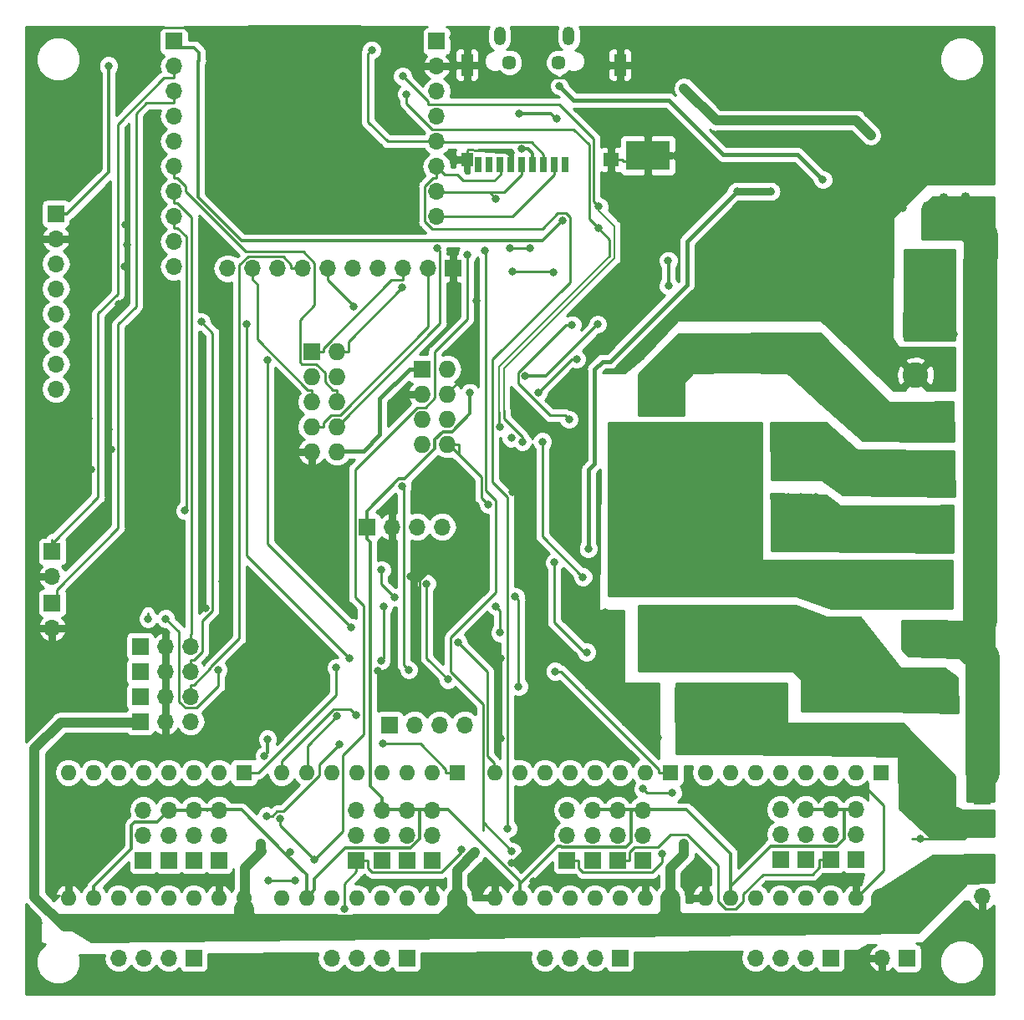
<source format=gbl>
G04 #@! TF.GenerationSoftware,KiCad,Pcbnew,5.0.2-bee76a0~70~ubuntu18.04.1*
G04 #@! TF.CreationDate,2019-06-18T09:22:54+09:00*
G04 #@! TF.ProjectId,MRR_ESPE,4d52525f-4553-4504-952e-6b696361645f,v0.2*
G04 #@! TF.SameCoordinates,Original*
G04 #@! TF.FileFunction,Copper,L2,Bot*
G04 #@! TF.FilePolarity,Positive*
%FSLAX46Y46*%
G04 Gerber Fmt 4.6, Leading zero omitted, Abs format (unit mm)*
G04 Created by KiCad (PCBNEW 5.0.2-bee76a0~70~ubuntu18.04.1) date Tue 18 Jun 2019 09:22:54 AM JST*
%MOMM*%
%LPD*%
G01*
G04 APERTURE LIST*
G04 #@! TA.AperFunction,ComponentPad*
%ADD10R,1.700000X1.700000*%
G04 #@! TD*
G04 #@! TA.AperFunction,ComponentPad*
%ADD11O,1.700000X1.700000*%
G04 #@! TD*
G04 #@! TA.AperFunction,ComponentPad*
%ADD12C,1.450000*%
G04 #@! TD*
G04 #@! TA.AperFunction,ComponentPad*
%ADD13O,1.200000X1.900000*%
G04 #@! TD*
G04 #@! TA.AperFunction,ComponentPad*
%ADD14O,1.727200X1.727200*%
G04 #@! TD*
G04 #@! TA.AperFunction,ComponentPad*
%ADD15R,1.727200X1.727200*%
G04 #@! TD*
G04 #@! TA.AperFunction,ComponentPad*
%ADD16C,2.600000*%
G04 #@! TD*
G04 #@! TA.AperFunction,ComponentPad*
%ADD17R,2.600000X2.600000*%
G04 #@! TD*
G04 #@! TA.AperFunction,ViaPad*
%ADD18C,0.600000*%
G04 #@! TD*
G04 #@! TA.AperFunction,Conductor*
%ADD19R,4.500000X2.950000*%
G04 #@! TD*
G04 #@! TA.AperFunction,ComponentPad*
%ADD20O,1.600000X1.600000*%
G04 #@! TD*
G04 #@! TA.AperFunction,ComponentPad*
%ADD21R,1.600000X1.600000*%
G04 #@! TD*
G04 #@! TA.AperFunction,SMDPad,CuDef*
%ADD22R,0.700000X1.600000*%
G04 #@! TD*
G04 #@! TA.AperFunction,SMDPad,CuDef*
%ADD23R,1.200000X1.400000*%
G04 #@! TD*
G04 #@! TA.AperFunction,SMDPad,CuDef*
%ADD24R,1.600000X1.400000*%
G04 #@! TD*
G04 #@! TA.AperFunction,SMDPad,CuDef*
%ADD25R,1.200000X2.200000*%
G04 #@! TD*
G04 #@! TA.AperFunction,ViaPad*
%ADD26C,0.800000*%
G04 #@! TD*
G04 #@! TA.AperFunction,ViaPad*
%ADD27C,1.000000*%
G04 #@! TD*
G04 #@! TA.AperFunction,Conductor*
%ADD28C,0.250000*%
G04 #@! TD*
G04 #@! TA.AperFunction,Conductor*
%ADD29C,1.000000*%
G04 #@! TD*
G04 #@! TA.AperFunction,Conductor*
%ADD30C,2.000000*%
G04 #@! TD*
G04 #@! TA.AperFunction,Conductor*
%ADD31C,3.500000*%
G04 #@! TD*
G04 #@! TA.AperFunction,Conductor*
%ADD32C,0.300000*%
G04 #@! TD*
G04 #@! TA.AperFunction,Conductor*
%ADD33C,0.400000*%
G04 #@! TD*
G04 #@! TA.AperFunction,Conductor*
%ADD34C,0.800000*%
G04 #@! TD*
G04 #@! TA.AperFunction,Conductor*
%ADD35C,4.000000*%
G04 #@! TD*
G04 #@! TA.AperFunction,Conductor*
%ADD36C,0.200000*%
G04 #@! TD*
G04 #@! TA.AperFunction,Conductor*
%ADD37C,0.254000*%
G04 #@! TD*
G04 APERTURE END LIST*
D10*
G04 #@! TO.P,J25,1*
G04 #@! TO.N,+3V3*
X48768000Y-56642000D03*
D11*
G04 #@! TO.P,J25,2*
G04 #@! TO.N,GND*
X48768000Y-59182000D03*
G04 #@! TO.P,J25,3*
G04 #@! TO.N,IO34*
X48768000Y-61722000D03*
G04 #@! TO.P,J25,4*
G04 #@! TO.N,Q140*
X48768000Y-64262000D03*
G04 #@! TO.P,J25,5*
G04 #@! TO.N,Q141*
X48768000Y-66802000D03*
G04 #@! TO.P,J25,6*
G04 #@! TO.N,Q142*
X48768000Y-69342000D03*
G04 #@! TO.P,J25,7*
G04 #@! TO.N,Q143*
X48768000Y-71882000D03*
G04 #@! TO.P,J25,8*
G04 #@! TO.N,SER*
X48768000Y-74422000D03*
G04 #@! TD*
D12*
G04 #@! TO.P,J16,6*
G04 #@! TO.N,N/C*
X99712000Y-41340500D03*
X94712000Y-41340500D03*
D13*
X100712000Y-38640500D03*
X93712000Y-38640500D03*
G04 #@! TD*
D14*
G04 #@! TO.P,J15,8*
G04 #@! TO.N,Net-(J15-Pad8)*
X88392000Y-80010000D03*
G04 #@! TO.P,J15,7*
G04 #@! TO.N,N/C*
X85852000Y-80010000D03*
G04 #@! TO.P,J15,6*
G04 #@! TO.N,UARTD+*
X88392000Y-77470000D03*
G04 #@! TO.P,J15,5*
G04 #@! TO.N,N/C*
X85852000Y-77470000D03*
G04 #@! TO.P,J15,4*
G04 #@! TO.N,GND*
X88392000Y-74930000D03*
G04 #@! TO.P,J15,3*
X85852000Y-74930000D03*
G04 #@! TO.P,J15,2*
G04 #@! TO.N,+5V*
X88392000Y-72390000D03*
D15*
G04 #@! TO.P,J15,1*
X85852000Y-72390000D03*
G04 #@! TD*
D11*
G04 #@! TO.P,J1,3*
G04 #@! TO.N,X_MIN*
X62404000Y-100498000D03*
G04 #@! TO.P,J1,2*
G04 #@! TO.N,GND*
X59864000Y-100498000D03*
D10*
G04 #@! TO.P,J1,1*
G04 #@! TO.N,+3V3*
X57324000Y-100498000D03*
G04 #@! TD*
D11*
G04 #@! TO.P,J2,3*
G04 #@! TO.N,Z_MIN*
X62404000Y-105578000D03*
G04 #@! TO.P,J2,2*
G04 #@! TO.N,GND*
X59864000Y-105578000D03*
D10*
G04 #@! TO.P,J2,1*
G04 #@! TO.N,+3V3*
X57324000Y-105578000D03*
G04 #@! TD*
D16*
G04 #@! TO.P,J3,2*
G04 #@! TO.N,Net-(D1-Pad1)*
X135843000Y-93930000D03*
D17*
G04 #@! TO.P,J3,1*
G04 #@! TO.N,VBED*
X135843000Y-88850000D03*
G04 #@! TD*
D11*
G04 #@! TO.P,J5,3*
G04 #@! TO.N,Y_MIN*
X62404000Y-103038000D03*
G04 #@! TO.P,J5,2*
G04 #@! TO.N,GND*
X59864000Y-103038000D03*
D10*
G04 #@! TO.P,J5,1*
G04 #@! TO.N,+3V3*
X57324000Y-103038000D03*
G04 #@! TD*
D11*
G04 #@! TO.P,J6,3*
G04 #@! TO.N,Net-(D2-Pad1)*
X62404000Y-108118000D03*
G04 #@! TO.P,J6,2*
G04 #@! TO.N,GND*
X59864000Y-108118000D03*
D10*
G04 #@! TO.P,J6,1*
G04 #@! TO.N,VIN*
X57324000Y-108118000D03*
G04 #@! TD*
D11*
G04 #@! TO.P,J8,2*
G04 #@! TO.N,GND*
X132460000Y-132100000D03*
D10*
G04 #@! TO.P,J8,1*
G04 #@! TO.N,VIN*
X135000000Y-132100000D03*
G04 #@! TD*
D16*
G04 #@! TO.P,J9,4*
G04 #@! TO.N,Net-(F2-Pad2)*
X135843000Y-83190000D03*
G04 #@! TO.P,J9,3*
G04 #@! TO.N,GNDD*
X135843000Y-78110000D03*
G04 #@! TO.P,J9,2*
G04 #@! TO.N,GND*
X135843000Y-73030000D03*
D17*
G04 #@! TO.P,J9,1*
G04 #@! TO.N,Net-(F1-Pad2)*
X135843000Y-67950000D03*
G04 #@! TD*
D11*
G04 #@! TO.P,J10,2*
G04 #@! TO.N,Net-(D6-Pad1)*
X142600000Y-118190000D03*
D10*
G04 #@! TO.P,J10,1*
G04 #@! TO.N,VIN*
X142600000Y-115650000D03*
G04 #@! TD*
D11*
G04 #@! TO.P,J11,2*
G04 #@! TO.N,GND*
X142625000Y-125865000D03*
D10*
G04 #@! TO.P,J11,1*
G04 #@! TO.N,VIN*
X142625000Y-123325000D03*
G04 #@! TD*
D11*
G04 #@! TO.P,J12,2*
G04 #@! TO.N,GND*
X48400000Y-98640000D03*
D10*
G04 #@! TO.P,J12,1*
G04 #@! TO.N,TEMP_BED_PIN*
X48400000Y-96100000D03*
G04 #@! TD*
D11*
G04 #@! TO.P,J13,2*
G04 #@! TO.N,GND*
X48400000Y-93440000D03*
D10*
G04 #@! TO.P,J13,1*
G04 #@! TO.N,TEMP_E0_PIN*
X48400000Y-90900000D03*
G04 #@! TD*
D11*
G04 #@! TO.P,J14,8*
G04 #@! TO.N,SS*
X87340900Y-56957100D03*
G04 #@! TO.P,J14,7*
G04 #@! TO.N,SCK*
X87340900Y-54417100D03*
G04 #@! TO.P,J14,6*
G04 #@! TO.N,MISO*
X87340900Y-51877100D03*
G04 #@! TO.P,J14,5*
G04 #@! TO.N,MOSI*
X87340900Y-49337100D03*
G04 #@! TO.P,J14,4*
G04 #@! TO.N,SDA*
X87340900Y-46797100D03*
G04 #@! TO.P,J14,3*
G04 #@! TO.N,SCL*
X87340900Y-44257100D03*
G04 #@! TO.P,J14,2*
G04 #@! TO.N,GND*
X87340900Y-41717100D03*
D10*
G04 #@! TO.P,J14,1*
G04 #@! TO.N,+3V3*
X87340900Y-39177100D03*
G04 #@! TD*
D11*
G04 #@! TO.P,J17,4*
G04 #@! TO.N,UARTD-*
X87884000Y-88392000D03*
G04 #@! TO.P,J17,3*
G04 #@! TO.N,UARTD+*
X85344000Y-88392000D03*
G04 #@! TO.P,J17,2*
G04 #@! TO.N,GND*
X82804000Y-88392000D03*
D10*
G04 #@! TO.P,J17,1*
G04 #@! TO.N,+3V3*
X80264000Y-88392000D03*
G04 #@! TD*
D11*
G04 #@! TO.P,J18,10*
G04 #@! TO.N,I2S_DATA*
X60737400Y-62037100D03*
G04 #@! TO.P,J18,9*
G04 #@! TO.N,I2S_BCK*
X60737400Y-59497100D03*
G04 #@! TO.P,J18,8*
G04 #@! TO.N,I2S_WS*
X60737400Y-56957100D03*
G04 #@! TO.P,J18,7*
G04 #@! TO.N,X_MIN*
X60737400Y-54417100D03*
G04 #@! TO.P,J18,6*
G04 #@! TO.N,LCD_PINS_D4*
X60737400Y-51877100D03*
G04 #@! TO.P,J18,5*
G04 #@! TO.N,Y_MIN*
X60737400Y-49337100D03*
G04 #@! TO.P,J18,4*
G04 #@! TO.N,IO34*
X60737400Y-46797100D03*
G04 #@! TO.P,J18,3*
G04 #@! TO.N,TEMP_BED_PIN*
X60737400Y-44257100D03*
G04 #@! TO.P,J18,2*
G04 #@! TO.N,TEMP_E0_PIN*
X60737400Y-41717100D03*
D10*
G04 #@! TO.P,J18,1*
G04 #@! TO.N,+3V3*
X60737400Y-39177100D03*
G04 #@! TD*
D11*
G04 #@! TO.P,J19,10*
G04 #@! TO.N,BTN_EN1*
X66173900Y-62183500D03*
G04 #@! TO.P,J19,9*
G04 #@! TO.N,BTN_EN2*
X68713900Y-62183500D03*
G04 #@! TO.P,J19,8*
G04 #@! TO.N,FAN_E0_PIN*
X71253900Y-62183500D03*
G04 #@! TO.P,J19,7*
G04 #@! TO.N,Z_MIN*
X73793900Y-62183500D03*
G04 #@! TO.P,J19,6*
G04 #@! TO.N,HEATER_E0_PIN*
X76333900Y-62183500D03*
G04 #@! TO.P,J19,5*
G04 #@! TO.N,IO0*
X78873900Y-62183500D03*
G04 #@! TO.P,J19,4*
G04 #@! TO.N,HEATER_BED_PIN*
X81413900Y-62183500D03*
G04 #@! TO.P,J19,3*
G04 #@! TO.N,BEEPER_PIN*
X83953900Y-62183500D03*
G04 #@! TO.P,J19,2*
G04 #@! TO.N,LCD_PINS_RS*
X86493900Y-62183500D03*
D10*
G04 #@! TO.P,J19,1*
G04 #@! TO.N,GND*
X89033900Y-62183500D03*
G04 #@! TD*
D11*
G04 #@! TO.P,J21,4*
G04 #@! TO.N,Net-(J21-Pad4)*
X55118000Y-132080000D03*
G04 #@! TO.P,J21,3*
G04 #@! TO.N,Net-(J21-Pad3)*
X57658000Y-132080000D03*
G04 #@! TO.P,J21,2*
G04 #@! TO.N,Net-(J21-Pad2)*
X60198000Y-132080000D03*
D10*
G04 #@! TO.P,J21,1*
G04 #@! TO.N,Net-(J21-Pad1)*
X62738000Y-132080000D03*
G04 #@! TD*
D11*
G04 #@! TO.P,J22,4*
G04 #@! TO.N,Net-(J22-Pad4)*
X98298000Y-132080000D03*
G04 #@! TO.P,J22,3*
G04 #@! TO.N,Net-(J22-Pad3)*
X100838000Y-132080000D03*
G04 #@! TO.P,J22,2*
G04 #@! TO.N,Net-(J22-Pad2)*
X103378000Y-132080000D03*
D10*
G04 #@! TO.P,J22,1*
G04 #@! TO.N,Net-(J22-Pad1)*
X105918000Y-132080000D03*
G04 #@! TD*
D11*
G04 #@! TO.P,J23,4*
G04 #@! TO.N,Net-(J23-Pad4)*
X76708000Y-132080000D03*
G04 #@! TO.P,J23,3*
G04 #@! TO.N,Net-(J23-Pad3)*
X79248000Y-132080000D03*
G04 #@! TO.P,J23,2*
G04 #@! TO.N,Net-(J23-Pad2)*
X81788000Y-132080000D03*
D10*
G04 #@! TO.P,J23,1*
G04 #@! TO.N,Net-(J23-Pad1)*
X84328000Y-132080000D03*
G04 #@! TD*
D11*
G04 #@! TO.P,J24,4*
G04 #@! TO.N,Net-(J24-Pad4)*
X119634000Y-132080000D03*
G04 #@! TO.P,J24,3*
G04 #@! TO.N,Net-(J24-Pad3)*
X122174000Y-132080000D03*
G04 #@! TO.P,J24,2*
G04 #@! TO.N,Net-(J24-Pad2)*
X124714000Y-132080000D03*
D10*
G04 #@! TO.P,J24,1*
G04 #@! TO.N,Net-(J24-Pad1)*
X127254000Y-132080000D03*
G04 #@! TD*
D11*
G04 #@! TO.P,JP1,3*
G04 #@! TO.N,+3V3*
X65278000Y-117094000D03*
G04 #@! TO.P,JP1,2*
G04 #@! TO.N,X_MS1*
X65278000Y-119634000D03*
D10*
G04 #@! TO.P,JP1,1*
G04 #@! TO.N,MOSI*
X65278000Y-122174000D03*
G04 #@! TD*
D11*
G04 #@! TO.P,JP2,3*
G04 #@! TO.N,+3V3*
X86868000Y-117094000D03*
G04 #@! TO.P,JP2,2*
G04 #@! TO.N,Y_MS1*
X86868000Y-119634000D03*
D10*
G04 #@! TO.P,JP2,1*
G04 #@! TO.N,MOSI*
X86868000Y-122174000D03*
G04 #@! TD*
D11*
G04 #@! TO.P,JP3,3*
G04 #@! TO.N,+3V3*
X108204000Y-117094000D03*
G04 #@! TO.P,JP3,2*
G04 #@! TO.N,Z_MS1*
X108204000Y-119634000D03*
D10*
G04 #@! TO.P,JP3,1*
G04 #@! TO.N,MOSI*
X108204000Y-122174000D03*
G04 #@! TD*
D11*
G04 #@! TO.P,JP4,3*
G04 #@! TO.N,+3V3*
X129800000Y-117020000D03*
G04 #@! TO.P,JP4,2*
G04 #@! TO.N,E0_MS1*
X129800000Y-119560000D03*
D10*
G04 #@! TO.P,JP4,1*
G04 #@! TO.N,MOSI*
X129800000Y-122100000D03*
G04 #@! TD*
D11*
G04 #@! TO.P,JP5,3*
G04 #@! TO.N,+3V3*
X62738000Y-117094000D03*
G04 #@! TO.P,JP5,2*
G04 #@! TO.N,X_MS2*
X62738000Y-119634000D03*
D10*
G04 #@! TO.P,JP5,1*
G04 #@! TO.N,SCK*
X62738000Y-122174000D03*
G04 #@! TD*
D11*
G04 #@! TO.P,JP6,3*
G04 #@! TO.N,+3V3*
X84328000Y-117094000D03*
G04 #@! TO.P,JP6,2*
G04 #@! TO.N,Y_MS2*
X84328000Y-119634000D03*
D10*
G04 #@! TO.P,JP6,1*
G04 #@! TO.N,SCK*
X84328000Y-122174000D03*
G04 #@! TD*
D11*
G04 #@! TO.P,JP7,3*
G04 #@! TO.N,+3V3*
X105664000Y-117094000D03*
G04 #@! TO.P,JP7,2*
G04 #@! TO.N,Z_MS2*
X105664000Y-119634000D03*
D10*
G04 #@! TO.P,JP7,1*
G04 #@! TO.N,SCK*
X105664000Y-122174000D03*
G04 #@! TD*
D11*
G04 #@! TO.P,JP8,3*
G04 #@! TO.N,+3V3*
X127254000Y-117020000D03*
G04 #@! TO.P,JP8,2*
G04 #@! TO.N,E0_MS2*
X127254000Y-119560000D03*
D10*
G04 #@! TO.P,JP8,1*
G04 #@! TO.N,SCK*
X127254000Y-122100000D03*
G04 #@! TD*
D11*
G04 #@! TO.P,JP9,3*
G04 #@! TO.N,+3V3*
X60198000Y-117094000D03*
G04 #@! TO.P,JP9,2*
G04 #@! TO.N,X_MS3*
X60198000Y-119634000D03*
D10*
G04 #@! TO.P,JP9,1*
G04 #@! TO.N,X_CS*
X60198000Y-122174000D03*
G04 #@! TD*
D11*
G04 #@! TO.P,JP10,3*
G04 #@! TO.N,+3V3*
X81788000Y-117094000D03*
G04 #@! TO.P,JP10,2*
G04 #@! TO.N,Y_MS3*
X81788000Y-119634000D03*
D10*
G04 #@! TO.P,JP10,1*
G04 #@! TO.N,Y_CS*
X81788000Y-122174000D03*
G04 #@! TD*
D11*
G04 #@! TO.P,JP11,3*
G04 #@! TO.N,+3V3*
X103124000Y-117094000D03*
G04 #@! TO.P,JP11,2*
G04 #@! TO.N,Z_MS3*
X103124000Y-119634000D03*
D10*
G04 #@! TO.P,JP11,1*
G04 #@! TO.N,Z_CS*
X103124000Y-122174000D03*
G04 #@! TD*
D11*
G04 #@! TO.P,JP12,3*
G04 #@! TO.N,+3V3*
X124714000Y-117032000D03*
G04 #@! TO.P,JP12,2*
G04 #@! TO.N,E0_MS3*
X124714000Y-119572000D03*
D10*
G04 #@! TO.P,JP12,1*
G04 #@! TO.N,E0_CS*
X124714000Y-122112000D03*
G04 #@! TD*
D11*
G04 #@! TO.P,JP13,3*
G04 #@! TO.N,X_SLP*
X57633000Y-117086000D03*
G04 #@! TO.P,JP13,2*
G04 #@! TO.N,X_RST*
X57633000Y-119626000D03*
D10*
G04 #@! TO.P,JP13,1*
G04 #@! TO.N,MISO*
X57633000Y-122166000D03*
G04 #@! TD*
D11*
G04 #@! TO.P,JP14,3*
G04 #@! TO.N,Y_SLP*
X79223000Y-117094000D03*
G04 #@! TO.P,JP14,2*
G04 #@! TO.N,Y_RST*
X79223000Y-119634000D03*
D10*
G04 #@! TO.P,JP14,1*
G04 #@! TO.N,MISO*
X79223000Y-122174000D03*
G04 #@! TD*
D11*
G04 #@! TO.P,JP15,3*
G04 #@! TO.N,Z_SLP*
X100559000Y-117094000D03*
G04 #@! TO.P,JP15,2*
G04 #@! TO.N,Z_RST*
X100559000Y-119634000D03*
D10*
G04 #@! TO.P,JP15,1*
G04 #@! TO.N,MISO*
X100559000Y-122174000D03*
G04 #@! TD*
D11*
G04 #@! TO.P,JP16,3*
G04 #@! TO.N,E0_SLP*
X122174000Y-117032000D03*
G04 #@! TO.P,JP16,2*
G04 #@! TO.N,E0_RST*
X122174000Y-119572000D03*
D10*
G04 #@! TO.P,JP16,1*
G04 #@! TO.N,MISO*
X122174000Y-122112000D03*
G04 #@! TD*
D18*
G04 #@! TO.N,GND*
G04 #@! TO.C,U2*
X106925000Y-51350000D03*
X108025000Y-51350000D03*
X108025000Y-50150000D03*
X106925000Y-50150000D03*
X110525000Y-51350000D03*
X109325000Y-51350000D03*
X109325000Y-50150000D03*
X110525000Y-50150000D03*
D19*
X108725000Y-50750000D03*
G04 #@! TD*
D20*
G04 #@! TO.P,U5,16*
G04 #@! TO.N,VIN*
X67818000Y-125984000D03*
G04 #@! TO.P,U5,8*
G04 #@! TO.N,Q130*
X50038000Y-113284000D03*
G04 #@! TO.P,U5,15*
G04 #@! TO.N,GND*
X65278000Y-125984000D03*
G04 #@! TO.P,U5,7*
G04 #@! TO.N,Q129*
X52578000Y-113284000D03*
G04 #@! TO.P,U5,14*
G04 #@! TO.N,Net-(J21-Pad1)*
X62738000Y-125984000D03*
G04 #@! TO.P,U5,6*
G04 #@! TO.N,X_SLP*
X55118000Y-113284000D03*
G04 #@! TO.P,U5,13*
G04 #@! TO.N,Net-(J21-Pad2)*
X60198000Y-125984000D03*
G04 #@! TO.P,U5,5*
G04 #@! TO.N,X_RST*
X57658000Y-113284000D03*
G04 #@! TO.P,U5,12*
G04 #@! TO.N,Net-(J21-Pad3)*
X57658000Y-125984000D03*
G04 #@! TO.P,U5,4*
G04 #@! TO.N,X_MS3*
X60198000Y-113284000D03*
G04 #@! TO.P,U5,11*
G04 #@! TO.N,Net-(J21-Pad4)*
X55118000Y-125984000D03*
G04 #@! TO.P,U5,3*
G04 #@! TO.N,X_MS2*
X62738000Y-113284000D03*
G04 #@! TO.P,U5,10*
G04 #@! TO.N,+3V3*
X52578000Y-125984000D03*
G04 #@! TO.P,U5,2*
G04 #@! TO.N,X_MS1*
X65278000Y-113284000D03*
G04 #@! TO.P,U5,9*
G04 #@! TO.N,GND*
X50038000Y-125984000D03*
D21*
G04 #@! TO.P,U5,1*
G04 #@! TO.N,Q128*
X67818000Y-113284000D03*
G04 #@! TD*
D20*
G04 #@! TO.P,U6,16*
G04 #@! TO.N,VIN*
X110998000Y-125984000D03*
G04 #@! TO.P,U6,8*
G04 #@! TO.N,Q136*
X93218000Y-113284000D03*
G04 #@! TO.P,U6,15*
G04 #@! TO.N,GND*
X108458000Y-125984000D03*
G04 #@! TO.P,U6,7*
G04 #@! TO.N,Q135*
X95758000Y-113284000D03*
G04 #@! TO.P,U6,14*
G04 #@! TO.N,Net-(J22-Pad1)*
X105918000Y-125984000D03*
G04 #@! TO.P,U6,6*
G04 #@! TO.N,Z_SLP*
X98298000Y-113284000D03*
G04 #@! TO.P,U6,13*
G04 #@! TO.N,Net-(J22-Pad2)*
X103378000Y-125984000D03*
G04 #@! TO.P,U6,5*
G04 #@! TO.N,Z_RST*
X100838000Y-113284000D03*
G04 #@! TO.P,U6,12*
G04 #@! TO.N,Net-(J22-Pad3)*
X100838000Y-125984000D03*
G04 #@! TO.P,U6,4*
G04 #@! TO.N,Z_MS3*
X103378000Y-113284000D03*
G04 #@! TO.P,U6,11*
G04 #@! TO.N,Net-(J22-Pad4)*
X98298000Y-125984000D03*
G04 #@! TO.P,U6,3*
G04 #@! TO.N,Z_MS2*
X105918000Y-113284000D03*
G04 #@! TO.P,U6,10*
G04 #@! TO.N,+3V3*
X95758000Y-125984000D03*
G04 #@! TO.P,U6,2*
G04 #@! TO.N,Z_MS1*
X108458000Y-113284000D03*
G04 #@! TO.P,U6,9*
G04 #@! TO.N,GND*
X93218000Y-125984000D03*
D21*
G04 #@! TO.P,U6,1*
G04 #@! TO.N,Q134*
X110998000Y-113284000D03*
G04 #@! TD*
D20*
G04 #@! TO.P,U8,16*
G04 #@! TO.N,VIN*
X89408000Y-125984000D03*
G04 #@! TO.P,U8,8*
G04 #@! TO.N,Q133*
X71628000Y-113284000D03*
G04 #@! TO.P,U8,15*
G04 #@! TO.N,GND*
X86868000Y-125984000D03*
G04 #@! TO.P,U8,7*
G04 #@! TO.N,Q132*
X74168000Y-113284000D03*
G04 #@! TO.P,U8,14*
G04 #@! TO.N,Net-(J23-Pad1)*
X84328000Y-125984000D03*
G04 #@! TO.P,U8,6*
G04 #@! TO.N,Y_SLP*
X76708000Y-113284000D03*
G04 #@! TO.P,U8,13*
G04 #@! TO.N,Net-(J23-Pad2)*
X81788000Y-125984000D03*
G04 #@! TO.P,U8,5*
G04 #@! TO.N,Y_RST*
X79248000Y-113284000D03*
G04 #@! TO.P,U8,12*
G04 #@! TO.N,Net-(J23-Pad3)*
X79248000Y-125984000D03*
G04 #@! TO.P,U8,4*
G04 #@! TO.N,Y_MS3*
X81788000Y-113284000D03*
G04 #@! TO.P,U8,11*
G04 #@! TO.N,Net-(J23-Pad4)*
X76708000Y-125984000D03*
G04 #@! TO.P,U8,3*
G04 #@! TO.N,Y_MS2*
X84328000Y-113284000D03*
G04 #@! TO.P,U8,10*
G04 #@! TO.N,+3V3*
X74168000Y-125984000D03*
G04 #@! TO.P,U8,2*
G04 #@! TO.N,Y_MS1*
X86868000Y-113284000D03*
G04 #@! TO.P,U8,9*
G04 #@! TO.N,GND*
X71628000Y-125984000D03*
D21*
G04 #@! TO.P,U8,1*
G04 #@! TO.N,Q131*
X89408000Y-113284000D03*
G04 #@! TD*
D20*
G04 #@! TO.P,U9,16*
G04 #@! TO.N,VIN*
X132334000Y-125984000D03*
G04 #@! TO.P,U9,8*
G04 #@! TO.N,Q139*
X114554000Y-113284000D03*
G04 #@! TO.P,U9,15*
G04 #@! TO.N,GND*
X129794000Y-125984000D03*
G04 #@! TO.P,U9,7*
G04 #@! TO.N,Q138*
X117094000Y-113284000D03*
G04 #@! TO.P,U9,14*
G04 #@! TO.N,Net-(J24-Pad1)*
X127254000Y-125984000D03*
G04 #@! TO.P,U9,6*
G04 #@! TO.N,E0_SLP*
X119634000Y-113284000D03*
G04 #@! TO.P,U9,13*
G04 #@! TO.N,Net-(J24-Pad2)*
X124714000Y-125984000D03*
G04 #@! TO.P,U9,5*
G04 #@! TO.N,E0_RST*
X122174000Y-113284000D03*
G04 #@! TO.P,U9,12*
G04 #@! TO.N,Net-(J24-Pad3)*
X122174000Y-125984000D03*
G04 #@! TO.P,U9,4*
G04 #@! TO.N,E0_MS3*
X124714000Y-113284000D03*
G04 #@! TO.P,U9,11*
G04 #@! TO.N,Net-(J24-Pad4)*
X119634000Y-125984000D03*
G04 #@! TO.P,U9,3*
G04 #@! TO.N,E0_MS2*
X127254000Y-113284000D03*
G04 #@! TO.P,U9,10*
G04 #@! TO.N,+3V3*
X117094000Y-125984000D03*
G04 #@! TO.P,U9,2*
G04 #@! TO.N,E0_MS1*
X129794000Y-113284000D03*
G04 #@! TO.P,U9,9*
G04 #@! TO.N,GND*
X114554000Y-125984000D03*
D21*
G04 #@! TO.P,U9,1*
G04 #@! TO.N,Q137*
X132334000Y-113284000D03*
G04 #@! TD*
D16*
G04 #@! TO.P,J7,2*
G04 #@! TO.N,Net-(D3-Pad1)*
X135843000Y-104655000D03*
D17*
G04 #@! TO.P,J7,1*
G04 #@! TO.N,VIN*
X135843000Y-99575000D03*
G04 #@! TD*
D22*
G04 #@! TO.P,J4,3*
G04 #@! TO.N,MOSI*
X98175000Y-51675000D03*
G04 #@! TO.P,J4,2*
G04 #@! TO.N,SS*
X99275000Y-51675000D03*
G04 #@! TO.P,J4,1*
G04 #@! TO.N,N/C*
X100375000Y-51675000D03*
G04 #@! TO.P,J4,4*
G04 #@! TO.N,+3V3*
X97075000Y-51675000D03*
G04 #@! TO.P,J4,5*
G04 #@! TO.N,SCK*
X95975000Y-51675000D03*
G04 #@! TO.P,J4,6*
G04 #@! TO.N,GND*
X94875000Y-51675000D03*
G04 #@! TO.P,J4,8*
G04 #@! TO.N,N/C*
X92675000Y-51675000D03*
G04 #@! TO.P,J4,7*
G04 #@! TO.N,MISO*
X93775000Y-51675000D03*
G04 #@! TO.P,J4,9*
G04 #@! TO.N,N/C*
X91575000Y-51675000D03*
D23*
G04 #@! TO.P,J4,6*
G04 #@! TO.N,GND*
X90425000Y-51175000D03*
D24*
X105025000Y-51175000D03*
D25*
X90425000Y-41575000D03*
X105925000Y-41575000D03*
G04 #@! TD*
D10*
G04 #@! TO.P,J20,1*
G04 #@! TO.N,X_CS*
X82550000Y-108458000D03*
D11*
G04 #@! TO.P,J20,2*
G04 #@! TO.N,Y_CS*
X85090000Y-108458000D03*
G04 #@! TO.P,J20,3*
G04 #@! TO.N,Z_CS*
X87630000Y-108458000D03*
G04 #@! TO.P,J20,4*
G04 #@! TO.N,E0_CS*
X90170000Y-108458000D03*
G04 #@! TD*
D15*
G04 #@! TO.P,J26,1*
G04 #@! TO.N,BEEPER_PIN*
X74676000Y-70612000D03*
D14*
G04 #@! TO.P,J26,2*
G04 #@! TO.N,SCL*
X77216000Y-70612000D03*
G04 #@! TO.P,J26,3*
G04 #@! TO.N,BTN_EN1*
X74676000Y-73152000D03*
G04 #@! TO.P,J26,4*
G04 #@! TO.N,EN*
X77216000Y-73152000D03*
G04 #@! TO.P,J26,5*
G04 #@! TO.N,BTN_EN2*
X74676000Y-75692000D03*
G04 #@! TO.P,J26,6*
G04 #@! TO.N,LCD_PINS_D4*
X77216000Y-75692000D03*
G04 #@! TO.P,J26,7*
G04 #@! TO.N,LCD_PINS_RS*
X74676000Y-78232000D03*
G04 #@! TO.P,J26,8*
G04 #@! TO.N,SDA*
X77216000Y-78232000D03*
G04 #@! TO.P,J26,9*
G04 #@! TO.N,GND*
X74676000Y-80772000D03*
G04 #@! TO.P,J26,10*
G04 #@! TO.N,+5V*
X77216000Y-80772000D03*
G04 #@! TD*
D26*
G04 #@! TO.N,GND*
X74500000Y-47860000D03*
X72790000Y-47830000D03*
X71130000Y-46280000D03*
X71130000Y-44680000D03*
X72770000Y-46110000D03*
X74460000Y-46110000D03*
X74400000Y-44560000D03*
X72800000Y-44610000D03*
X91390000Y-65490000D03*
X85040000Y-106070000D03*
X130650000Y-63950000D03*
X117700000Y-66500000D03*
X127300000Y-63200000D03*
X126150000Y-66500000D03*
X129150000Y-64950000D03*
X120550000Y-63850000D03*
X121800000Y-66250000D03*
X117800000Y-64500000D03*
X114100000Y-66300000D03*
X102700000Y-104500000D03*
X69490000Y-132430000D03*
X68150000Y-132430000D03*
X66810000Y-132430000D03*
X93230000Y-132320000D03*
X91090000Y-132480000D03*
X89380000Y-132160000D03*
X116020000Y-132050000D03*
X113180000Y-132160000D03*
X111150000Y-132100000D03*
X122250000Y-48780000D03*
X120890000Y-39510000D03*
X134570000Y-56080000D03*
D27*
X113000000Y-123100000D03*
D26*
X67700000Y-105100000D03*
X65300000Y-99400000D03*
X63900000Y-96600000D03*
X106250000Y-62300000D03*
X107696000Y-66802000D03*
X89000000Y-38800000D03*
X68180000Y-55090000D03*
X103020000Y-42860000D03*
X95710000Y-42860000D03*
X72450000Y-74450000D03*
X81860000Y-91460000D03*
X87423947Y-104973947D03*
X92230000Y-90570000D03*
X84704400Y-93417400D03*
X95026303Y-84873697D03*
X93809100Y-101730000D03*
X93809100Y-109810000D03*
X97480000Y-109790000D03*
X100750000Y-106420000D03*
X97230000Y-120190000D03*
X94956340Y-122493660D03*
X97112181Y-124318481D03*
X99530000Y-125065400D03*
X113210000Y-115070000D03*
X89180000Y-65530000D03*
X127390000Y-51840000D03*
X125830000Y-49380000D03*
X94770000Y-60130000D03*
X96755000Y-60130000D03*
X115030000Y-53890000D03*
X105620000Y-54080000D03*
X65600000Y-93930000D03*
X96930000Y-86220000D03*
X94870000Y-50520000D03*
X139660000Y-50310000D03*
X81357100Y-102950000D03*
X71160000Y-47680000D03*
X58710000Y-93620000D03*
X52080000Y-77440000D03*
X54160000Y-78560000D03*
X52000000Y-79530000D03*
X57670000Y-89820000D03*
X59980000Y-89970000D03*
X60050000Y-93690000D03*
X72880000Y-86980000D03*
X74370000Y-89590000D03*
X74620000Y-87210000D03*
X53580000Y-59830000D03*
X55810000Y-57810000D03*
X55950000Y-59830000D03*
X55740000Y-62050000D03*
X50800000Y-50160000D03*
X50940000Y-52530000D03*
X88140000Y-90770000D03*
X89530000Y-90840000D03*
X50940000Y-47730000D03*
X53086000Y-39878000D03*
X103030000Y-96790000D03*
X107442000Y-108712000D03*
X117094000Y-117348000D03*
X103632000Y-98298000D03*
X104648000Y-98408000D03*
X103886000Y-104902000D03*
X101854000Y-106426000D03*
X75692000Y-91186000D03*
X77216000Y-84582000D03*
X76454000Y-83058000D03*
X90932000Y-90932000D03*
X96012000Y-87376000D03*
X99822000Y-89408000D03*
X101092000Y-89408000D03*
X104394000Y-97028000D03*
X105664000Y-97282000D03*
X105918000Y-100330000D03*
X108458000Y-109722000D03*
X106426000Y-108204000D03*
X109728000Y-109722000D03*
X107916000Y-62484000D03*
X107100000Y-61468000D03*
X105918000Y-64262000D03*
X103124000Y-66040000D03*
X104648000Y-66802000D03*
X113538000Y-54610000D03*
X114554000Y-55118000D03*
X114590000Y-59421800D03*
X116078000Y-57912000D03*
X131826000Y-64008000D03*
X131572000Y-65278000D03*
X118110000Y-39370000D03*
X119634000Y-39370000D03*
X136906000Y-44450000D03*
X135636000Y-44450000D03*
X140208000Y-47498000D03*
X138938000Y-46482000D03*
X137414000Y-46736000D03*
X110744000Y-42164000D03*
X110236000Y-40640000D03*
X116332000Y-42672000D03*
X116840000Y-44196000D03*
X52832000Y-63754000D03*
X55118000Y-65786000D03*
X57150000Y-68326000D03*
X47498000Y-78740000D03*
X48514000Y-83312000D03*
X52324000Y-82550000D03*
X54356000Y-80518000D03*
X48514000Y-101854000D03*
X48006000Y-104140000D03*
X46736000Y-102616000D03*
X48514000Y-105918000D03*
X46990000Y-128524000D03*
G04 #@! TO.N,Y_MIN*
X63480100Y-67613400D03*
D27*
G04 #@! TO.N,VIN*
X137050000Y-55900000D03*
X137100000Y-58750000D03*
X138740000Y-55050000D03*
X140900000Y-55000000D03*
X143300000Y-55450000D03*
D26*
X137150000Y-124400000D03*
X135700000Y-125750000D03*
X135100000Y-127619000D03*
X142600000Y-107980000D03*
X142600000Y-111130000D03*
D27*
X140880000Y-57325000D03*
X142382000Y-63550000D03*
X142423000Y-61280000D03*
X142385000Y-58880000D03*
D26*
X142600000Y-109690000D03*
D27*
X111000000Y-123000000D03*
X112400000Y-120500000D03*
X89400000Y-123200000D03*
X67900000Y-123000000D03*
X69500000Y-120510000D03*
X46600000Y-119600000D03*
D26*
X112400000Y-43945000D03*
X131300000Y-48700000D03*
D27*
X91130000Y-121530000D03*
D26*
G04 #@! TO.N,+3V3*
X90690900Y-74773300D03*
X100091000Y-57360000D03*
X99460000Y-47030000D03*
X95730000Y-46540000D03*
X95940000Y-50110000D03*
X110820000Y-63970000D03*
X69900000Y-111600000D03*
X70200000Y-109900000D03*
X96300000Y-73100000D03*
X103650000Y-67850000D03*
X110800000Y-61400000D03*
X72500000Y-121390000D03*
X54102000Y-41656000D03*
G04 #@! TO.N,+5V*
X102701800Y-90611400D03*
X117760000Y-54380000D03*
X121180000Y-54390000D03*
G04 #@! TO.N,Net-(D1-Pad1)*
X107108000Y-81790000D03*
X108798000Y-81760000D03*
X110588000Y-81810000D03*
X112598000Y-81810000D03*
X114228000Y-81680000D03*
X106188000Y-83420000D03*
X107898000Y-83140000D03*
X109448000Y-83310000D03*
X111378000Y-83280000D03*
X113468000Y-83230000D03*
X115398000Y-83330000D03*
X114468000Y-84500000D03*
X112358000Y-84690000D03*
X110258000Y-84690000D03*
X108468000Y-84640000D03*
X106998000Y-84830000D03*
X105968000Y-86320000D03*
X107598000Y-86270000D03*
X109578000Y-86190000D03*
X111808000Y-86020000D03*
X113598000Y-86110000D03*
X115718000Y-86210000D03*
X114748000Y-87410000D03*
X112708000Y-87360000D03*
X110588000Y-87460000D03*
X108658000Y-87520000D03*
X106868000Y-87600000D03*
X106108000Y-89090000D03*
X107738000Y-89070000D03*
X109558000Y-88980000D03*
X111538000Y-88980000D03*
X113408000Y-88980000D03*
X115528000Y-88960000D03*
X116198000Y-81780000D03*
X116648000Y-87480000D03*
X116598000Y-84580000D03*
X132080000Y-92880000D03*
X132842000Y-95320000D03*
X130048000Y-95504000D03*
X107950000Y-92456000D03*
X109728000Y-93472000D03*
X112014000Y-92964000D03*
X128016000Y-94996000D03*
X115062000Y-92964000D03*
X117602000Y-92964000D03*
X120396000Y-92964000D03*
X122174000Y-92964000D03*
X108204000Y-94234000D03*
X110744000Y-94488000D03*
X113538000Y-94488000D03*
X125222000Y-95250000D03*
X116078000Y-94488000D03*
X129286000Y-93726000D03*
X118364000Y-94488000D03*
X120650000Y-94488000D03*
X123444000Y-94488000D03*
X125222000Y-92964000D03*
X127508000Y-92964000D03*
X126492000Y-94234000D03*
G04 #@! TO.N,Net-(D3-Pad1)*
X123260000Y-101616000D03*
X123698000Y-100584000D03*
X122428000Y-97790000D03*
X117300000Y-97256000D03*
X119310000Y-97226000D03*
X121160000Y-97176000D03*
X121410000Y-99376000D03*
X121460000Y-101526000D03*
X119240000Y-99396000D03*
X117320000Y-99286000D03*
X123140000Y-99416000D03*
X119310000Y-101616000D03*
X117400000Y-101556000D03*
X118320000Y-98186000D03*
X118320000Y-100526000D03*
X120260000Y-98216000D03*
X120330000Y-100576000D03*
X122310000Y-100596000D03*
G04 #@! TO.N,VBED*
X131064000Y-87150000D03*
X135120000Y-89730000D03*
X121666000Y-86614000D03*
X122936000Y-86614000D03*
X124206000Y-86614000D03*
X125730000Y-86614000D03*
X125730000Y-85344000D03*
X124206000Y-85344000D03*
X122936000Y-85344000D03*
X121920000Y-85344000D03*
X133858000Y-86868000D03*
X130556000Y-90170000D03*
X131572000Y-89154000D03*
X132842000Y-89916000D03*
X132842000Y-87884000D03*
X127508000Y-87376000D03*
X127762000Y-88900000D03*
X127508000Y-90170000D03*
X128778000Y-90170000D03*
X128778000Y-87884000D03*
G04 #@! TO.N,Net-(D6-Pad1)*
X136340000Y-120038000D03*
X116144000Y-105362000D03*
X120114000Y-105332000D03*
X120204000Y-107412000D03*
X118204000Y-105402000D03*
X116144000Y-107462000D03*
X118204000Y-107462000D03*
X122084000Y-105332000D03*
X122104000Y-107392000D03*
X116144000Y-109472000D03*
X118154000Y-109442000D03*
X120114000Y-109442000D03*
X122054000Y-109332000D03*
X117314000Y-106432000D03*
X119224000Y-106392000D03*
X120944000Y-106252000D03*
X120954000Y-108512000D03*
X119154000Y-108452000D03*
X117184000Y-108522000D03*
G04 #@! TO.N,Net-(F1-Pad2)*
X135382000Y-60706000D03*
X135382000Y-62738000D03*
X135382000Y-65024000D03*
X137875000Y-65024000D03*
X137922000Y-68834000D03*
X139192000Y-67564000D03*
X139700000Y-68834000D03*
G04 #@! TO.N,Net-(F2-Pad2)*
X130556000Y-81788000D03*
X130810000Y-83820000D03*
X121920000Y-82296000D03*
X123444000Y-82296000D03*
X124968000Y-82296000D03*
X126492000Y-82296000D03*
X121920000Y-83312000D03*
X123190000Y-83312000D03*
X124714000Y-83312000D03*
X125984000Y-83312000D03*
X127254000Y-83566000D03*
X127508000Y-82296000D03*
X133858000Y-81280000D03*
X131826000Y-82804000D03*
X133858000Y-84582000D03*
X132842000Y-82042000D03*
X132842000Y-83820000D03*
X127254000Y-81026000D03*
X127508000Y-79502000D03*
X132080000Y-84836000D03*
G04 #@! TO.N,MISO*
X78032000Y-127077700D03*
X110136200Y-121504700D03*
X89836200Y-121108900D03*
X94534100Y-118969900D03*
G04 #@! TO.N,SCK*
X92249700Y-60430200D03*
X93331200Y-55142500D03*
X94970000Y-121280000D03*
X70270000Y-124280000D03*
X72970000Y-124240000D03*
G04 #@! TO.N,MOSI*
X71442500Y-117974200D03*
X90425000Y-60829100D03*
X74907300Y-122130300D03*
X80750000Y-40060000D03*
G04 #@! TO.N,SCL*
X83865500Y-64149900D03*
G04 #@! TO.N,SDA*
X87381400Y-60179000D03*
G04 #@! TO.N,VUSB*
X126450000Y-53210000D03*
X99760000Y-43710000D03*
G04 #@! TO.N,FAN_E0_PIN*
X99242200Y-92022900D03*
X102520000Y-101100000D03*
G04 #@! TO.N,HEATER_E0_PIN*
X102149800Y-93463600D03*
X78931500Y-66063700D03*
X98044000Y-79756000D03*
G04 #@! TO.N,IO0*
X100750000Y-77500000D03*
X101050000Y-67920000D03*
G04 #@! TO.N,RTS*
X101500000Y-71400000D03*
X97600000Y-74800000D03*
G04 #@! TO.N,EN*
X94900000Y-79400000D03*
G04 #@! TO.N,/D+*
X99200000Y-62600000D03*
X95000000Y-62525000D03*
G04 #@! TO.N,UART+*
X96020000Y-79750000D03*
X103771000Y-55928800D03*
X83890000Y-42740000D03*
G04 #@! TO.N,UART-*
X93720000Y-78290000D03*
X84290000Y-44530000D03*
X103700000Y-58100000D03*
G04 #@! TO.N,GNDD*
X131064000Y-77470000D03*
X131826000Y-78520000D03*
X108712000Y-72898000D03*
X110490000Y-72644000D03*
X111760000Y-70358000D03*
X114808000Y-70358000D03*
X124968000Y-70104000D03*
X125984000Y-73406000D03*
X127762000Y-74930000D03*
X125984000Y-71628000D03*
X113030000Y-72136000D03*
X110998000Y-75692000D03*
X133604000Y-77470000D03*
X133604000Y-78740000D03*
X133350000Y-76200000D03*
X132080000Y-75438000D03*
X122682000Y-69596000D03*
X119888000Y-71882000D03*
X109982000Y-74422000D03*
X113030000Y-69596000D03*
G04 #@! TO.N,Net-(J15-Pad8)*
X92580000Y-86130000D03*
G04 #@! TO.N,I2S_DATA*
X68078900Y-67866000D03*
X78486000Y-101690600D03*
G04 #@! TO.N,I2S_BCK*
X70200500Y-71526500D03*
X78686700Y-98605900D03*
G04 #@! TO.N,I2S_WS*
X61813800Y-86750000D03*
X93778718Y-99119200D03*
X93360000Y-96440000D03*
X81980000Y-96440000D03*
X81690000Y-101940000D03*
G04 #@! TO.N,X_CS*
X70139900Y-117691400D03*
X77478800Y-110433100D03*
G04 #@! TO.N,E0_CS*
X111214500Y-115372000D03*
X108229800Y-114950100D03*
G04 #@! TO.N,Q140*
X83858400Y-84273600D03*
X84516100Y-102894000D03*
G04 #@! TO.N,Q141*
X95640000Y-104580000D03*
X95310000Y-95480000D03*
X83080000Y-95540000D03*
X81750000Y-92750000D03*
G04 #@! TO.N,Q142*
X86328700Y-94142400D03*
X88474200Y-103860900D03*
G04 #@! TO.N,Q130*
X58100000Y-97700000D03*
G04 #@! TO.N,Q129*
X65215100Y-102882500D03*
X59900000Y-97700000D03*
G04 #@! TO.N,Q128*
X77182400Y-102655200D03*
G04 #@! TO.N,Q136*
X89509500Y-100090800D03*
G04 #@! TO.N,Q134*
X99309200Y-103036400D03*
G04 #@! TO.N,Q133*
X79215500Y-107453500D03*
G04 #@! TO.N,Q132*
X77233600Y-107566100D03*
G04 #@! TO.N,Q131*
X81872100Y-110382000D03*
G04 #@! TD*
D28*
G04 #@! TO.N,GND*
X106800000Y-66800000D02*
X106800000Y-63800000D01*
X106800000Y-63800000D02*
X106700000Y-63700000D01*
X68180000Y-50660000D02*
X71160000Y-47680000D01*
X68180000Y-55090000D02*
X68180000Y-50660000D01*
X90425000Y-41575000D02*
X91275000Y-41575000D01*
X91275000Y-41575000D02*
X92560000Y-42860000D01*
X92560000Y-42860000D02*
X95710000Y-42860000D01*
X95710000Y-42860000D02*
X103020000Y-42860000D01*
X82804000Y-88392000D02*
X82804000Y-90516000D01*
X82804000Y-90516000D02*
X81860000Y-91460000D01*
X86327894Y-106070000D02*
X85040000Y-106070000D01*
X87423947Y-104973947D02*
X86327894Y-106070000D01*
X85603699Y-93794399D02*
X87768098Y-91630000D01*
X85040000Y-106070000D02*
X85603699Y-105506301D01*
X85603699Y-105506301D02*
X85603699Y-93794399D01*
X87768098Y-91630000D02*
X91170000Y-91630000D01*
X91170000Y-91630000D02*
X92230000Y-90570000D01*
X85580699Y-93817399D02*
X85603699Y-93794399D01*
X85104399Y-93817399D02*
X85580699Y-93817399D01*
X84704400Y-93417400D02*
X85104399Y-93817399D01*
X93809100Y-101730000D02*
X93809100Y-109810000D01*
X97480000Y-109790000D02*
X100750000Y-106520000D01*
X100750000Y-106520000D02*
X100750000Y-106420000D01*
X97230000Y-120190000D02*
X94956340Y-122463660D01*
X94956340Y-122463660D02*
X94956340Y-122493660D01*
X97112181Y-124318481D02*
X98783081Y-124318481D01*
X98783081Y-124318481D02*
X99530000Y-125065400D01*
X91390000Y-65490000D02*
X91390000Y-71840000D01*
X91390000Y-71840000D02*
X88390000Y-74840000D01*
X90425000Y-50225000D02*
X90500000Y-50150000D01*
X90425000Y-51175000D02*
X90425000Y-50225000D01*
X90500000Y-50150000D02*
X94870000Y-50520000D01*
X94500000Y-50150000D02*
X94870000Y-50520000D01*
X94870000Y-50520000D02*
X94870000Y-51570000D01*
X126395685Y-49380000D02*
X127390000Y-50374315D01*
X127390000Y-51274315D02*
X127390000Y-51840000D01*
X127390000Y-50374315D02*
X127390000Y-51274315D01*
X125830000Y-49380000D02*
X126395685Y-49380000D01*
X94770000Y-60130000D02*
X96755000Y-60130000D01*
X106075000Y-51175000D02*
X106280000Y-51380000D01*
X105025000Y-51175000D02*
X106075000Y-51175000D01*
X106280000Y-51380000D02*
X106910000Y-51380000D01*
X106910000Y-51380000D02*
X108000000Y-51380000D01*
X62271000Y-38224000D02*
X61847000Y-37800000D01*
X63246000Y-38224000D02*
X62271000Y-38224000D01*
X61847000Y-37800000D02*
X57710000Y-37800000D01*
X57710000Y-37800000D02*
X57710000Y-37950000D01*
X94870000Y-50520000D02*
X94500000Y-50150000D01*
X127390000Y-51840000D02*
X137560000Y-51840000D01*
X137560000Y-51840000D02*
X139090000Y-50310000D01*
X139090000Y-50310000D02*
X139660000Y-50310000D01*
X81922785Y-102950000D02*
X82580000Y-103607215D01*
X82580000Y-103607215D02*
X82580000Y-103610000D01*
X82509999Y-103539999D02*
X82580000Y-103610000D01*
X81357100Y-102950000D02*
X81922785Y-102950000D01*
X82580000Y-103610000D02*
X85040000Y-106070000D01*
X71160000Y-47680000D02*
X71160000Y-47680000D01*
X53086000Y-39878000D02*
X52070000Y-40894000D01*
X52070000Y-46600000D02*
X50940000Y-47730000D01*
X52070000Y-40894000D02*
X52070000Y-46600000D01*
X131072000Y-115070000D02*
X113210000Y-115070000D01*
X132588000Y-116586000D02*
X131072000Y-115070000D01*
X129794000Y-125984000D02*
X132588000Y-123190000D01*
X132588000Y-123190000D02*
X132588000Y-116586000D01*
G04 #@! TO.N,X_MIN*
X62404000Y-100498000D02*
X62404000Y-99322700D01*
X62404000Y-99322700D02*
X62539100Y-99187600D01*
X62539100Y-99187600D02*
X62539100Y-57026800D01*
X62539100Y-57026800D02*
X61104700Y-55592400D01*
X61104700Y-55592400D02*
X60737400Y-55592400D01*
X60737400Y-54417100D02*
X60737400Y-55592400D01*
G04 #@! TO.N,Z_MIN*
X72618600Y-62183500D02*
X72618600Y-61816200D01*
X72618600Y-61816200D02*
X71804200Y-61001800D01*
X71804200Y-61001800D02*
X68230000Y-61001800D01*
X68230000Y-61001800D02*
X67353600Y-61878200D01*
X67353600Y-61878200D02*
X67353600Y-99718300D01*
X67353600Y-99718300D02*
X64489800Y-102582100D01*
X64489800Y-102582100D02*
X64489800Y-102684200D01*
X64489800Y-102684200D02*
X62771300Y-104402700D01*
X62771300Y-104402700D02*
X62404000Y-104402700D01*
X62404000Y-105578000D02*
X62404000Y-104402700D01*
X73793900Y-62183500D02*
X72618600Y-62183500D01*
G04 #@! TO.N,Y_MIN*
X62404000Y-103038000D02*
X62404000Y-101862700D01*
X62404000Y-101862700D02*
X62771400Y-101862700D01*
X62771400Y-101862700D02*
X63579300Y-101054800D01*
X63579300Y-101054800D02*
X63579300Y-97946600D01*
X63579300Y-97946600D02*
X64639900Y-96886000D01*
X64639900Y-96886000D02*
X64639900Y-68773200D01*
X64639900Y-68773200D02*
X63480100Y-67613400D01*
D29*
G04 #@! TO.N,VIN*
X57242000Y-108200000D02*
X57324000Y-108118000D01*
X57242000Y-108200000D02*
X57300000Y-108200000D01*
X46600000Y-119600000D02*
X46600000Y-110900000D01*
X46600000Y-110900000D02*
X49300000Y-108200000D01*
X49300000Y-108200000D02*
X57242000Y-108200000D01*
X111000000Y-126850000D02*
X110998000Y-126848000D01*
X110998000Y-126848000D02*
X110998000Y-125984000D01*
D30*
X111000000Y-126850000D02*
X111000000Y-127700000D01*
X111000000Y-126000000D02*
X111000000Y-126850000D01*
D29*
X67818000Y-126549500D02*
X67900000Y-126467500D01*
X67900000Y-126467500D02*
X67900000Y-123000000D01*
X67818000Y-126549500D02*
X67818000Y-127115000D01*
X67818000Y-127115000D02*
X67800000Y-127133000D01*
X67818000Y-125984000D02*
X67818000Y-126549500D01*
X89408000Y-126549500D02*
X89400000Y-126541500D01*
X89400000Y-126541500D02*
X89400000Y-123200000D01*
D30*
X89408000Y-126549500D02*
X89408000Y-127115000D01*
X89408000Y-125984000D02*
X89408000Y-126549500D01*
D29*
X110998000Y-125984000D02*
X110998000Y-124483700D01*
X110998000Y-124483700D02*
X111000000Y-124481700D01*
X111000000Y-124481700D02*
X111000000Y-123000000D01*
D30*
X89400000Y-127123000D02*
X89408000Y-127115000D01*
X67800000Y-127900000D02*
X68600000Y-128700000D01*
X68600000Y-128700000D02*
X87823400Y-128700000D01*
X87823400Y-128700000D02*
X89400000Y-127123000D01*
D31*
X142600000Y-107980000D02*
X142600000Y-109690000D01*
X142600000Y-101600000D02*
X142600000Y-107980000D01*
X142600000Y-111130000D02*
X142600000Y-113210000D01*
X142600000Y-109690000D02*
X142600000Y-111130000D01*
D29*
X142600000Y-115690000D02*
X142580000Y-115710000D01*
X142580000Y-115710000D02*
X142580000Y-115730000D01*
X140560000Y-99600000D02*
X140600000Y-99600000D01*
X138290000Y-99600000D02*
X138200000Y-99510000D01*
D31*
X140560000Y-99600000D02*
X138290000Y-99600000D01*
X140880000Y-57325000D02*
X142385000Y-58880000D01*
X142382000Y-63550000D02*
X142360000Y-97800000D01*
X142385000Y-58880000D02*
X142382000Y-63550000D01*
D30*
X141780000Y-123430000D02*
X142740000Y-123430000D01*
D29*
X142680000Y-115670000D02*
X142740000Y-115730000D01*
X112400000Y-120500000D02*
X112400000Y-121600000D01*
X112400000Y-121600000D02*
X111000000Y-123000000D01*
X69600000Y-121300000D02*
X67900000Y-123000000D01*
X67800000Y-127900000D02*
X66700000Y-129000000D01*
X66700000Y-129000000D02*
X66600000Y-128900000D01*
X66600000Y-128900000D02*
X49600000Y-128900000D01*
X49600000Y-128900000D02*
X46600000Y-125900000D01*
X46600000Y-125900000D02*
X46600000Y-123444000D01*
D30*
X67800000Y-127133000D02*
X67800000Y-127900000D01*
X89400000Y-127123000D02*
X90976600Y-128700000D01*
X90976600Y-128700000D02*
X110000000Y-128700000D01*
X110000000Y-128700000D02*
X111000000Y-127700000D01*
D29*
X89408000Y-127115000D02*
X89400000Y-127123000D01*
D30*
X132334000Y-125984000D02*
X132334000Y-127115000D01*
X132334000Y-127115000D02*
X130900000Y-128549000D01*
X130900000Y-128549000D02*
X111849000Y-128549000D01*
X111849000Y-128549000D02*
X111000000Y-127700000D01*
D29*
X131300000Y-48700000D02*
X129800000Y-47200000D01*
X129800000Y-47200000D02*
X115655000Y-47200000D01*
X115655000Y-47200000D02*
X112400000Y-43945000D01*
D31*
X139690000Y-57325000D02*
X140880000Y-57325000D01*
D29*
X91200000Y-121400000D02*
X89400000Y-123200000D01*
X91130000Y-121530000D02*
X91200000Y-121400000D01*
X69582894Y-121300000D02*
X69600000Y-121300000D01*
X69500000Y-121217106D02*
X69582894Y-121300000D01*
X69500000Y-120510000D02*
X69500000Y-121217106D01*
X46600000Y-123444000D02*
X46600000Y-119600000D01*
D28*
G04 #@! TO.N,TEMP_BED_PIN*
X60737400Y-44257100D02*
X60737400Y-45432400D01*
X60370000Y-45432400D02*
X60737400Y-45432400D01*
X57945600Y-45432400D02*
X56896000Y-46482000D01*
X60370000Y-45432400D02*
X57945600Y-45432400D01*
X56896000Y-46482000D02*
X56896000Y-66040000D01*
X55081001Y-67854999D02*
X55081001Y-85126999D01*
X56896000Y-66040000D02*
X55081001Y-67854999D01*
X55081001Y-88498001D02*
X48837002Y-94742000D01*
X55081001Y-85126999D02*
X55081001Y-88498001D01*
X48837002Y-94742000D02*
X48837002Y-95942998D01*
X48837002Y-95942998D02*
X48514000Y-96266000D01*
G04 #@! TO.N,TEMP_E0_PIN*
X53049001Y-85380999D02*
X48514000Y-89916000D01*
X53049001Y-66781997D02*
X53049001Y-85380999D01*
X55014999Y-64815999D02*
X53049001Y-66781997D01*
X48400000Y-89916000D02*
X48400000Y-89724700D01*
X60737400Y-42892400D02*
X59723600Y-42892400D01*
X55014999Y-47601001D02*
X55014999Y-64815999D01*
X48514000Y-89916000D02*
X48400000Y-89916000D01*
X48400000Y-90900000D02*
X48400000Y-89916000D01*
X60737400Y-41717100D02*
X60737400Y-42892400D01*
X59723600Y-42892400D02*
X55014999Y-47601001D01*
D32*
G04 #@! TO.N,+3V3*
X90690900Y-74773300D02*
X90690900Y-76928100D01*
X90690900Y-76928100D02*
X88879000Y-78740000D01*
X88879000Y-78740000D02*
X87944300Y-78740000D01*
X87944300Y-78740000D02*
X87178000Y-79506300D01*
X87178000Y-79506300D02*
X87178000Y-80427700D01*
X87178000Y-80427700D02*
X84082400Y-83523300D01*
X84082400Y-83523300D02*
X83537900Y-83523300D01*
X83537900Y-83523300D02*
X80264000Y-86797200D01*
X80264000Y-86797200D02*
X80264000Y-87191700D01*
X80264000Y-88392000D02*
X80264000Y-87191700D01*
X80264000Y-88946400D02*
X80264000Y-88392000D01*
X80264000Y-88946400D02*
X80264000Y-89592300D01*
X60950000Y-39510000D02*
X60737400Y-39297400D01*
X60737400Y-39297400D02*
X60737400Y-39177100D01*
X63246000Y-41024000D02*
X63246000Y-40299000D01*
X63246000Y-40299000D02*
X62777000Y-39830000D01*
X62777000Y-39830000D02*
X61270000Y-39830000D01*
X61270000Y-39830000D02*
X60950000Y-39510000D01*
X100091000Y-57360000D02*
X99691000Y-57760000D01*
X99691000Y-57760000D02*
X99691000Y-57779000D01*
X99691000Y-57779000D02*
X98090000Y-59380000D01*
X98090000Y-59380000D02*
X67560000Y-59380000D01*
X67560000Y-59380000D02*
X63190000Y-55010000D01*
X63190000Y-55010000D02*
X63190000Y-41200000D01*
X63190000Y-41200000D02*
X63246000Y-41144000D01*
X86868000Y-117094000D02*
X86843000Y-117069000D01*
X86843000Y-117069000D02*
X86843000Y-117061000D01*
X108204000Y-117061000D02*
X107283000Y-117061000D01*
X108433000Y-117061000D02*
X108204000Y-117061000D01*
X108204000Y-117061000D02*
X108433000Y-117061000D01*
X107283000Y-117061000D02*
X108204000Y-117061000D01*
X108204000Y-117094000D02*
X108204000Y-117061000D01*
X65297000Y-117075000D02*
X65278000Y-117094000D01*
X74168000Y-125984000D02*
X74168000Y-123666000D01*
X67577100Y-117075000D02*
X65297000Y-117075000D01*
X65297000Y-117075000D02*
X65275000Y-117075000D01*
X62721500Y-117077500D02*
X62713000Y-117086000D01*
X62713000Y-117086000D02*
X60206000Y-117086000D01*
X64125000Y-117075000D02*
X62724000Y-117075000D01*
X62724000Y-117075000D02*
X62721500Y-117077500D01*
X62738000Y-117094000D02*
X62721500Y-117077500D01*
X84328000Y-117061000D02*
X81788000Y-117061000D01*
X85693000Y-117061000D02*
X84328000Y-117061000D01*
X84328000Y-117094000D02*
X84328000Y-117061000D01*
X105664000Y-117061000D02*
X103353000Y-117061000D01*
X105664000Y-117094000D02*
X105664000Y-117061000D01*
X129788000Y-117032000D02*
X129800000Y-117020000D01*
X129788000Y-117032000D02*
X129794000Y-117032000D01*
X128594000Y-117082000D02*
X128644000Y-117032000D01*
X128644000Y-117032000D02*
X129788000Y-117032000D01*
X127242000Y-117032000D02*
X127254000Y-117020000D01*
X127242000Y-117032000D02*
X124714000Y-117032000D01*
X128594000Y-117082000D02*
X128544000Y-117032000D01*
X128544000Y-117032000D02*
X127242000Y-117032000D01*
X81788000Y-116493800D02*
X81788000Y-115893700D01*
X81788000Y-117061000D02*
X81763000Y-117061000D01*
X81788000Y-117094000D02*
X81788000Y-117061000D01*
X81788000Y-116493800D02*
X81788000Y-117061000D01*
X103124000Y-117094000D02*
X103320000Y-117094000D01*
X103320000Y-117094000D02*
X103353000Y-117061000D01*
X80264000Y-89592300D02*
X80607100Y-89935400D01*
X80607100Y-89935400D02*
X80607100Y-114712800D01*
X80607100Y-114712800D02*
X81788000Y-115893700D01*
X63246000Y-41144000D02*
X63246000Y-41024000D01*
X63246000Y-41144000D02*
X63270000Y-41120000D01*
X60206000Y-117086000D02*
X60198000Y-117094000D01*
X60206000Y-117086000D02*
X60173000Y-117086000D01*
X107233000Y-117111000D02*
X107283000Y-117061000D01*
X85693000Y-117061000D02*
X86843000Y-117061000D01*
X74168000Y-125984000D02*
X74968000Y-125184000D01*
X74968000Y-125184000D02*
X74968000Y-124066000D01*
X86843000Y-117061000D02*
X85693000Y-117061000D01*
X64125000Y-117075000D02*
X65275000Y-117075000D01*
X52578000Y-125984000D02*
X52578000Y-124853000D01*
X64075000Y-117125000D02*
X64125000Y-117075000D01*
X65275000Y-117075000D02*
X64125000Y-117075000D01*
X95730000Y-46540000D02*
X98950000Y-46540000D01*
X98950000Y-46540000D02*
X99440000Y-47030000D01*
X99440000Y-47030000D02*
X99460000Y-47030000D01*
X97075000Y-51675000D02*
X97075000Y-50575000D01*
X97075000Y-50575000D02*
X96610000Y-50110000D01*
X96610000Y-50110000D02*
X95940000Y-50110000D01*
X95758000Y-124612000D02*
X95758000Y-124356000D01*
X95758000Y-124356000D02*
X88463100Y-117061000D01*
X88463100Y-117061000D02*
X86843000Y-117061000D01*
X95758000Y-125984000D02*
X95758000Y-124612000D01*
X117094000Y-124853000D02*
X117094000Y-121492000D01*
X117094000Y-121492000D02*
X112663000Y-117061000D01*
X112663000Y-117061000D02*
X108433000Y-117061000D01*
X117094000Y-125984000D02*
X117094000Y-124853000D01*
X117094000Y-124853000D02*
X121175000Y-120772000D01*
X121175000Y-120772000D02*
X127830000Y-120772000D01*
X127830000Y-120772000D02*
X128594000Y-120008000D01*
X128594000Y-120008000D02*
X128594000Y-117082000D01*
X110820000Y-63970000D02*
X110820000Y-61420000D01*
X110820000Y-61420000D02*
X110800000Y-61400000D01*
X70200000Y-109900000D02*
X70200000Y-111300000D01*
X70200000Y-111300000D02*
X69900000Y-111600000D01*
X96300000Y-73100000D02*
X98400000Y-73100000D01*
X98400000Y-73100000D02*
X103650000Y-67850000D01*
X74168000Y-123666000D02*
X72084819Y-121582787D01*
X72084819Y-121582787D02*
X67577100Y-117075000D01*
X74968000Y-124066000D02*
X77660000Y-121374000D01*
X78060001Y-120973999D02*
X77660000Y-121374000D01*
X85693000Y-117061000D02*
X85643000Y-117111000D01*
X84706001Y-120973999D02*
X78060001Y-120973999D01*
X85643000Y-117111000D02*
X85643000Y-120037000D01*
X85643000Y-120037000D02*
X84706001Y-120973999D01*
X59005999Y-118286001D02*
X56763999Y-118286001D01*
X60198000Y-117094000D02*
X59005999Y-118286001D01*
X56432999Y-118617001D02*
X56432999Y-120997626D01*
X56763999Y-118286001D02*
X56432999Y-118617001D01*
X52578000Y-124853000D02*
X56350625Y-121080000D01*
X56432999Y-120997626D02*
X56350625Y-121080000D01*
X107003999Y-117154999D02*
X106910000Y-117061000D01*
X106520000Y-120850000D02*
X107003999Y-120366001D01*
X106910000Y-117061000D02*
X105664000Y-117061000D01*
X107003999Y-120366001D02*
X107003999Y-117154999D01*
X107283000Y-117061000D02*
X106910000Y-117061000D01*
X99569000Y-120801000D02*
X99949998Y-120801000D01*
X99949998Y-120801000D02*
X99998998Y-120850000D01*
X95758000Y-124612000D02*
X99569000Y-120801000D01*
X99998998Y-120850000D02*
X106520000Y-120850000D01*
X72084819Y-121582787D02*
X72307213Y-121582787D01*
X72307213Y-121582787D02*
X72500000Y-121390000D01*
X49918000Y-56642000D02*
X48768000Y-56642000D01*
X54102000Y-41656000D02*
X54102000Y-52458000D01*
X54102000Y-52458000D02*
X49918000Y-56642000D01*
D33*
G04 #@! TO.N,+5V*
X77216000Y-80772000D02*
X77298000Y-80772000D01*
X77298000Y-80772000D02*
X77370000Y-80700000D01*
X85852000Y-72390000D02*
X84588400Y-72390000D01*
X84588400Y-72390000D02*
X81590000Y-75388400D01*
X81590000Y-75388400D02*
X81590000Y-79050000D01*
X81590000Y-79050000D02*
X79940000Y-80700000D01*
X79940000Y-80700000D02*
X77370000Y-80700000D01*
D34*
X121180000Y-54390000D02*
X117770000Y-54390000D01*
X117770000Y-54390000D02*
X117760000Y-54380000D01*
D33*
X112683100Y-63846900D02*
X112683100Y-59456900D01*
X102701800Y-82598200D02*
X103350000Y-81950000D01*
X112683100Y-59456900D02*
X117760000Y-54380000D01*
X104902000Y-71628000D02*
X112683100Y-63846900D01*
X102701800Y-90611400D02*
X102701800Y-82598200D01*
X103350000Y-81950000D02*
X103350000Y-72418000D01*
X103350000Y-72418000D02*
X104140000Y-71628000D01*
X104140000Y-71628000D02*
X104902000Y-71628000D01*
D35*
G04 #@! TO.N,Net-(D3-Pad1)*
X137875000Y-104655000D02*
X136037000Y-104655000D01*
X123140000Y-99416000D02*
X122174000Y-100330000D01*
D28*
G04 #@! TO.N,Net-(D6-Pad1)*
X136340000Y-120038000D02*
X140762000Y-120038000D01*
X140762000Y-120038000D02*
X142600000Y-118200000D01*
X121666000Y-106934000D02*
X121066000Y-106334000D01*
X135525000Y-120038000D02*
X136340000Y-120038000D01*
D30*
X134112000Y-109220000D02*
X119888000Y-109220000D01*
X138890000Y-114080000D02*
X134112000Y-109220000D01*
X138890000Y-117210000D02*
X138890000Y-114080000D01*
X142600000Y-118290000D02*
X139970000Y-118290000D01*
X139970000Y-118290000D02*
X138890000Y-117210000D01*
D28*
G04 #@! TO.N,SS*
X87460000Y-56970000D02*
X87353800Y-56970000D01*
X87353800Y-56970000D02*
X87340900Y-56957100D01*
X99275000Y-51675000D02*
X99275000Y-52725000D01*
X99275000Y-52725000D02*
X95030000Y-56970000D01*
X95030000Y-56970000D02*
X87460000Y-56970000D01*
G04 #@! TO.N,MISO*
X101734300Y-122174000D02*
X101734300Y-122982000D01*
X101734300Y-122982000D02*
X102104900Y-123352600D01*
X102104900Y-123352600D02*
X109185500Y-123352600D01*
X109185500Y-123352600D02*
X110136200Y-122401900D01*
X110136200Y-122401900D02*
X110136200Y-121504700D01*
X79223000Y-122174000D02*
X79223000Y-123349300D01*
X78032000Y-127077700D02*
X78032000Y-124540300D01*
X78032000Y-124540300D02*
X79223000Y-123349300D01*
X100559000Y-122174000D02*
X101734300Y-122174000D01*
X79223000Y-122174000D02*
X80398300Y-122174000D01*
X80398300Y-122174000D02*
X80398300Y-122982000D01*
X80398300Y-122982000D02*
X80805600Y-123389300D01*
X80805600Y-123389300D02*
X87830100Y-123389300D01*
X87830100Y-123389300D02*
X89836200Y-121383200D01*
X89836200Y-121383200D02*
X89836200Y-121108900D01*
X87340900Y-51877100D02*
X87340900Y-53052400D01*
X87340900Y-53052400D02*
X86973600Y-53052400D01*
X86973600Y-53052400D02*
X86165500Y-53860500D01*
X86165500Y-53860500D02*
X86165500Y-57475700D01*
X86165500Y-57475700D02*
X86875700Y-58185900D01*
X86875700Y-58185900D02*
X98039600Y-58185900D01*
X98039600Y-58185900D02*
X99626700Y-56598800D01*
X99626700Y-56598800D02*
X100424100Y-56598800D01*
X100424100Y-56598800D02*
X100835100Y-57009800D01*
X100835100Y-57009800D02*
X100835100Y-63583600D01*
X100835100Y-63583600D02*
X92993200Y-71425500D01*
X92993200Y-71425500D02*
X92993200Y-83865900D01*
X92993200Y-83865900D02*
X94534100Y-85406800D01*
X94534100Y-85406800D02*
X94534100Y-118969900D01*
X93810000Y-52170000D02*
X93775000Y-52135000D01*
X93775000Y-52135000D02*
X93775000Y-51675000D01*
X93810000Y-52170000D02*
X93810000Y-51650000D01*
X87340900Y-51877100D02*
X88190900Y-52727100D01*
X88190900Y-52727100D02*
X89437100Y-52727100D01*
X89437100Y-52727100D02*
X90030000Y-53320000D01*
X90030000Y-53320000D02*
X93180000Y-53320000D01*
X93180000Y-53320000D02*
X93810000Y-52690000D01*
X93810000Y-52690000D02*
X93810000Y-52170000D01*
G04 #@! TO.N,SCK*
X126078700Y-122100000D02*
X126078700Y-122908000D01*
X126078700Y-122908000D02*
X125380700Y-123606000D01*
X125380700Y-123606000D02*
X120382900Y-123606000D01*
X120382900Y-123606000D02*
X118364000Y-125624900D01*
X118364000Y-125624900D02*
X118364000Y-126391300D01*
X118364000Y-126391300D02*
X117604000Y-127151300D01*
X117604000Y-127151300D02*
X116599000Y-127151300D01*
X116599000Y-127151300D02*
X115824000Y-126376300D01*
X115824000Y-126376300D02*
X115824000Y-122756000D01*
X115824000Y-122756000D02*
X112680800Y-119612800D01*
X112680800Y-119612800D02*
X111002400Y-119612800D01*
X111002400Y-119612800D02*
X109754200Y-120861000D01*
X109754200Y-120861000D02*
X107349100Y-120861000D01*
X107349100Y-120861000D02*
X106839300Y-121370800D01*
X106839300Y-121370800D02*
X106839300Y-122174000D01*
X92688700Y-54500000D02*
X93331200Y-55142500D01*
X92688700Y-54500000D02*
X87423800Y-54500000D01*
X95975000Y-51675000D02*
X95975000Y-52725000D01*
X95975000Y-52725000D02*
X94200000Y-54500000D01*
X94200000Y-54500000D02*
X92688700Y-54500000D01*
X127254000Y-122100000D02*
X126078700Y-122100000D01*
X105664000Y-122174000D02*
X106839300Y-122174000D01*
X87423800Y-54500000D02*
X87340900Y-54417100D01*
X87423800Y-54500000D02*
X87320000Y-54500000D01*
X88753900Y-99639100D02*
X93330400Y-95062600D01*
X88753900Y-103114800D02*
X88753900Y-99639100D01*
X93330400Y-85738800D02*
X92320400Y-84728800D01*
X92025400Y-106386300D02*
X88753900Y-103114800D01*
X93330400Y-95062600D02*
X93330400Y-85738800D01*
X92320400Y-84728800D02*
X92320400Y-60500900D01*
X92320400Y-60500900D02*
X92249700Y-60430200D01*
X94970000Y-121280000D02*
X92025400Y-118335400D01*
X92025400Y-119184100D02*
X92025400Y-118170000D01*
X92025400Y-118335400D02*
X92025400Y-118170000D01*
X92025400Y-118170000D02*
X92025400Y-106386300D01*
X70270000Y-124280000D02*
X72930000Y-124280000D01*
X72930000Y-124280000D02*
X72970000Y-124240000D01*
G04 #@! TO.N,MOSI*
X74907300Y-122130300D02*
X77833400Y-119204200D01*
X77833400Y-119204200D02*
X77833400Y-111535600D01*
X77833400Y-111535600D02*
X79949000Y-109420000D01*
X79949000Y-109420000D02*
X79949000Y-96404500D01*
X79949000Y-96404500D02*
X79088600Y-95544100D01*
X79088600Y-95544100D02*
X79088600Y-82551900D01*
X79088600Y-82551900D02*
X85359500Y-76281000D01*
X85359500Y-76281000D02*
X86183400Y-76281000D01*
X86183400Y-76281000D02*
X87170700Y-75293700D01*
X87170700Y-75293700D02*
X87170700Y-70617100D01*
X87170700Y-70617100D02*
X90425000Y-67362800D01*
X90425000Y-67362800D02*
X90425000Y-60829100D01*
X74907300Y-122130300D02*
X71442500Y-118665500D01*
X71442500Y-118665500D02*
X71442500Y-117974200D01*
X98175000Y-51675000D02*
X98175000Y-50625000D01*
X98175000Y-50625000D02*
X96920000Y-49370000D01*
X96920000Y-49370000D02*
X87430000Y-49370000D01*
X87430000Y-49370000D02*
X87400000Y-49370000D01*
X87400000Y-49370000D02*
X87370000Y-49340000D01*
X87338000Y-49340000D02*
X87340900Y-49337100D01*
X87338000Y-49340000D02*
X87370000Y-49340000D01*
X80750000Y-40060000D02*
X80350000Y-40460000D01*
X80350000Y-40460000D02*
X80350000Y-47330000D01*
X80350000Y-47330000D02*
X82360000Y-49340000D01*
X82360000Y-49340000D02*
X87338000Y-49340000D01*
G04 #@! TO.N,SCL*
X77216000Y-70612000D02*
X78404900Y-70612000D01*
X83865500Y-64149900D02*
X78404900Y-69610500D01*
X78404900Y-69610500D02*
X78404900Y-70612000D01*
G04 #@! TO.N,SDA*
X87381400Y-60179000D02*
X87687000Y-60484600D01*
X87687000Y-60484600D02*
X87687000Y-67761000D01*
X87687000Y-67761000D02*
X77216000Y-78232000D01*
D33*
G04 #@! TO.N,VUSB*
X99760000Y-43710000D02*
X101190000Y-45140000D01*
X101190000Y-45140000D02*
X110820000Y-45140000D01*
X110820000Y-45140000D02*
X116350000Y-50670000D01*
X116350000Y-50670000D02*
X123910000Y-50670000D01*
X123910000Y-50670000D02*
X126450000Y-53210000D01*
D28*
G04 #@! TO.N,FAN_E0_PIN*
X102204700Y-101002900D02*
X99242200Y-98040400D01*
X99242200Y-98040400D02*
X99242200Y-92022900D01*
X102204700Y-101002900D02*
X102422900Y-101002900D01*
X102422900Y-101002900D02*
X102520000Y-101100000D01*
G04 #@! TO.N,HEATER_E0_PIN*
X76333900Y-62183500D02*
X76333900Y-63358800D01*
X76333900Y-63358800D02*
X78931500Y-65956400D01*
X78931500Y-65956400D02*
X78931500Y-66063700D01*
X98044000Y-89357800D02*
X98044000Y-79756000D01*
X102149800Y-93463600D02*
X98044000Y-89357800D01*
G04 #@! TO.N,IO0*
X100750000Y-77500000D02*
X100350000Y-77100000D01*
X100350000Y-77100000D02*
X98827000Y-77100000D01*
X98827000Y-77100000D02*
X95575000Y-73848000D01*
X95575000Y-73848000D02*
X95575000Y-72752000D01*
X95575000Y-72752000D02*
X100407000Y-67920000D01*
X100407000Y-67920000D02*
X101050000Y-67920000D01*
G04 #@! TO.N,RTS*
X97600000Y-74800000D02*
X101000000Y-71400000D01*
X101000000Y-71400000D02*
X101500000Y-71400000D01*
G04 #@! TO.N,/D+*
X95000000Y-62525000D02*
X99125000Y-62525000D01*
X99125000Y-62525000D02*
X99200000Y-62600000D01*
G04 #@! TO.N,UART+*
X94150000Y-76561800D02*
X94150000Y-77430000D01*
X94150000Y-77430000D02*
X96020000Y-79300000D01*
X96020000Y-79300000D02*
X96020000Y-79750000D01*
D36*
X103771000Y-55928800D02*
X103771000Y-56353000D01*
X103771000Y-56353000D02*
X105325000Y-57906800D01*
X105325000Y-57906800D02*
X105325000Y-61193200D01*
X105325000Y-61193200D02*
X94150000Y-72368200D01*
X94150000Y-72368200D02*
X94150000Y-76561800D01*
D28*
X86420200Y-45622100D02*
X99782100Y-45622100D01*
X99782100Y-45622100D02*
X103240000Y-49080000D01*
X103240000Y-49080000D02*
X103240000Y-55397500D01*
X103240000Y-55397500D02*
X103771000Y-55928800D01*
X86420200Y-45622100D02*
X86420200Y-45270200D01*
X86420200Y-45270200D02*
X83890000Y-42740000D01*
G04 #@! TO.N,UART-*
X93700000Y-76748200D02*
X93700000Y-78270000D01*
X93700000Y-78270000D02*
X93720000Y-78290000D01*
D36*
X104875000Y-61006800D02*
X93700000Y-72181800D01*
X93700000Y-72181800D02*
X93700000Y-76748200D01*
D28*
X104875000Y-61006800D02*
X104875000Y-59275000D01*
X104875000Y-59275000D02*
X103700000Y-58100000D01*
X84290000Y-44530000D02*
X84290000Y-45485200D01*
X84290000Y-45485200D02*
X86894800Y-48090000D01*
X86894800Y-48090000D02*
X101190000Y-48090000D01*
X101190000Y-48090000D02*
X102790000Y-49690000D01*
X102790000Y-49690000D02*
X102790000Y-57190000D01*
X102790000Y-57190000D02*
X103700000Y-58100000D01*
X103700000Y-58100000D02*
X103600000Y-58100000D01*
G04 #@! TO.N,Net-(J15-Pad8)*
X89580900Y-81090900D02*
X89580900Y-80010000D01*
X89580900Y-81090900D02*
X88560000Y-80070000D01*
X92580000Y-86130000D02*
X91870000Y-85420000D01*
X91870000Y-85420000D02*
X91870000Y-83380000D01*
X91870000Y-83380000D02*
X89580900Y-81090900D01*
X88392000Y-80010000D02*
X89580900Y-80010000D01*
G04 #@! TO.N,I2S_DATA*
X78486000Y-101690600D02*
X68078900Y-91283500D01*
X68078900Y-91283500D02*
X68078900Y-67866000D01*
G04 #@! TO.N,I2S_BCK*
X78686700Y-98605900D02*
X70200500Y-90119700D01*
X70200500Y-90119700D02*
X70200500Y-71526500D01*
G04 #@! TO.N,I2S_WS*
X60737400Y-56957100D02*
X60737400Y-58132400D01*
X60737400Y-58132400D02*
X61104700Y-58132400D01*
X61104700Y-58132400D02*
X61953600Y-58981300D01*
X61953600Y-58981300D02*
X61953600Y-86610200D01*
X61953600Y-86610200D02*
X61813800Y-86750000D01*
X93778718Y-99119200D02*
X93778718Y-96918718D01*
X93778718Y-96918718D02*
X93778718Y-96858718D01*
X93778718Y-96858718D02*
X93360000Y-96440000D01*
X81980000Y-96440000D02*
X81980000Y-101650000D01*
X81980000Y-101650000D02*
X81690000Y-101940000D01*
G04 #@! TO.N,LCD_PINS_D4*
X77216000Y-75692000D02*
X77216000Y-74503100D01*
X60737400Y-51877100D02*
X60737400Y-53052400D01*
X60737400Y-53052400D02*
X61104800Y-53052400D01*
X61104800Y-53052400D02*
X61912700Y-53860300D01*
X61912700Y-53860300D02*
X61912700Y-54413500D01*
X61912700Y-54413500D02*
X68023200Y-60524000D01*
X68023200Y-60524000D02*
X73809900Y-60524000D01*
X73809900Y-60524000D02*
X74985500Y-61699600D01*
X74985500Y-61699600D02*
X74985500Y-65903100D01*
X74985500Y-65903100D02*
X73487000Y-67401600D01*
X73487000Y-67401600D02*
X73487000Y-71650900D01*
X73487000Y-71650900D02*
X73718100Y-71882000D01*
X73718100Y-71882000D02*
X75149800Y-71882000D01*
X75149800Y-71882000D02*
X76027100Y-72759300D01*
X76027100Y-72759300D02*
X76027100Y-73685800D01*
X76027100Y-73685800D02*
X76844400Y-74503100D01*
X76844400Y-74503100D02*
X77216000Y-74503100D01*
G04 #@! TO.N,BTN_EN2*
X74676000Y-74503100D02*
X74304600Y-74503100D01*
X74304600Y-74503100D02*
X69167000Y-69365500D01*
X69167000Y-69365500D02*
X69167000Y-63811800D01*
X69167000Y-63811800D02*
X69166900Y-63811800D01*
X69166900Y-63811800D02*
X68713900Y-63358800D01*
X68713900Y-62183500D02*
X68713900Y-63358800D01*
X74676000Y-75692000D02*
X74676000Y-74503100D01*
G04 #@! TO.N,BEEPER_PIN*
X83953900Y-62183500D02*
X83953900Y-63358800D01*
X74676000Y-70612000D02*
X75864900Y-70612000D01*
X75864900Y-70612000D02*
X75864900Y-70272500D01*
X75864900Y-70272500D02*
X82778600Y-63358800D01*
X82778600Y-63358800D02*
X83953900Y-63358800D01*
G04 #@! TO.N,LCD_PINS_RS*
X74676000Y-78232000D02*
X75864900Y-78232000D01*
X75864900Y-78232000D02*
X75864900Y-77860400D01*
X75864900Y-77860400D02*
X76682200Y-77043100D01*
X76682200Y-77043100D02*
X77549500Y-77043100D01*
X77549500Y-77043100D02*
X86493900Y-68098700D01*
X86493900Y-68098700D02*
X86493900Y-62183500D01*
G04 #@! TO.N,X_CS*
X77478800Y-110433100D02*
X75438000Y-112473900D01*
X75438000Y-112473900D02*
X75438000Y-113607900D01*
X75438000Y-113607900D02*
X71797000Y-117248900D01*
X71797000Y-117248900D02*
X71142100Y-117248900D01*
X71142100Y-117248900D02*
X70699700Y-117691300D01*
X70699700Y-117691300D02*
X70699700Y-117691400D01*
X70699700Y-117691400D02*
X70139900Y-117691400D01*
G04 #@! TO.N,E0_CS*
X108229800Y-114950100D02*
X108651700Y-115372000D01*
X108651700Y-115372000D02*
X111214500Y-115372000D01*
G04 #@! TO.N,Q140*
X84516100Y-102894000D02*
X83979400Y-102357300D01*
X83979400Y-102357300D02*
X83979400Y-84394600D01*
X83979400Y-84394600D02*
X83858400Y-84273600D01*
G04 #@! TO.N,Q141*
X95640000Y-104580000D02*
X95640000Y-95810000D01*
X95640000Y-95810000D02*
X95310000Y-95480000D01*
X83080000Y-95540000D02*
X81750000Y-94210000D01*
X81750000Y-94210000D02*
X81750000Y-92750000D01*
G04 #@! TO.N,Q142*
X88474200Y-103860900D02*
X86328700Y-101715400D01*
X86328700Y-101715400D02*
X86328700Y-94142400D01*
G04 #@! TO.N,Q130*
X58100000Y-97700000D02*
X58100000Y-97134300D01*
G04 #@! TO.N,Q129*
X59900000Y-97700000D02*
X61228600Y-99028600D01*
X61228600Y-99028600D02*
X61228600Y-106103600D01*
X61228600Y-106103600D02*
X61879900Y-106754900D01*
X61879900Y-106754900D02*
X63000300Y-106754900D01*
X63000300Y-106754900D02*
X65215100Y-104540100D01*
X65215100Y-104540100D02*
X65215100Y-102882500D01*
G04 #@! TO.N,Q128*
X67818000Y-113284000D02*
X69310700Y-113284000D01*
X69310700Y-113284000D02*
X77182400Y-105412300D01*
X77182400Y-105412300D02*
X77182400Y-102655200D01*
G04 #@! TO.N,Q136*
X92475410Y-103056710D02*
X92475410Y-111635410D01*
X89509500Y-100090800D02*
X92475410Y-103056710D01*
X92475410Y-111635410D02*
X93140000Y-112300000D01*
X93140000Y-112300000D02*
X93140000Y-113250000D01*
G04 #@! TO.N,Q134*
X110998000Y-113284000D02*
X109872700Y-113284000D01*
X109872700Y-113284000D02*
X109872700Y-113002600D01*
X109872700Y-113002600D02*
X99906500Y-103036400D01*
X99906500Y-103036400D02*
X99309200Y-103036400D01*
G04 #@! TO.N,Q133*
X71628000Y-113284000D02*
X71628000Y-112107100D01*
X71628000Y-112107100D02*
X76894400Y-106840700D01*
X76894400Y-106840700D02*
X78602700Y-106840700D01*
X78602700Y-106840700D02*
X79215500Y-107453500D01*
G04 #@! TO.N,Q132*
X74234000Y-113334000D02*
X74234000Y-110565700D01*
X74234000Y-110565700D02*
X77233600Y-107566100D01*
X74234000Y-113334000D02*
X74300000Y-113400000D01*
X74168000Y-113268000D02*
X74234000Y-113334000D01*
X74168000Y-113268000D02*
X74168000Y-113284000D01*
X73875000Y-112975000D02*
X74168000Y-113268000D01*
G04 #@! TO.N,Q131*
X89408000Y-113284000D02*
X88282700Y-113284000D01*
X88282700Y-113284000D02*
X88282700Y-113002700D01*
X88282700Y-113002700D02*
X85662000Y-110382000D01*
X85662000Y-110382000D02*
X81872100Y-110382000D01*
G04 #@! TD*
D37*
G04 #@! TO.N,GND*
G36*
X79576491Y-52952371D02*
X68230491Y-52952371D01*
X68230491Y-37606371D01*
X79576491Y-37606371D01*
X79576491Y-52952371D01*
X79576491Y-52952371D01*
G37*
X79576491Y-52952371D02*
X68230491Y-52952371D01*
X68230491Y-37606371D01*
X79576491Y-37606371D01*
X79576491Y-52952371D01*
G04 #@! TO.N,Net-(D1-Pad1)*
G36*
X120269000Y-91694000D02*
X120278667Y-91742601D01*
X120306197Y-91783803D01*
X120347399Y-91811333D01*
X120395940Y-91821000D01*
X133179940Y-91827000D01*
X133180117Y-91827000D01*
X139573000Y-91821117D01*
X139573000Y-96647000D01*
X127275998Y-96647000D01*
X123740715Y-95384399D01*
X123698000Y-95377000D01*
X104775000Y-95377000D01*
X104775000Y-77851000D01*
X120269000Y-77851000D01*
X120269000Y-91694000D01*
X120269000Y-91694000D01*
G37*
X120269000Y-91694000D02*
X120278667Y-91742601D01*
X120306197Y-91783803D01*
X120347399Y-91811333D01*
X120395940Y-91821000D01*
X133179940Y-91827000D01*
X133180117Y-91827000D01*
X139573000Y-91821117D01*
X139573000Y-96647000D01*
X127275998Y-96647000D01*
X123740715Y-95384399D01*
X123698000Y-95377000D01*
X104775000Y-95377000D01*
X104775000Y-77851000D01*
X120269000Y-77851000D01*
X120269000Y-91694000D01*
G04 #@! TO.N,Net-(D6-Pad1)*
G36*
X122809000Y-108204000D02*
X122818667Y-108252601D01*
X122846197Y-108293803D01*
X122887399Y-108321333D01*
X122936000Y-108331000D01*
X134566589Y-108331000D01*
X139802323Y-113681112D01*
X139763011Y-116698345D01*
X139772044Y-116747068D01*
X139799035Y-116788625D01*
X139840886Y-116817119D01*
X140460886Y-117077119D01*
X140508976Y-117086996D01*
X141497462Y-117094968D01*
X141502235Y-117098157D01*
X141750000Y-117147440D01*
X143450000Y-117147440D01*
X143627444Y-117112145D01*
X143790001Y-117113455D01*
X143790001Y-119779076D01*
X137359157Y-119862353D01*
X134236271Y-116963924D01*
X134166989Y-111718323D01*
X134156681Y-111669854D01*
X134128609Y-111629019D01*
X134087047Y-111602036D01*
X134041838Y-111593013D01*
X125061838Y-111463013D01*
X125056211Y-111463057D01*
X124388756Y-111482981D01*
X116351264Y-111403006D01*
X116350629Y-111403002D01*
X111630386Y-111379615D01*
X111497209Y-105008660D01*
X111614494Y-104267000D01*
X122809000Y-104267000D01*
X122809000Y-108204000D01*
X122809000Y-108204000D01*
G37*
X122809000Y-108204000D02*
X122818667Y-108252601D01*
X122846197Y-108293803D01*
X122887399Y-108321333D01*
X122936000Y-108331000D01*
X134566589Y-108331000D01*
X139802323Y-113681112D01*
X139763011Y-116698345D01*
X139772044Y-116747068D01*
X139799035Y-116788625D01*
X139840886Y-116817119D01*
X140460886Y-117077119D01*
X140508976Y-117086996D01*
X141497462Y-117094968D01*
X141502235Y-117098157D01*
X141750000Y-117147440D01*
X143450000Y-117147440D01*
X143627444Y-117112145D01*
X143790001Y-117113455D01*
X143790001Y-119779076D01*
X137359157Y-119862353D01*
X134236271Y-116963924D01*
X134166989Y-111718323D01*
X134156681Y-111669854D01*
X134128609Y-111629019D01*
X134087047Y-111602036D01*
X134041838Y-111593013D01*
X125061838Y-111463013D01*
X125056211Y-111463057D01*
X124388756Y-111482981D01*
X116351264Y-111403006D01*
X116350629Y-111403002D01*
X111630386Y-111379615D01*
X111497209Y-105008660D01*
X111614494Y-104267000D01*
X122809000Y-104267000D01*
X122809000Y-108204000D01*
G04 #@! TO.N,Net-(D3-Pad1)*
G36*
X126875545Y-97588965D02*
X126920000Y-97597000D01*
X130208768Y-97597000D01*
X134266634Y-102695091D01*
X134304465Y-102727096D01*
X134365311Y-102742998D01*
X138750559Y-102766788D01*
X140073540Y-103667541D01*
X140101954Y-107190769D01*
X132590193Y-107061019D01*
X132588000Y-107061000D01*
X124333000Y-107061000D01*
X124333000Y-103886000D01*
X124323333Y-103837399D01*
X124295803Y-103796197D01*
X123533803Y-103034197D01*
X123492601Y-103006667D01*
X123444000Y-102997000D01*
X107823000Y-102997000D01*
X107823000Y-96393000D01*
X123675047Y-96393000D01*
X126875545Y-97588965D01*
X126875545Y-97588965D01*
G37*
X126875545Y-97588965D02*
X126920000Y-97597000D01*
X130208768Y-97597000D01*
X134266634Y-102695091D01*
X134304465Y-102727096D01*
X134365311Y-102742998D01*
X138750559Y-102766788D01*
X140073540Y-103667541D01*
X140101954Y-107190769D01*
X132590193Y-107061019D01*
X132588000Y-107061000D01*
X124333000Y-107061000D01*
X124333000Y-103886000D01*
X124323333Y-103837399D01*
X124295803Y-103796197D01*
X123533803Y-103034197D01*
X123492601Y-103006667D01*
X123444000Y-102997000D01*
X107823000Y-102997000D01*
X107823000Y-96393000D01*
X123675047Y-96393000D01*
X126875545Y-97588965D01*
G04 #@! TO.N,VIN*
G36*
X143790001Y-124425260D02*
X143120147Y-124449399D01*
X142771256Y-124380000D01*
X142478744Y-124380000D01*
X142045582Y-124466161D01*
X142010842Y-124489373D01*
X141075426Y-124523082D01*
X141027205Y-124534494D01*
X140989744Y-124560654D01*
X136116426Y-129483599D01*
X52345930Y-130432585D01*
X50547574Y-129302470D01*
X50540526Y-129298350D01*
X48703410Y-128302440D01*
X48673268Y-127677000D01*
X77167589Y-127677000D01*
X77445720Y-127955131D01*
X77826126Y-128112700D01*
X78237874Y-128112700D01*
X78618280Y-127955131D01*
X78896411Y-127677000D01*
X116036218Y-127677000D01*
X116051071Y-127699229D01*
X116302463Y-127867204D01*
X116524148Y-127911300D01*
X116524152Y-127911300D01*
X116599000Y-127926188D01*
X116673848Y-127911300D01*
X117529153Y-127911300D01*
X117604000Y-127926188D01*
X117678847Y-127911300D01*
X117678852Y-127911300D01*
X117900537Y-127867204D01*
X118151929Y-127699229D01*
X118166782Y-127677000D01*
X130790000Y-127677000D01*
X130838601Y-127667333D01*
X130889286Y-127629192D01*
X131559286Y-126789192D01*
X131582033Y-126745169D01*
X131586179Y-126695580D01*
X131548216Y-126363400D01*
X131695947Y-125486243D01*
X137568200Y-121686550D01*
X143790001Y-121611701D01*
X143790001Y-124425260D01*
X143790001Y-124425260D01*
G37*
X143790001Y-124425260D02*
X143120147Y-124449399D01*
X142771256Y-124380000D01*
X142478744Y-124380000D01*
X142045582Y-124466161D01*
X142010842Y-124489373D01*
X141075426Y-124523082D01*
X141027205Y-124534494D01*
X140989744Y-124560654D01*
X136116426Y-129483599D01*
X52345930Y-130432585D01*
X50547574Y-129302470D01*
X50540526Y-129298350D01*
X48703410Y-128302440D01*
X48673268Y-127677000D01*
X77167589Y-127677000D01*
X77445720Y-127955131D01*
X77826126Y-128112700D01*
X78237874Y-128112700D01*
X78618280Y-127955131D01*
X78896411Y-127677000D01*
X116036218Y-127677000D01*
X116051071Y-127699229D01*
X116302463Y-127867204D01*
X116524148Y-127911300D01*
X116524152Y-127911300D01*
X116599000Y-127926188D01*
X116673848Y-127911300D01*
X117529153Y-127911300D01*
X117604000Y-127926188D01*
X117678847Y-127911300D01*
X117678852Y-127911300D01*
X117900537Y-127867204D01*
X118151929Y-127699229D01*
X118166782Y-127677000D01*
X130790000Y-127677000D01*
X130838601Y-127667333D01*
X130889286Y-127629192D01*
X131559286Y-126789192D01*
X131582033Y-126745169D01*
X131586179Y-126695580D01*
X131548216Y-126363400D01*
X131695947Y-125486243D01*
X137568200Y-121686550D01*
X143790001Y-121611701D01*
X143790001Y-124425260D01*
G04 #@! TO.N,GND*
G36*
X141219632Y-126344755D02*
X141292001Y-126519520D01*
X141643943Y-126979814D01*
X142145242Y-127270388D01*
X142371000Y-127169386D01*
X142371000Y-126337000D01*
X142879000Y-126337000D01*
X142879000Y-127169386D01*
X143104758Y-127270388D01*
X143606057Y-126979814D01*
X143790001Y-126739239D01*
X143790001Y-135790000D01*
X45710000Y-135790000D01*
X45710000Y-126610966D01*
X45781711Y-126718289D01*
X45876482Y-126781613D01*
X47213000Y-128118131D01*
X47213000Y-130460000D01*
X47222667Y-130508601D01*
X47250197Y-130549803D01*
X47301222Y-130580935D01*
X47647321Y-130691912D01*
X47105259Y-131233974D01*
X46765000Y-132055431D01*
X46765000Y-132944569D01*
X47105259Y-133766026D01*
X47733974Y-134394741D01*
X48555431Y-134735000D01*
X49444569Y-134735000D01*
X50266026Y-134394741D01*
X50894741Y-133766026D01*
X51235000Y-132944569D01*
X51235000Y-132055431D01*
X51115328Y-131766518D01*
X53668840Y-131753566D01*
X53603908Y-132080000D01*
X53719161Y-132659418D01*
X54047375Y-133150625D01*
X54538582Y-133478839D01*
X54971744Y-133565000D01*
X55264256Y-133565000D01*
X55697418Y-133478839D01*
X56188625Y-133150625D01*
X56388000Y-132852239D01*
X56587375Y-133150625D01*
X57078582Y-133478839D01*
X57511744Y-133565000D01*
X57804256Y-133565000D01*
X58237418Y-133478839D01*
X58728625Y-133150625D01*
X58928000Y-132852239D01*
X59127375Y-133150625D01*
X59618582Y-133478839D01*
X60051744Y-133565000D01*
X60344256Y-133565000D01*
X60777418Y-133478839D01*
X61268625Y-133150625D01*
X61280816Y-133132381D01*
X61289843Y-133177765D01*
X61430191Y-133387809D01*
X61640235Y-133528157D01*
X61888000Y-133577440D01*
X63588000Y-133577440D01*
X63835765Y-133528157D01*
X64045809Y-133387809D01*
X64186157Y-133177765D01*
X64235440Y-132930000D01*
X64235440Y-131699969D01*
X75280645Y-131643944D01*
X75193908Y-132080000D01*
X75309161Y-132659418D01*
X75637375Y-133150625D01*
X76128582Y-133478839D01*
X76561744Y-133565000D01*
X76854256Y-133565000D01*
X77287418Y-133478839D01*
X77778625Y-133150625D01*
X77978000Y-132852239D01*
X78177375Y-133150625D01*
X78668582Y-133478839D01*
X79101744Y-133565000D01*
X79394256Y-133565000D01*
X79827418Y-133478839D01*
X80318625Y-133150625D01*
X80518000Y-132852239D01*
X80717375Y-133150625D01*
X81208582Y-133478839D01*
X81641744Y-133565000D01*
X81934256Y-133565000D01*
X82367418Y-133478839D01*
X82858625Y-133150625D01*
X82870816Y-133132381D01*
X82879843Y-133177765D01*
X83020191Y-133387809D01*
X83230235Y-133528157D01*
X83478000Y-133577440D01*
X85178000Y-133577440D01*
X85425765Y-133528157D01*
X85635809Y-133387809D01*
X85776157Y-133177765D01*
X85825440Y-132930000D01*
X85825440Y-131590458D01*
X96892449Y-131534323D01*
X96783908Y-132080000D01*
X96899161Y-132659418D01*
X97227375Y-133150625D01*
X97718582Y-133478839D01*
X98151744Y-133565000D01*
X98444256Y-133565000D01*
X98877418Y-133478839D01*
X99368625Y-133150625D01*
X99568000Y-132852239D01*
X99767375Y-133150625D01*
X100258582Y-133478839D01*
X100691744Y-133565000D01*
X100984256Y-133565000D01*
X101417418Y-133478839D01*
X101908625Y-133150625D01*
X102108000Y-132852239D01*
X102307375Y-133150625D01*
X102798582Y-133478839D01*
X103231744Y-133565000D01*
X103524256Y-133565000D01*
X103957418Y-133478839D01*
X104448625Y-133150625D01*
X104460816Y-133132381D01*
X104469843Y-133177765D01*
X104610191Y-133387809D01*
X104820235Y-133528157D01*
X105068000Y-133577440D01*
X106768000Y-133577440D01*
X107015765Y-133528157D01*
X107225809Y-133387809D01*
X107366157Y-133177765D01*
X107415440Y-132930000D01*
X107415440Y-131480948D01*
X118285120Y-131425814D01*
X118235161Y-131500582D01*
X118119908Y-132080000D01*
X118235161Y-132659418D01*
X118563375Y-133150625D01*
X119054582Y-133478839D01*
X119487744Y-133565000D01*
X119780256Y-133565000D01*
X120213418Y-133478839D01*
X120704625Y-133150625D01*
X120904000Y-132852239D01*
X121103375Y-133150625D01*
X121594582Y-133478839D01*
X122027744Y-133565000D01*
X122320256Y-133565000D01*
X122753418Y-133478839D01*
X123244625Y-133150625D01*
X123444000Y-132852239D01*
X123643375Y-133150625D01*
X124134582Y-133478839D01*
X124567744Y-133565000D01*
X124860256Y-133565000D01*
X125293418Y-133478839D01*
X125784625Y-133150625D01*
X125796816Y-133132381D01*
X125805843Y-133177765D01*
X125946191Y-133387809D01*
X126156235Y-133528157D01*
X126404000Y-133577440D01*
X128104000Y-133577440D01*
X128351765Y-133528157D01*
X128561809Y-133387809D01*
X128702157Y-133177765D01*
X128751440Y-132930000D01*
X128751440Y-132579758D01*
X131054612Y-132579758D01*
X131345186Y-133081057D01*
X131805480Y-133432999D01*
X131980245Y-133505368D01*
X132206000Y-133401700D01*
X132206000Y-132354000D01*
X131155614Y-132354000D01*
X131054612Y-132579758D01*
X128751440Y-132579758D01*
X128751440Y-131372726D01*
X129880644Y-131366998D01*
X129941677Y-131351018D01*
X130994832Y-130765932D01*
X131877575Y-130737147D01*
X131805480Y-130767001D01*
X131345186Y-131118943D01*
X131054612Y-131620242D01*
X131155614Y-131846000D01*
X132206000Y-131846000D01*
X132206000Y-131826000D01*
X132714000Y-131826000D01*
X132714000Y-131846000D01*
X132734000Y-131846000D01*
X132734000Y-132354000D01*
X132714000Y-132354000D01*
X132714000Y-133401700D01*
X132939755Y-133505368D01*
X133114520Y-133432999D01*
X133534726Y-133111709D01*
X133551843Y-133197765D01*
X133692191Y-133407809D01*
X133902235Y-133548157D01*
X134150000Y-133597440D01*
X135850000Y-133597440D01*
X136097765Y-133548157D01*
X136307809Y-133407809D01*
X136448157Y-133197765D01*
X136497440Y-132950000D01*
X136497440Y-132055431D01*
X138265000Y-132055431D01*
X138265000Y-132944569D01*
X138605259Y-133766026D01*
X139233974Y-134394741D01*
X140055431Y-134735000D01*
X140944569Y-134735000D01*
X141766026Y-134394741D01*
X142394741Y-133766026D01*
X142735000Y-132944569D01*
X142735000Y-132055431D01*
X142394741Y-131233974D01*
X141766026Y-130605259D01*
X140944569Y-130265000D01*
X140055431Y-130265000D01*
X139233974Y-130605259D01*
X138605259Y-131233974D01*
X138265000Y-132055431D01*
X136497440Y-132055431D01*
X136497440Y-131250000D01*
X136448157Y-131002235D01*
X136307809Y-130792191D01*
X136097765Y-130651843D01*
X135871819Y-130606900D01*
X136484139Y-130586933D01*
X136532399Y-130575686D01*
X136569803Y-130549803D01*
X140782606Y-126337000D01*
X141223193Y-126337000D01*
X141219632Y-126344755D01*
X141219632Y-126344755D01*
G37*
X141219632Y-126344755D02*
X141292001Y-126519520D01*
X141643943Y-126979814D01*
X142145242Y-127270388D01*
X142371000Y-127169386D01*
X142371000Y-126337000D01*
X142879000Y-126337000D01*
X142879000Y-127169386D01*
X143104758Y-127270388D01*
X143606057Y-126979814D01*
X143790001Y-126739239D01*
X143790001Y-135790000D01*
X45710000Y-135790000D01*
X45710000Y-126610966D01*
X45781711Y-126718289D01*
X45876482Y-126781613D01*
X47213000Y-128118131D01*
X47213000Y-130460000D01*
X47222667Y-130508601D01*
X47250197Y-130549803D01*
X47301222Y-130580935D01*
X47647321Y-130691912D01*
X47105259Y-131233974D01*
X46765000Y-132055431D01*
X46765000Y-132944569D01*
X47105259Y-133766026D01*
X47733974Y-134394741D01*
X48555431Y-134735000D01*
X49444569Y-134735000D01*
X50266026Y-134394741D01*
X50894741Y-133766026D01*
X51235000Y-132944569D01*
X51235000Y-132055431D01*
X51115328Y-131766518D01*
X53668840Y-131753566D01*
X53603908Y-132080000D01*
X53719161Y-132659418D01*
X54047375Y-133150625D01*
X54538582Y-133478839D01*
X54971744Y-133565000D01*
X55264256Y-133565000D01*
X55697418Y-133478839D01*
X56188625Y-133150625D01*
X56388000Y-132852239D01*
X56587375Y-133150625D01*
X57078582Y-133478839D01*
X57511744Y-133565000D01*
X57804256Y-133565000D01*
X58237418Y-133478839D01*
X58728625Y-133150625D01*
X58928000Y-132852239D01*
X59127375Y-133150625D01*
X59618582Y-133478839D01*
X60051744Y-133565000D01*
X60344256Y-133565000D01*
X60777418Y-133478839D01*
X61268625Y-133150625D01*
X61280816Y-133132381D01*
X61289843Y-133177765D01*
X61430191Y-133387809D01*
X61640235Y-133528157D01*
X61888000Y-133577440D01*
X63588000Y-133577440D01*
X63835765Y-133528157D01*
X64045809Y-133387809D01*
X64186157Y-133177765D01*
X64235440Y-132930000D01*
X64235440Y-131699969D01*
X75280645Y-131643944D01*
X75193908Y-132080000D01*
X75309161Y-132659418D01*
X75637375Y-133150625D01*
X76128582Y-133478839D01*
X76561744Y-133565000D01*
X76854256Y-133565000D01*
X77287418Y-133478839D01*
X77778625Y-133150625D01*
X77978000Y-132852239D01*
X78177375Y-133150625D01*
X78668582Y-133478839D01*
X79101744Y-133565000D01*
X79394256Y-133565000D01*
X79827418Y-133478839D01*
X80318625Y-133150625D01*
X80518000Y-132852239D01*
X80717375Y-133150625D01*
X81208582Y-133478839D01*
X81641744Y-133565000D01*
X81934256Y-133565000D01*
X82367418Y-133478839D01*
X82858625Y-133150625D01*
X82870816Y-133132381D01*
X82879843Y-133177765D01*
X83020191Y-133387809D01*
X83230235Y-133528157D01*
X83478000Y-133577440D01*
X85178000Y-133577440D01*
X85425765Y-133528157D01*
X85635809Y-133387809D01*
X85776157Y-133177765D01*
X85825440Y-132930000D01*
X85825440Y-131590458D01*
X96892449Y-131534323D01*
X96783908Y-132080000D01*
X96899161Y-132659418D01*
X97227375Y-133150625D01*
X97718582Y-133478839D01*
X98151744Y-133565000D01*
X98444256Y-133565000D01*
X98877418Y-133478839D01*
X99368625Y-133150625D01*
X99568000Y-132852239D01*
X99767375Y-133150625D01*
X100258582Y-133478839D01*
X100691744Y-133565000D01*
X100984256Y-133565000D01*
X101417418Y-133478839D01*
X101908625Y-133150625D01*
X102108000Y-132852239D01*
X102307375Y-133150625D01*
X102798582Y-133478839D01*
X103231744Y-133565000D01*
X103524256Y-133565000D01*
X103957418Y-133478839D01*
X104448625Y-133150625D01*
X104460816Y-133132381D01*
X104469843Y-133177765D01*
X104610191Y-133387809D01*
X104820235Y-133528157D01*
X105068000Y-133577440D01*
X106768000Y-133577440D01*
X107015765Y-133528157D01*
X107225809Y-133387809D01*
X107366157Y-133177765D01*
X107415440Y-132930000D01*
X107415440Y-131480948D01*
X118285120Y-131425814D01*
X118235161Y-131500582D01*
X118119908Y-132080000D01*
X118235161Y-132659418D01*
X118563375Y-133150625D01*
X119054582Y-133478839D01*
X119487744Y-133565000D01*
X119780256Y-133565000D01*
X120213418Y-133478839D01*
X120704625Y-133150625D01*
X120904000Y-132852239D01*
X121103375Y-133150625D01*
X121594582Y-133478839D01*
X122027744Y-133565000D01*
X122320256Y-133565000D01*
X122753418Y-133478839D01*
X123244625Y-133150625D01*
X123444000Y-132852239D01*
X123643375Y-133150625D01*
X124134582Y-133478839D01*
X124567744Y-133565000D01*
X124860256Y-133565000D01*
X125293418Y-133478839D01*
X125784625Y-133150625D01*
X125796816Y-133132381D01*
X125805843Y-133177765D01*
X125946191Y-133387809D01*
X126156235Y-133528157D01*
X126404000Y-133577440D01*
X128104000Y-133577440D01*
X128351765Y-133528157D01*
X128561809Y-133387809D01*
X128702157Y-133177765D01*
X128751440Y-132930000D01*
X128751440Y-132579758D01*
X131054612Y-132579758D01*
X131345186Y-133081057D01*
X131805480Y-133432999D01*
X131980245Y-133505368D01*
X132206000Y-133401700D01*
X132206000Y-132354000D01*
X131155614Y-132354000D01*
X131054612Y-132579758D01*
X128751440Y-132579758D01*
X128751440Y-131372726D01*
X129880644Y-131366998D01*
X129941677Y-131351018D01*
X130994832Y-130765932D01*
X131877575Y-130737147D01*
X131805480Y-130767001D01*
X131345186Y-131118943D01*
X131054612Y-131620242D01*
X131155614Y-131846000D01*
X132206000Y-131846000D01*
X132206000Y-131826000D01*
X132714000Y-131826000D01*
X132714000Y-131846000D01*
X132734000Y-131846000D01*
X132734000Y-132354000D01*
X132714000Y-132354000D01*
X132714000Y-133401700D01*
X132939755Y-133505368D01*
X133114520Y-133432999D01*
X133534726Y-133111709D01*
X133551843Y-133197765D01*
X133692191Y-133407809D01*
X133902235Y-133548157D01*
X134150000Y-133597440D01*
X135850000Y-133597440D01*
X136097765Y-133548157D01*
X136307809Y-133407809D01*
X136448157Y-133197765D01*
X136497440Y-132950000D01*
X136497440Y-132055431D01*
X138265000Y-132055431D01*
X138265000Y-132944569D01*
X138605259Y-133766026D01*
X139233974Y-134394741D01*
X140055431Y-134735000D01*
X140944569Y-134735000D01*
X141766026Y-134394741D01*
X142394741Y-133766026D01*
X142735000Y-132944569D01*
X142735000Y-132055431D01*
X142394741Y-131233974D01*
X141766026Y-130605259D01*
X140944569Y-130265000D01*
X140055431Y-130265000D01*
X139233974Y-130605259D01*
X138605259Y-131233974D01*
X138265000Y-132055431D01*
X136497440Y-132055431D01*
X136497440Y-131250000D01*
X136448157Y-131002235D01*
X136307809Y-130792191D01*
X136097765Y-130651843D01*
X135871819Y-130606900D01*
X136484139Y-130586933D01*
X136532399Y-130575686D01*
X136569803Y-130549803D01*
X140782606Y-126337000D01*
X141223193Y-126337000D01*
X141219632Y-126344755D01*
G36*
X115064001Y-123070803D02*
X115064000Y-124644594D01*
X115025812Y-124628781D01*
X114808000Y-124733281D01*
X114808000Y-125730000D01*
X114828000Y-125730000D01*
X114828000Y-126238000D01*
X114808000Y-126238000D01*
X114808000Y-126258000D01*
X114300000Y-126258000D01*
X114300000Y-126238000D01*
X113300388Y-126238000D01*
X113216235Y-126418364D01*
X112635000Y-126411320D01*
X112635000Y-125838969D01*
X112569999Y-125512185D01*
X113198761Y-125512185D01*
X113300388Y-125730000D01*
X114300000Y-125730000D01*
X114300000Y-124733281D01*
X114082188Y-124628781D01*
X113929325Y-124692077D01*
X113482478Y-125029472D01*
X113198761Y-125512185D01*
X112569999Y-125512185D01*
X112540136Y-125362055D01*
X112178769Y-124821231D01*
X112133000Y-124790649D01*
X112133000Y-124603538D01*
X112135000Y-124593483D01*
X112135000Y-124593482D01*
X112157235Y-124481701D01*
X112135000Y-124369919D01*
X112135000Y-123470131D01*
X113123521Y-122481611D01*
X113218289Y-122418289D01*
X113469146Y-122042855D01*
X113517793Y-121798291D01*
X113557235Y-121600000D01*
X113548305Y-121555107D01*
X115064001Y-123070803D01*
X115064001Y-123070803D01*
G37*
X115064001Y-123070803D02*
X115064000Y-124644594D01*
X115025812Y-124628781D01*
X114808000Y-124733281D01*
X114808000Y-125730000D01*
X114828000Y-125730000D01*
X114828000Y-126238000D01*
X114808000Y-126238000D01*
X114808000Y-126258000D01*
X114300000Y-126258000D01*
X114300000Y-126238000D01*
X113300388Y-126238000D01*
X113216235Y-126418364D01*
X112635000Y-126411320D01*
X112635000Y-125838969D01*
X112569999Y-125512185D01*
X113198761Y-125512185D01*
X113300388Y-125730000D01*
X114300000Y-125730000D01*
X114300000Y-124733281D01*
X114082188Y-124628781D01*
X113929325Y-124692077D01*
X113482478Y-125029472D01*
X113198761Y-125512185D01*
X112569999Y-125512185D01*
X112540136Y-125362055D01*
X112178769Y-124821231D01*
X112133000Y-124790649D01*
X112133000Y-124603538D01*
X112135000Y-124593483D01*
X112135000Y-124593482D01*
X112157235Y-124481701D01*
X112135000Y-124369919D01*
X112135000Y-123470131D01*
X113123521Y-122481611D01*
X113218289Y-122418289D01*
X113469146Y-122042855D01*
X113517793Y-121798291D01*
X113557235Y-121600000D01*
X113548305Y-121555107D01*
X115064001Y-123070803D01*
G36*
X59639635Y-37728943D02*
X59429591Y-37869291D01*
X59289243Y-38079335D01*
X59239960Y-38327100D01*
X59239960Y-40027100D01*
X59289243Y-40274865D01*
X59429591Y-40484909D01*
X59639635Y-40625257D01*
X59685019Y-40634284D01*
X59666775Y-40646475D01*
X59338561Y-41137682D01*
X59223308Y-41717100D01*
X59327871Y-42242774D01*
X59239126Y-42302071D01*
X59239124Y-42302073D01*
X59175671Y-42344471D01*
X59133273Y-42407924D01*
X54887000Y-46654199D01*
X54887000Y-42334711D01*
X54979431Y-42242280D01*
X55137000Y-41861874D01*
X55137000Y-41450126D01*
X54979431Y-41069720D01*
X54688280Y-40778569D01*
X54307874Y-40621000D01*
X53896126Y-40621000D01*
X53515720Y-40778569D01*
X53224569Y-41069720D01*
X53067000Y-41450126D01*
X53067000Y-41861874D01*
X53224569Y-42242280D01*
X53317000Y-42334711D01*
X53317001Y-52132842D01*
X50091768Y-55358075D01*
X50075809Y-55334191D01*
X49865765Y-55193843D01*
X49618000Y-55144560D01*
X47918000Y-55144560D01*
X47670235Y-55193843D01*
X47460191Y-55334191D01*
X47319843Y-55544235D01*
X47270560Y-55792000D01*
X47270560Y-57492000D01*
X47319843Y-57739765D01*
X47460191Y-57949809D01*
X47670235Y-58090157D01*
X47756291Y-58107274D01*
X47435001Y-58527480D01*
X47362632Y-58702245D01*
X47466300Y-58928000D01*
X48514000Y-58928000D01*
X48514000Y-58908000D01*
X49022000Y-58908000D01*
X49022000Y-58928000D01*
X50069700Y-58928000D01*
X50173368Y-58702245D01*
X50100999Y-58527480D01*
X49779709Y-58107274D01*
X49865765Y-58090157D01*
X50075809Y-57949809D01*
X50216157Y-57739765D01*
X50265440Y-57492000D01*
X50265440Y-57353960D01*
X50483953Y-57207953D01*
X50527749Y-57142408D01*
X54254999Y-53415158D01*
X54255000Y-64501196D01*
X52564531Y-66191666D01*
X52501072Y-66234068D01*
X52333097Y-66485461D01*
X52289001Y-66707146D01*
X52289001Y-66707150D01*
X52274113Y-66781997D01*
X52289001Y-66856844D01*
X52289002Y-85066196D01*
X48404494Y-88950705D01*
X48400000Y-88949811D01*
X48103464Y-89008796D01*
X47852071Y-89176771D01*
X47701203Y-89402560D01*
X47550000Y-89402560D01*
X47302235Y-89451843D01*
X47092191Y-89592191D01*
X46951843Y-89802235D01*
X46902560Y-90050000D01*
X46902560Y-91750000D01*
X46951843Y-91997765D01*
X47092191Y-92207809D01*
X47302235Y-92348157D01*
X47388291Y-92365274D01*
X47067001Y-92785480D01*
X46994632Y-92960245D01*
X47098300Y-93186000D01*
X48146000Y-93186000D01*
X48146000Y-93166000D01*
X48654000Y-93166000D01*
X48654000Y-93186000D01*
X48674000Y-93186000D01*
X48674000Y-93694000D01*
X48654000Y-93694000D01*
X48654000Y-93714000D01*
X48146000Y-93714000D01*
X48146000Y-93694000D01*
X47098300Y-93694000D01*
X46994632Y-93919755D01*
X47067001Y-94094520D01*
X47418943Y-94554814D01*
X47513753Y-94609770D01*
X47302235Y-94651843D01*
X47092191Y-94792191D01*
X46951843Y-95002235D01*
X46902560Y-95250000D01*
X46902560Y-96950000D01*
X46951843Y-97197765D01*
X47092191Y-97407809D01*
X47302235Y-97548157D01*
X47388291Y-97565274D01*
X47067001Y-97985480D01*
X46994632Y-98160245D01*
X47098300Y-98386000D01*
X48146000Y-98386000D01*
X48146000Y-98366000D01*
X48654000Y-98366000D01*
X48654000Y-98386000D01*
X49701700Y-98386000D01*
X49805368Y-98160245D01*
X49732999Y-97985480D01*
X49411709Y-97565274D01*
X49497765Y-97548157D01*
X49707809Y-97407809D01*
X49848157Y-97197765D01*
X49897440Y-96950000D01*
X49897440Y-95250000D01*
X49848157Y-95002235D01*
X49769414Y-94884389D01*
X55565474Y-89088330D01*
X55628930Y-89045930D01*
X55796905Y-88794538D01*
X55841001Y-88572853D01*
X55841001Y-88572849D01*
X55855889Y-88498002D01*
X55841001Y-88423155D01*
X55841001Y-68169800D01*
X57380473Y-66630329D01*
X57443929Y-66587929D01*
X57611904Y-66336537D01*
X57656000Y-66114852D01*
X57656000Y-66114848D01*
X57670888Y-66040001D01*
X57656000Y-65965154D01*
X57656000Y-46796801D01*
X58260402Y-46192400D01*
X59355454Y-46192400D01*
X59338561Y-46217682D01*
X59223308Y-46797100D01*
X59338561Y-47376518D01*
X59666775Y-47867725D01*
X59965161Y-48067100D01*
X59666775Y-48266475D01*
X59338561Y-48757682D01*
X59223308Y-49337100D01*
X59338561Y-49916518D01*
X59666775Y-50407725D01*
X59965161Y-50607100D01*
X59666775Y-50806475D01*
X59338561Y-51297682D01*
X59223308Y-51877100D01*
X59338561Y-52456518D01*
X59666775Y-52947725D01*
X59965161Y-53147100D01*
X59666775Y-53346475D01*
X59338561Y-53837682D01*
X59223308Y-54417100D01*
X59338561Y-54996518D01*
X59666775Y-55487725D01*
X59965161Y-55687100D01*
X59666775Y-55886475D01*
X59338561Y-56377682D01*
X59223308Y-56957100D01*
X59338561Y-57536518D01*
X59666775Y-58027725D01*
X59965161Y-58227100D01*
X59666775Y-58426475D01*
X59338561Y-58917682D01*
X59223308Y-59497100D01*
X59338561Y-60076518D01*
X59666775Y-60567725D01*
X59965161Y-60767100D01*
X59666775Y-60966475D01*
X59338561Y-61457682D01*
X59223308Y-62037100D01*
X59338561Y-62616518D01*
X59666775Y-63107725D01*
X60157982Y-63435939D01*
X60591144Y-63522100D01*
X60883656Y-63522100D01*
X61193600Y-63460448D01*
X61193601Y-85906488D01*
X60936369Y-86163720D01*
X60778800Y-86544126D01*
X60778800Y-86955874D01*
X60936369Y-87336280D01*
X61227520Y-87627431D01*
X61607926Y-87785000D01*
X61779100Y-87785000D01*
X61779100Y-98484519D01*
X61776529Y-98480671D01*
X61713073Y-98438271D01*
X60935000Y-97660199D01*
X60935000Y-97494126D01*
X60777431Y-97113720D01*
X60486280Y-96822569D01*
X60105874Y-96665000D01*
X59694126Y-96665000D01*
X59313720Y-96822569D01*
X59022569Y-97113720D01*
X59000000Y-97168206D01*
X58977431Y-97113720D01*
X58844317Y-96980606D01*
X58815904Y-96837763D01*
X58647929Y-96586371D01*
X58396537Y-96418396D01*
X58100000Y-96359411D01*
X57803464Y-96418396D01*
X57552072Y-96586371D01*
X57384096Y-96837763D01*
X57355683Y-96980606D01*
X57222569Y-97113720D01*
X57065000Y-97494126D01*
X57065000Y-97905874D01*
X57222569Y-98286280D01*
X57513720Y-98577431D01*
X57894126Y-98735000D01*
X58305874Y-98735000D01*
X58686280Y-98577431D01*
X58977431Y-98286280D01*
X59000000Y-98231794D01*
X59022569Y-98286280D01*
X59313720Y-98577431D01*
X59694126Y-98735000D01*
X59860199Y-98735000D01*
X60257458Y-99132260D01*
X60118000Y-99196300D01*
X60118000Y-100244000D01*
X60138000Y-100244000D01*
X60138000Y-100752000D01*
X60118000Y-100752000D01*
X60118000Y-102784000D01*
X60138000Y-102784000D01*
X60138000Y-103292000D01*
X60118000Y-103292000D01*
X60118000Y-105324000D01*
X60138000Y-105324000D01*
X60138000Y-105832000D01*
X60118000Y-105832000D01*
X60118000Y-107864000D01*
X60138000Y-107864000D01*
X60138000Y-108372000D01*
X60118000Y-108372000D01*
X60118000Y-109419700D01*
X60343755Y-109523368D01*
X60518520Y-109450999D01*
X60978814Y-109099057D01*
X61115715Y-108862874D01*
X61333375Y-109188625D01*
X61824582Y-109516839D01*
X62257744Y-109603000D01*
X62550256Y-109603000D01*
X62983418Y-109516839D01*
X63474625Y-109188625D01*
X63802839Y-108697418D01*
X63918092Y-108118000D01*
X63802839Y-107538582D01*
X63597993Y-107232008D01*
X65699573Y-105130429D01*
X65763029Y-105088029D01*
X65931004Y-104836637D01*
X65975100Y-104614952D01*
X65975100Y-104614948D01*
X65989988Y-104540101D01*
X65975100Y-104465254D01*
X65975100Y-103586211D01*
X66092531Y-103468780D01*
X66250100Y-103088374D01*
X66250100Y-102676626D01*
X66092531Y-102296220D01*
X65971506Y-102175195D01*
X67838073Y-100308629D01*
X67901529Y-100266229D01*
X67970217Y-100163431D01*
X68069504Y-100014838D01*
X68089755Y-99913029D01*
X68113600Y-99793152D01*
X68113600Y-99793148D01*
X68128488Y-99718300D01*
X68113600Y-99643452D01*
X68113600Y-92393001D01*
X77340798Y-101620200D01*
X76976526Y-101620200D01*
X76596120Y-101777769D01*
X76304969Y-102068920D01*
X76147400Y-102449326D01*
X76147400Y-102861074D01*
X76304969Y-103241480D01*
X76422401Y-103358912D01*
X76422400Y-105097498D01*
X71108411Y-110411488D01*
X71235000Y-110105874D01*
X71235000Y-109694126D01*
X71077431Y-109313720D01*
X70786280Y-109022569D01*
X70405874Y-108865000D01*
X69994126Y-108865000D01*
X69613720Y-109022569D01*
X69322569Y-109313720D01*
X69165000Y-109694126D01*
X69165000Y-110105874D01*
X69322569Y-110486280D01*
X69415000Y-110578711D01*
X69415001Y-110680617D01*
X69313720Y-110722569D01*
X69022569Y-111013720D01*
X68865000Y-111394126D01*
X68865000Y-111805874D01*
X68910508Y-111915739D01*
X68865765Y-111885843D01*
X68618000Y-111836560D01*
X67018000Y-111836560D01*
X66770235Y-111885843D01*
X66560191Y-112026191D01*
X66419843Y-112236235D01*
X66393215Y-112370106D01*
X66312577Y-112249423D01*
X65837909Y-111932260D01*
X65419333Y-111849000D01*
X65136667Y-111849000D01*
X64718091Y-111932260D01*
X64243423Y-112249423D01*
X64008000Y-112601758D01*
X63772577Y-112249423D01*
X63297909Y-111932260D01*
X62879333Y-111849000D01*
X62596667Y-111849000D01*
X62178091Y-111932260D01*
X61703423Y-112249423D01*
X61468000Y-112601758D01*
X61232577Y-112249423D01*
X60757909Y-111932260D01*
X60339333Y-111849000D01*
X60056667Y-111849000D01*
X59638091Y-111932260D01*
X59163423Y-112249423D01*
X58928000Y-112601758D01*
X58692577Y-112249423D01*
X58217909Y-111932260D01*
X57799333Y-111849000D01*
X57516667Y-111849000D01*
X57098091Y-111932260D01*
X56623423Y-112249423D01*
X56388000Y-112601758D01*
X56152577Y-112249423D01*
X55677909Y-111932260D01*
X55259333Y-111849000D01*
X54976667Y-111849000D01*
X54558091Y-111932260D01*
X54083423Y-112249423D01*
X53848000Y-112601758D01*
X53612577Y-112249423D01*
X53137909Y-111932260D01*
X52719333Y-111849000D01*
X52436667Y-111849000D01*
X52018091Y-111932260D01*
X51543423Y-112249423D01*
X51308000Y-112601758D01*
X51072577Y-112249423D01*
X50597909Y-111932260D01*
X50179333Y-111849000D01*
X49896667Y-111849000D01*
X49478091Y-111932260D01*
X49003423Y-112249423D01*
X48686260Y-112724091D01*
X48574887Y-113284000D01*
X48686260Y-113843909D01*
X49003423Y-114318577D01*
X49478091Y-114635740D01*
X49896667Y-114719000D01*
X50179333Y-114719000D01*
X50597909Y-114635740D01*
X51072577Y-114318577D01*
X51308000Y-113966242D01*
X51543423Y-114318577D01*
X52018091Y-114635740D01*
X52436667Y-114719000D01*
X52719333Y-114719000D01*
X53137909Y-114635740D01*
X53612577Y-114318577D01*
X53848000Y-113966242D01*
X54083423Y-114318577D01*
X54558091Y-114635740D01*
X54976667Y-114719000D01*
X55259333Y-114719000D01*
X55677909Y-114635740D01*
X56152577Y-114318577D01*
X56388000Y-113966242D01*
X56623423Y-114318577D01*
X57098091Y-114635740D01*
X57516667Y-114719000D01*
X57799333Y-114719000D01*
X58217909Y-114635740D01*
X58692577Y-114318577D01*
X58928000Y-113966242D01*
X59163423Y-114318577D01*
X59638091Y-114635740D01*
X60056667Y-114719000D01*
X60339333Y-114719000D01*
X60757909Y-114635740D01*
X61232577Y-114318577D01*
X61468000Y-113966242D01*
X61703423Y-114318577D01*
X62178091Y-114635740D01*
X62596667Y-114719000D01*
X62879333Y-114719000D01*
X63297909Y-114635740D01*
X63772577Y-114318577D01*
X64008000Y-113966242D01*
X64243423Y-114318577D01*
X64718091Y-114635740D01*
X65136667Y-114719000D01*
X65419333Y-114719000D01*
X65837909Y-114635740D01*
X66312577Y-114318577D01*
X66393215Y-114197894D01*
X66419843Y-114331765D01*
X66560191Y-114541809D01*
X66770235Y-114682157D01*
X67018000Y-114731440D01*
X68618000Y-114731440D01*
X68865765Y-114682157D01*
X69075809Y-114541809D01*
X69216157Y-114331765D01*
X69265440Y-114084000D01*
X69265440Y-114049885D01*
X69310700Y-114058888D01*
X69385547Y-114044000D01*
X69385552Y-114044000D01*
X69607237Y-113999904D01*
X69858629Y-113831929D01*
X69901031Y-113768470D01*
X70201489Y-113468012D01*
X70276260Y-113843909D01*
X70593423Y-114318577D01*
X71068091Y-114635740D01*
X71486667Y-114719000D01*
X71769333Y-114719000D01*
X72187909Y-114635740D01*
X72662577Y-114318577D01*
X72898000Y-113966242D01*
X73133423Y-114318577D01*
X73444600Y-114526499D01*
X71482199Y-116488900D01*
X71216946Y-116488900D01*
X71142099Y-116474012D01*
X71067252Y-116488900D01*
X71067248Y-116488900D01*
X70845563Y-116532996D01*
X70594171Y-116700971D01*
X70563651Y-116746647D01*
X70345774Y-116656400D01*
X69934026Y-116656400D01*
X69553620Y-116813969D01*
X69262469Y-117105120D01*
X69104900Y-117485526D01*
X69104900Y-117492658D01*
X68186852Y-116574597D01*
X68143053Y-116509047D01*
X67899855Y-116346546D01*
X67883397Y-116335549D01*
X67883396Y-116335549D01*
X67883392Y-116335546D01*
X67654416Y-116290000D01*
X67654414Y-116290000D01*
X67577106Y-116274622D01*
X67499791Y-116290000D01*
X66526778Y-116290000D01*
X66348625Y-116023375D01*
X65857418Y-115695161D01*
X65424256Y-115609000D01*
X65131744Y-115609000D01*
X64698582Y-115695161D01*
X64207375Y-116023375D01*
X64029222Y-116290000D01*
X63986778Y-116290000D01*
X63808625Y-116023375D01*
X63317418Y-115695161D01*
X62884256Y-115609000D01*
X62591744Y-115609000D01*
X62158582Y-115695161D01*
X61667375Y-116023375D01*
X61481872Y-116301000D01*
X61454128Y-116301000D01*
X61268625Y-116023375D01*
X60777418Y-115695161D01*
X60344256Y-115609000D01*
X60051744Y-115609000D01*
X59618582Y-115695161D01*
X59127375Y-116023375D01*
X58918173Y-116336468D01*
X58703625Y-116015375D01*
X58212418Y-115687161D01*
X57779256Y-115601000D01*
X57486744Y-115601000D01*
X57053582Y-115687161D01*
X56562375Y-116015375D01*
X56234161Y-116506582D01*
X56118908Y-117086000D01*
X56234161Y-117665418D01*
X56248249Y-117686503D01*
X56198046Y-117720048D01*
X56154248Y-117785595D01*
X55932592Y-118007251D01*
X55867046Y-118051048D01*
X55823250Y-118116593D01*
X55780833Y-118180074D01*
X55693545Y-118310710D01*
X55647999Y-118539686D01*
X55647999Y-118539689D01*
X55632621Y-118617001D01*
X55647999Y-118694313D01*
X55648000Y-120672482D01*
X52077575Y-124243263D01*
X52012048Y-124287047D01*
X51968242Y-124352607D01*
X51968226Y-124352623D01*
X51919506Y-124425545D01*
X51838547Y-124546708D01*
X51838543Y-124546727D01*
X51838531Y-124546745D01*
X51809631Y-124692077D01*
X51793001Y-124775684D01*
X51793001Y-124775702D01*
X51791405Y-124783727D01*
X51543423Y-124949423D01*
X51287549Y-125332365D01*
X51109522Y-125029472D01*
X50662675Y-124692077D01*
X50509812Y-124628781D01*
X50292000Y-124733281D01*
X50292000Y-125655740D01*
X49784000Y-125649583D01*
X49784000Y-124733281D01*
X49566188Y-124628781D01*
X49413325Y-124692077D01*
X48966478Y-125029472D01*
X48682761Y-125512185D01*
X48784388Y-125730000D01*
X49100394Y-125730000D01*
X48567763Y-126262631D01*
X47735000Y-125429869D01*
X47735000Y-111370131D01*
X49770132Y-109335000D01*
X55955514Y-109335000D01*
X56016191Y-109425809D01*
X56226235Y-109566157D01*
X56474000Y-109615440D01*
X58174000Y-109615440D01*
X58421765Y-109566157D01*
X58631809Y-109425809D01*
X58772157Y-109215765D01*
X58789274Y-109129709D01*
X59209480Y-109450999D01*
X59384245Y-109523368D01*
X59610000Y-109419700D01*
X59610000Y-108372000D01*
X59590000Y-108372000D01*
X59590000Y-107864000D01*
X59610000Y-107864000D01*
X59610000Y-105832000D01*
X59590000Y-105832000D01*
X59590000Y-105324000D01*
X59610000Y-105324000D01*
X59610000Y-103292000D01*
X59590000Y-103292000D01*
X59590000Y-102784000D01*
X59610000Y-102784000D01*
X59610000Y-100752000D01*
X59590000Y-100752000D01*
X59590000Y-100244000D01*
X59610000Y-100244000D01*
X59610000Y-99196300D01*
X59384245Y-99092632D01*
X59209480Y-99165001D01*
X58789274Y-99486291D01*
X58772157Y-99400235D01*
X58631809Y-99190191D01*
X58421765Y-99049843D01*
X58174000Y-99000560D01*
X56474000Y-99000560D01*
X56226235Y-99049843D01*
X56016191Y-99190191D01*
X55875843Y-99400235D01*
X55826560Y-99648000D01*
X55826560Y-101348000D01*
X55875843Y-101595765D01*
X55990928Y-101768000D01*
X55875843Y-101940235D01*
X55826560Y-102188000D01*
X55826560Y-103888000D01*
X55875843Y-104135765D01*
X55990928Y-104308000D01*
X55875843Y-104480235D01*
X55826560Y-104728000D01*
X55826560Y-106428000D01*
X55875843Y-106675765D01*
X55990928Y-106848000D01*
X55875843Y-107020235D01*
X55866939Y-107065000D01*
X49411783Y-107065000D01*
X49300000Y-107042765D01*
X49188217Y-107065000D01*
X48857145Y-107130854D01*
X48481711Y-107381711D01*
X48418389Y-107476479D01*
X45876480Y-110018389D01*
X45781712Y-110081711D01*
X45710000Y-110189036D01*
X45710000Y-99119755D01*
X46994632Y-99119755D01*
X47067001Y-99294520D01*
X47418943Y-99754814D01*
X47920242Y-100045388D01*
X48146000Y-99944386D01*
X48146000Y-98894000D01*
X48654000Y-98894000D01*
X48654000Y-99944386D01*
X48879758Y-100045388D01*
X49381057Y-99754814D01*
X49732999Y-99294520D01*
X49805368Y-99119755D01*
X49701700Y-98894000D01*
X48654000Y-98894000D01*
X48146000Y-98894000D01*
X47098300Y-98894000D01*
X46994632Y-99119755D01*
X45710000Y-99119755D01*
X45710000Y-61722000D01*
X47253908Y-61722000D01*
X47369161Y-62301418D01*
X47697375Y-62792625D01*
X47995761Y-62992000D01*
X47697375Y-63191375D01*
X47369161Y-63682582D01*
X47253908Y-64262000D01*
X47369161Y-64841418D01*
X47697375Y-65332625D01*
X47995761Y-65532000D01*
X47697375Y-65731375D01*
X47369161Y-66222582D01*
X47253908Y-66802000D01*
X47369161Y-67381418D01*
X47697375Y-67872625D01*
X47995761Y-68072000D01*
X47697375Y-68271375D01*
X47369161Y-68762582D01*
X47253908Y-69342000D01*
X47369161Y-69921418D01*
X47697375Y-70412625D01*
X47995761Y-70612000D01*
X47697375Y-70811375D01*
X47369161Y-71302582D01*
X47253908Y-71882000D01*
X47369161Y-72461418D01*
X47697375Y-72952625D01*
X47995761Y-73152000D01*
X47697375Y-73351375D01*
X47369161Y-73842582D01*
X47253908Y-74422000D01*
X47369161Y-75001418D01*
X47697375Y-75492625D01*
X48188582Y-75820839D01*
X48621744Y-75907000D01*
X48914256Y-75907000D01*
X49347418Y-75820839D01*
X49838625Y-75492625D01*
X50166839Y-75001418D01*
X50282092Y-74422000D01*
X50166839Y-73842582D01*
X49838625Y-73351375D01*
X49540239Y-73152000D01*
X49838625Y-72952625D01*
X50166839Y-72461418D01*
X50282092Y-71882000D01*
X50166839Y-71302582D01*
X49838625Y-70811375D01*
X49540239Y-70612000D01*
X49838625Y-70412625D01*
X50166839Y-69921418D01*
X50282092Y-69342000D01*
X50166839Y-68762582D01*
X49838625Y-68271375D01*
X49540239Y-68072000D01*
X49838625Y-67872625D01*
X50166839Y-67381418D01*
X50282092Y-66802000D01*
X50166839Y-66222582D01*
X49838625Y-65731375D01*
X49540239Y-65532000D01*
X49838625Y-65332625D01*
X50166839Y-64841418D01*
X50282092Y-64262000D01*
X50166839Y-63682582D01*
X49838625Y-63191375D01*
X49540239Y-62992000D01*
X49838625Y-62792625D01*
X50166839Y-62301418D01*
X50282092Y-61722000D01*
X50166839Y-61142582D01*
X49838625Y-60651375D01*
X49512874Y-60433715D01*
X49749057Y-60296814D01*
X50100999Y-59836520D01*
X50173368Y-59661755D01*
X50069700Y-59436000D01*
X49022000Y-59436000D01*
X49022000Y-59456000D01*
X48514000Y-59456000D01*
X48514000Y-59436000D01*
X47466300Y-59436000D01*
X47362632Y-59661755D01*
X47435001Y-59836520D01*
X47786943Y-60296814D01*
X48023126Y-60433715D01*
X47697375Y-60651375D01*
X47369161Y-61142582D01*
X47253908Y-61722000D01*
X45710000Y-61722000D01*
X45710000Y-40555431D01*
X46765000Y-40555431D01*
X46765000Y-41444569D01*
X47105259Y-42266026D01*
X47733974Y-42894741D01*
X48555431Y-43235000D01*
X49444569Y-43235000D01*
X50266026Y-42894741D01*
X50894741Y-42266026D01*
X51235000Y-41444569D01*
X51235000Y-40555431D01*
X50894741Y-39733974D01*
X50266026Y-39105259D01*
X49444569Y-38765000D01*
X48555431Y-38765000D01*
X47733974Y-39105259D01*
X47105259Y-39733974D01*
X46765000Y-40555431D01*
X45710000Y-40555431D01*
X45710000Y-37710000D01*
X59734869Y-37710000D01*
X59639635Y-37728943D01*
X59639635Y-37728943D01*
G37*
X59639635Y-37728943D02*
X59429591Y-37869291D01*
X59289243Y-38079335D01*
X59239960Y-38327100D01*
X59239960Y-40027100D01*
X59289243Y-40274865D01*
X59429591Y-40484909D01*
X59639635Y-40625257D01*
X59685019Y-40634284D01*
X59666775Y-40646475D01*
X59338561Y-41137682D01*
X59223308Y-41717100D01*
X59327871Y-42242774D01*
X59239126Y-42302071D01*
X59239124Y-42302073D01*
X59175671Y-42344471D01*
X59133273Y-42407924D01*
X54887000Y-46654199D01*
X54887000Y-42334711D01*
X54979431Y-42242280D01*
X55137000Y-41861874D01*
X55137000Y-41450126D01*
X54979431Y-41069720D01*
X54688280Y-40778569D01*
X54307874Y-40621000D01*
X53896126Y-40621000D01*
X53515720Y-40778569D01*
X53224569Y-41069720D01*
X53067000Y-41450126D01*
X53067000Y-41861874D01*
X53224569Y-42242280D01*
X53317000Y-42334711D01*
X53317001Y-52132842D01*
X50091768Y-55358075D01*
X50075809Y-55334191D01*
X49865765Y-55193843D01*
X49618000Y-55144560D01*
X47918000Y-55144560D01*
X47670235Y-55193843D01*
X47460191Y-55334191D01*
X47319843Y-55544235D01*
X47270560Y-55792000D01*
X47270560Y-57492000D01*
X47319843Y-57739765D01*
X47460191Y-57949809D01*
X47670235Y-58090157D01*
X47756291Y-58107274D01*
X47435001Y-58527480D01*
X47362632Y-58702245D01*
X47466300Y-58928000D01*
X48514000Y-58928000D01*
X48514000Y-58908000D01*
X49022000Y-58908000D01*
X49022000Y-58928000D01*
X50069700Y-58928000D01*
X50173368Y-58702245D01*
X50100999Y-58527480D01*
X49779709Y-58107274D01*
X49865765Y-58090157D01*
X50075809Y-57949809D01*
X50216157Y-57739765D01*
X50265440Y-57492000D01*
X50265440Y-57353960D01*
X50483953Y-57207953D01*
X50527749Y-57142408D01*
X54254999Y-53415158D01*
X54255000Y-64501196D01*
X52564531Y-66191666D01*
X52501072Y-66234068D01*
X52333097Y-66485461D01*
X52289001Y-66707146D01*
X52289001Y-66707150D01*
X52274113Y-66781997D01*
X52289001Y-66856844D01*
X52289002Y-85066196D01*
X48404494Y-88950705D01*
X48400000Y-88949811D01*
X48103464Y-89008796D01*
X47852071Y-89176771D01*
X47701203Y-89402560D01*
X47550000Y-89402560D01*
X47302235Y-89451843D01*
X47092191Y-89592191D01*
X46951843Y-89802235D01*
X46902560Y-90050000D01*
X46902560Y-91750000D01*
X46951843Y-91997765D01*
X47092191Y-92207809D01*
X47302235Y-92348157D01*
X47388291Y-92365274D01*
X47067001Y-92785480D01*
X46994632Y-92960245D01*
X47098300Y-93186000D01*
X48146000Y-93186000D01*
X48146000Y-93166000D01*
X48654000Y-93166000D01*
X48654000Y-93186000D01*
X48674000Y-93186000D01*
X48674000Y-93694000D01*
X48654000Y-93694000D01*
X48654000Y-93714000D01*
X48146000Y-93714000D01*
X48146000Y-93694000D01*
X47098300Y-93694000D01*
X46994632Y-93919755D01*
X47067001Y-94094520D01*
X47418943Y-94554814D01*
X47513753Y-94609770D01*
X47302235Y-94651843D01*
X47092191Y-94792191D01*
X46951843Y-95002235D01*
X46902560Y-95250000D01*
X46902560Y-96950000D01*
X46951843Y-97197765D01*
X47092191Y-97407809D01*
X47302235Y-97548157D01*
X47388291Y-97565274D01*
X47067001Y-97985480D01*
X46994632Y-98160245D01*
X47098300Y-98386000D01*
X48146000Y-98386000D01*
X48146000Y-98366000D01*
X48654000Y-98366000D01*
X48654000Y-98386000D01*
X49701700Y-98386000D01*
X49805368Y-98160245D01*
X49732999Y-97985480D01*
X49411709Y-97565274D01*
X49497765Y-97548157D01*
X49707809Y-97407809D01*
X49848157Y-97197765D01*
X49897440Y-96950000D01*
X49897440Y-95250000D01*
X49848157Y-95002235D01*
X49769414Y-94884389D01*
X55565474Y-89088330D01*
X55628930Y-89045930D01*
X55796905Y-88794538D01*
X55841001Y-88572853D01*
X55841001Y-88572849D01*
X55855889Y-88498002D01*
X55841001Y-88423155D01*
X55841001Y-68169800D01*
X57380473Y-66630329D01*
X57443929Y-66587929D01*
X57611904Y-66336537D01*
X57656000Y-66114852D01*
X57656000Y-66114848D01*
X57670888Y-66040001D01*
X57656000Y-65965154D01*
X57656000Y-46796801D01*
X58260402Y-46192400D01*
X59355454Y-46192400D01*
X59338561Y-46217682D01*
X59223308Y-46797100D01*
X59338561Y-47376518D01*
X59666775Y-47867725D01*
X59965161Y-48067100D01*
X59666775Y-48266475D01*
X59338561Y-48757682D01*
X59223308Y-49337100D01*
X59338561Y-49916518D01*
X59666775Y-50407725D01*
X59965161Y-50607100D01*
X59666775Y-50806475D01*
X59338561Y-51297682D01*
X59223308Y-51877100D01*
X59338561Y-52456518D01*
X59666775Y-52947725D01*
X59965161Y-53147100D01*
X59666775Y-53346475D01*
X59338561Y-53837682D01*
X59223308Y-54417100D01*
X59338561Y-54996518D01*
X59666775Y-55487725D01*
X59965161Y-55687100D01*
X59666775Y-55886475D01*
X59338561Y-56377682D01*
X59223308Y-56957100D01*
X59338561Y-57536518D01*
X59666775Y-58027725D01*
X59965161Y-58227100D01*
X59666775Y-58426475D01*
X59338561Y-58917682D01*
X59223308Y-59497100D01*
X59338561Y-60076518D01*
X59666775Y-60567725D01*
X59965161Y-60767100D01*
X59666775Y-60966475D01*
X59338561Y-61457682D01*
X59223308Y-62037100D01*
X59338561Y-62616518D01*
X59666775Y-63107725D01*
X60157982Y-63435939D01*
X60591144Y-63522100D01*
X60883656Y-63522100D01*
X61193600Y-63460448D01*
X61193601Y-85906488D01*
X60936369Y-86163720D01*
X60778800Y-86544126D01*
X60778800Y-86955874D01*
X60936369Y-87336280D01*
X61227520Y-87627431D01*
X61607926Y-87785000D01*
X61779100Y-87785000D01*
X61779100Y-98484519D01*
X61776529Y-98480671D01*
X61713073Y-98438271D01*
X60935000Y-97660199D01*
X60935000Y-97494126D01*
X60777431Y-97113720D01*
X60486280Y-96822569D01*
X60105874Y-96665000D01*
X59694126Y-96665000D01*
X59313720Y-96822569D01*
X59022569Y-97113720D01*
X59000000Y-97168206D01*
X58977431Y-97113720D01*
X58844317Y-96980606D01*
X58815904Y-96837763D01*
X58647929Y-96586371D01*
X58396537Y-96418396D01*
X58100000Y-96359411D01*
X57803464Y-96418396D01*
X57552072Y-96586371D01*
X57384096Y-96837763D01*
X57355683Y-96980606D01*
X57222569Y-97113720D01*
X57065000Y-97494126D01*
X57065000Y-97905874D01*
X57222569Y-98286280D01*
X57513720Y-98577431D01*
X57894126Y-98735000D01*
X58305874Y-98735000D01*
X58686280Y-98577431D01*
X58977431Y-98286280D01*
X59000000Y-98231794D01*
X59022569Y-98286280D01*
X59313720Y-98577431D01*
X59694126Y-98735000D01*
X59860199Y-98735000D01*
X60257458Y-99132260D01*
X60118000Y-99196300D01*
X60118000Y-100244000D01*
X60138000Y-100244000D01*
X60138000Y-100752000D01*
X60118000Y-100752000D01*
X60118000Y-102784000D01*
X60138000Y-102784000D01*
X60138000Y-103292000D01*
X60118000Y-103292000D01*
X60118000Y-105324000D01*
X60138000Y-105324000D01*
X60138000Y-105832000D01*
X60118000Y-105832000D01*
X60118000Y-107864000D01*
X60138000Y-107864000D01*
X60138000Y-108372000D01*
X60118000Y-108372000D01*
X60118000Y-109419700D01*
X60343755Y-109523368D01*
X60518520Y-109450999D01*
X60978814Y-109099057D01*
X61115715Y-108862874D01*
X61333375Y-109188625D01*
X61824582Y-109516839D01*
X62257744Y-109603000D01*
X62550256Y-109603000D01*
X62983418Y-109516839D01*
X63474625Y-109188625D01*
X63802839Y-108697418D01*
X63918092Y-108118000D01*
X63802839Y-107538582D01*
X63597993Y-107232008D01*
X65699573Y-105130429D01*
X65763029Y-105088029D01*
X65931004Y-104836637D01*
X65975100Y-104614952D01*
X65975100Y-104614948D01*
X65989988Y-104540101D01*
X65975100Y-104465254D01*
X65975100Y-103586211D01*
X66092531Y-103468780D01*
X66250100Y-103088374D01*
X66250100Y-102676626D01*
X66092531Y-102296220D01*
X65971506Y-102175195D01*
X67838073Y-100308629D01*
X67901529Y-100266229D01*
X67970217Y-100163431D01*
X68069504Y-100014838D01*
X68089755Y-99913029D01*
X68113600Y-99793152D01*
X68113600Y-99793148D01*
X68128488Y-99718300D01*
X68113600Y-99643452D01*
X68113600Y-92393001D01*
X77340798Y-101620200D01*
X76976526Y-101620200D01*
X76596120Y-101777769D01*
X76304969Y-102068920D01*
X76147400Y-102449326D01*
X76147400Y-102861074D01*
X76304969Y-103241480D01*
X76422401Y-103358912D01*
X76422400Y-105097498D01*
X71108411Y-110411488D01*
X71235000Y-110105874D01*
X71235000Y-109694126D01*
X71077431Y-109313720D01*
X70786280Y-109022569D01*
X70405874Y-108865000D01*
X69994126Y-108865000D01*
X69613720Y-109022569D01*
X69322569Y-109313720D01*
X69165000Y-109694126D01*
X69165000Y-110105874D01*
X69322569Y-110486280D01*
X69415000Y-110578711D01*
X69415001Y-110680617D01*
X69313720Y-110722569D01*
X69022569Y-111013720D01*
X68865000Y-111394126D01*
X68865000Y-111805874D01*
X68910508Y-111915739D01*
X68865765Y-111885843D01*
X68618000Y-111836560D01*
X67018000Y-111836560D01*
X66770235Y-111885843D01*
X66560191Y-112026191D01*
X66419843Y-112236235D01*
X66393215Y-112370106D01*
X66312577Y-112249423D01*
X65837909Y-111932260D01*
X65419333Y-111849000D01*
X65136667Y-111849000D01*
X64718091Y-111932260D01*
X64243423Y-112249423D01*
X64008000Y-112601758D01*
X63772577Y-112249423D01*
X63297909Y-111932260D01*
X62879333Y-111849000D01*
X62596667Y-111849000D01*
X62178091Y-111932260D01*
X61703423Y-112249423D01*
X61468000Y-112601758D01*
X61232577Y-112249423D01*
X60757909Y-111932260D01*
X60339333Y-111849000D01*
X60056667Y-111849000D01*
X59638091Y-111932260D01*
X59163423Y-112249423D01*
X58928000Y-112601758D01*
X58692577Y-112249423D01*
X58217909Y-111932260D01*
X57799333Y-111849000D01*
X57516667Y-111849000D01*
X57098091Y-111932260D01*
X56623423Y-112249423D01*
X56388000Y-112601758D01*
X56152577Y-112249423D01*
X55677909Y-111932260D01*
X55259333Y-111849000D01*
X54976667Y-111849000D01*
X54558091Y-111932260D01*
X54083423Y-112249423D01*
X53848000Y-112601758D01*
X53612577Y-112249423D01*
X53137909Y-111932260D01*
X52719333Y-111849000D01*
X52436667Y-111849000D01*
X52018091Y-111932260D01*
X51543423Y-112249423D01*
X51308000Y-112601758D01*
X51072577Y-112249423D01*
X50597909Y-111932260D01*
X50179333Y-111849000D01*
X49896667Y-111849000D01*
X49478091Y-111932260D01*
X49003423Y-112249423D01*
X48686260Y-112724091D01*
X48574887Y-113284000D01*
X48686260Y-113843909D01*
X49003423Y-114318577D01*
X49478091Y-114635740D01*
X49896667Y-114719000D01*
X50179333Y-114719000D01*
X50597909Y-114635740D01*
X51072577Y-114318577D01*
X51308000Y-113966242D01*
X51543423Y-114318577D01*
X52018091Y-114635740D01*
X52436667Y-114719000D01*
X52719333Y-114719000D01*
X53137909Y-114635740D01*
X53612577Y-114318577D01*
X53848000Y-113966242D01*
X54083423Y-114318577D01*
X54558091Y-114635740D01*
X54976667Y-114719000D01*
X55259333Y-114719000D01*
X55677909Y-114635740D01*
X56152577Y-114318577D01*
X56388000Y-113966242D01*
X56623423Y-114318577D01*
X57098091Y-114635740D01*
X57516667Y-114719000D01*
X57799333Y-114719000D01*
X58217909Y-114635740D01*
X58692577Y-114318577D01*
X58928000Y-113966242D01*
X59163423Y-114318577D01*
X59638091Y-114635740D01*
X60056667Y-114719000D01*
X60339333Y-114719000D01*
X60757909Y-114635740D01*
X61232577Y-114318577D01*
X61468000Y-113966242D01*
X61703423Y-114318577D01*
X62178091Y-114635740D01*
X62596667Y-114719000D01*
X62879333Y-114719000D01*
X63297909Y-114635740D01*
X63772577Y-114318577D01*
X64008000Y-113966242D01*
X64243423Y-114318577D01*
X64718091Y-114635740D01*
X65136667Y-114719000D01*
X65419333Y-114719000D01*
X65837909Y-114635740D01*
X66312577Y-114318577D01*
X66393215Y-114197894D01*
X66419843Y-114331765D01*
X66560191Y-114541809D01*
X66770235Y-114682157D01*
X67018000Y-114731440D01*
X68618000Y-114731440D01*
X68865765Y-114682157D01*
X69075809Y-114541809D01*
X69216157Y-114331765D01*
X69265440Y-114084000D01*
X69265440Y-114049885D01*
X69310700Y-114058888D01*
X69385547Y-114044000D01*
X69385552Y-114044000D01*
X69607237Y-113999904D01*
X69858629Y-113831929D01*
X69901031Y-113768470D01*
X70201489Y-113468012D01*
X70276260Y-113843909D01*
X70593423Y-114318577D01*
X71068091Y-114635740D01*
X71486667Y-114719000D01*
X71769333Y-114719000D01*
X72187909Y-114635740D01*
X72662577Y-114318577D01*
X72898000Y-113966242D01*
X73133423Y-114318577D01*
X73444600Y-114526499D01*
X71482199Y-116488900D01*
X71216946Y-116488900D01*
X71142099Y-116474012D01*
X71067252Y-116488900D01*
X71067248Y-116488900D01*
X70845563Y-116532996D01*
X70594171Y-116700971D01*
X70563651Y-116746647D01*
X70345774Y-116656400D01*
X69934026Y-116656400D01*
X69553620Y-116813969D01*
X69262469Y-117105120D01*
X69104900Y-117485526D01*
X69104900Y-117492658D01*
X68186852Y-116574597D01*
X68143053Y-116509047D01*
X67899855Y-116346546D01*
X67883397Y-116335549D01*
X67883396Y-116335549D01*
X67883392Y-116335546D01*
X67654416Y-116290000D01*
X67654414Y-116290000D01*
X67577106Y-116274622D01*
X67499791Y-116290000D01*
X66526778Y-116290000D01*
X66348625Y-116023375D01*
X65857418Y-115695161D01*
X65424256Y-115609000D01*
X65131744Y-115609000D01*
X64698582Y-115695161D01*
X64207375Y-116023375D01*
X64029222Y-116290000D01*
X63986778Y-116290000D01*
X63808625Y-116023375D01*
X63317418Y-115695161D01*
X62884256Y-115609000D01*
X62591744Y-115609000D01*
X62158582Y-115695161D01*
X61667375Y-116023375D01*
X61481872Y-116301000D01*
X61454128Y-116301000D01*
X61268625Y-116023375D01*
X60777418Y-115695161D01*
X60344256Y-115609000D01*
X60051744Y-115609000D01*
X59618582Y-115695161D01*
X59127375Y-116023375D01*
X58918173Y-116336468D01*
X58703625Y-116015375D01*
X58212418Y-115687161D01*
X57779256Y-115601000D01*
X57486744Y-115601000D01*
X57053582Y-115687161D01*
X56562375Y-116015375D01*
X56234161Y-116506582D01*
X56118908Y-117086000D01*
X56234161Y-117665418D01*
X56248249Y-117686503D01*
X56198046Y-117720048D01*
X56154248Y-117785595D01*
X55932592Y-118007251D01*
X55867046Y-118051048D01*
X55823250Y-118116593D01*
X55780833Y-118180074D01*
X55693545Y-118310710D01*
X55647999Y-118539686D01*
X55647999Y-118539689D01*
X55632621Y-118617001D01*
X55647999Y-118694313D01*
X55648000Y-120672482D01*
X52077575Y-124243263D01*
X52012048Y-124287047D01*
X51968242Y-124352607D01*
X51968226Y-124352623D01*
X51919506Y-124425545D01*
X51838547Y-124546708D01*
X51838543Y-124546727D01*
X51838531Y-124546745D01*
X51809631Y-124692077D01*
X51793001Y-124775684D01*
X51793001Y-124775702D01*
X51791405Y-124783727D01*
X51543423Y-124949423D01*
X51287549Y-125332365D01*
X51109522Y-125029472D01*
X50662675Y-124692077D01*
X50509812Y-124628781D01*
X50292000Y-124733281D01*
X50292000Y-125655740D01*
X49784000Y-125649583D01*
X49784000Y-124733281D01*
X49566188Y-124628781D01*
X49413325Y-124692077D01*
X48966478Y-125029472D01*
X48682761Y-125512185D01*
X48784388Y-125730000D01*
X49100394Y-125730000D01*
X48567763Y-126262631D01*
X47735000Y-125429869D01*
X47735000Y-111370131D01*
X49770132Y-109335000D01*
X55955514Y-109335000D01*
X56016191Y-109425809D01*
X56226235Y-109566157D01*
X56474000Y-109615440D01*
X58174000Y-109615440D01*
X58421765Y-109566157D01*
X58631809Y-109425809D01*
X58772157Y-109215765D01*
X58789274Y-109129709D01*
X59209480Y-109450999D01*
X59384245Y-109523368D01*
X59610000Y-109419700D01*
X59610000Y-108372000D01*
X59590000Y-108372000D01*
X59590000Y-107864000D01*
X59610000Y-107864000D01*
X59610000Y-105832000D01*
X59590000Y-105832000D01*
X59590000Y-105324000D01*
X59610000Y-105324000D01*
X59610000Y-103292000D01*
X59590000Y-103292000D01*
X59590000Y-102784000D01*
X59610000Y-102784000D01*
X59610000Y-100752000D01*
X59590000Y-100752000D01*
X59590000Y-100244000D01*
X59610000Y-100244000D01*
X59610000Y-99196300D01*
X59384245Y-99092632D01*
X59209480Y-99165001D01*
X58789274Y-99486291D01*
X58772157Y-99400235D01*
X58631809Y-99190191D01*
X58421765Y-99049843D01*
X58174000Y-99000560D01*
X56474000Y-99000560D01*
X56226235Y-99049843D01*
X56016191Y-99190191D01*
X55875843Y-99400235D01*
X55826560Y-99648000D01*
X55826560Y-101348000D01*
X55875843Y-101595765D01*
X55990928Y-101768000D01*
X55875843Y-101940235D01*
X55826560Y-102188000D01*
X55826560Y-103888000D01*
X55875843Y-104135765D01*
X55990928Y-104308000D01*
X55875843Y-104480235D01*
X55826560Y-104728000D01*
X55826560Y-106428000D01*
X55875843Y-106675765D01*
X55990928Y-106848000D01*
X55875843Y-107020235D01*
X55866939Y-107065000D01*
X49411783Y-107065000D01*
X49300000Y-107042765D01*
X49188217Y-107065000D01*
X48857145Y-107130854D01*
X48481711Y-107381711D01*
X48418389Y-107476479D01*
X45876480Y-110018389D01*
X45781712Y-110081711D01*
X45710000Y-110189036D01*
X45710000Y-99119755D01*
X46994632Y-99119755D01*
X47067001Y-99294520D01*
X47418943Y-99754814D01*
X47920242Y-100045388D01*
X48146000Y-99944386D01*
X48146000Y-98894000D01*
X48654000Y-98894000D01*
X48654000Y-99944386D01*
X48879758Y-100045388D01*
X49381057Y-99754814D01*
X49732999Y-99294520D01*
X49805368Y-99119755D01*
X49701700Y-98894000D01*
X48654000Y-98894000D01*
X48146000Y-98894000D01*
X47098300Y-98894000D01*
X46994632Y-99119755D01*
X45710000Y-99119755D01*
X45710000Y-61722000D01*
X47253908Y-61722000D01*
X47369161Y-62301418D01*
X47697375Y-62792625D01*
X47995761Y-62992000D01*
X47697375Y-63191375D01*
X47369161Y-63682582D01*
X47253908Y-64262000D01*
X47369161Y-64841418D01*
X47697375Y-65332625D01*
X47995761Y-65532000D01*
X47697375Y-65731375D01*
X47369161Y-66222582D01*
X47253908Y-66802000D01*
X47369161Y-67381418D01*
X47697375Y-67872625D01*
X47995761Y-68072000D01*
X47697375Y-68271375D01*
X47369161Y-68762582D01*
X47253908Y-69342000D01*
X47369161Y-69921418D01*
X47697375Y-70412625D01*
X47995761Y-70612000D01*
X47697375Y-70811375D01*
X47369161Y-71302582D01*
X47253908Y-71882000D01*
X47369161Y-72461418D01*
X47697375Y-72952625D01*
X47995761Y-73152000D01*
X47697375Y-73351375D01*
X47369161Y-73842582D01*
X47253908Y-74422000D01*
X47369161Y-75001418D01*
X47697375Y-75492625D01*
X48188582Y-75820839D01*
X48621744Y-75907000D01*
X48914256Y-75907000D01*
X49347418Y-75820839D01*
X49838625Y-75492625D01*
X50166839Y-75001418D01*
X50282092Y-74422000D01*
X50166839Y-73842582D01*
X49838625Y-73351375D01*
X49540239Y-73152000D01*
X49838625Y-72952625D01*
X50166839Y-72461418D01*
X50282092Y-71882000D01*
X50166839Y-71302582D01*
X49838625Y-70811375D01*
X49540239Y-70612000D01*
X49838625Y-70412625D01*
X50166839Y-69921418D01*
X50282092Y-69342000D01*
X50166839Y-68762582D01*
X49838625Y-68271375D01*
X49540239Y-68072000D01*
X49838625Y-67872625D01*
X50166839Y-67381418D01*
X50282092Y-66802000D01*
X50166839Y-66222582D01*
X49838625Y-65731375D01*
X49540239Y-65532000D01*
X49838625Y-65332625D01*
X50166839Y-64841418D01*
X50282092Y-64262000D01*
X50166839Y-63682582D01*
X49838625Y-63191375D01*
X49540239Y-62992000D01*
X49838625Y-62792625D01*
X50166839Y-62301418D01*
X50282092Y-61722000D01*
X50166839Y-61142582D01*
X49838625Y-60651375D01*
X49512874Y-60433715D01*
X49749057Y-60296814D01*
X50100999Y-59836520D01*
X50173368Y-59661755D01*
X50069700Y-59436000D01*
X49022000Y-59436000D01*
X49022000Y-59456000D01*
X48514000Y-59456000D01*
X48514000Y-59436000D01*
X47466300Y-59436000D01*
X47362632Y-59661755D01*
X47435001Y-59836520D01*
X47786943Y-60296814D01*
X48023126Y-60433715D01*
X47697375Y-60651375D01*
X47369161Y-61142582D01*
X47253908Y-61722000D01*
X45710000Y-61722000D01*
X45710000Y-40555431D01*
X46765000Y-40555431D01*
X46765000Y-41444569D01*
X47105259Y-42266026D01*
X47733974Y-42894741D01*
X48555431Y-43235000D01*
X49444569Y-43235000D01*
X50266026Y-42894741D01*
X50894741Y-42266026D01*
X51235000Y-41444569D01*
X51235000Y-40555431D01*
X50894741Y-39733974D01*
X50266026Y-39105259D01*
X49444569Y-38765000D01*
X48555431Y-38765000D01*
X47733974Y-39105259D01*
X47105259Y-39733974D01*
X46765000Y-40555431D01*
X45710000Y-40555431D01*
X45710000Y-37710000D01*
X59734869Y-37710000D01*
X59639635Y-37728943D01*
G36*
X99061560Y-123024000D02*
X99110843Y-123271765D01*
X99251191Y-123481809D01*
X99461235Y-123622157D01*
X99709000Y-123671440D01*
X101348939Y-123671440D01*
X101514569Y-123837070D01*
X101556971Y-123900529D01*
X101808363Y-124068504D01*
X102030048Y-124112600D01*
X102030052Y-124112600D01*
X102104900Y-124127488D01*
X102179748Y-124112600D01*
X109110653Y-124112600D01*
X109185500Y-124127488D01*
X109260347Y-124112600D01*
X109260352Y-124112600D01*
X109482037Y-124068504D01*
X109733429Y-123900529D01*
X109775831Y-123837070D01*
X109865000Y-123747901D01*
X109865000Y-124361862D01*
X109840765Y-124483700D01*
X109863000Y-124595483D01*
X109863000Y-124793322D01*
X109821231Y-124821231D01*
X109600921Y-125150949D01*
X109529522Y-125029472D01*
X109082675Y-124692077D01*
X108929812Y-124628781D01*
X108712000Y-124733281D01*
X108712000Y-125730000D01*
X108732000Y-125730000D01*
X108732000Y-126238000D01*
X108712000Y-126238000D01*
X108712000Y-126258000D01*
X108204000Y-126258000D01*
X108204000Y-126238000D01*
X108184000Y-126238000D01*
X108184000Y-125730000D01*
X108204000Y-125730000D01*
X108204000Y-124733281D01*
X107986188Y-124628781D01*
X107833325Y-124692077D01*
X107386478Y-125029472D01*
X107208451Y-125332365D01*
X106952577Y-124949423D01*
X106477909Y-124632260D01*
X106059333Y-124549000D01*
X105776667Y-124549000D01*
X105358091Y-124632260D01*
X104883423Y-124949423D01*
X104648000Y-125301758D01*
X104412577Y-124949423D01*
X103937909Y-124632260D01*
X103519333Y-124549000D01*
X103236667Y-124549000D01*
X102818091Y-124632260D01*
X102343423Y-124949423D01*
X102108000Y-125301758D01*
X101872577Y-124949423D01*
X101397909Y-124632260D01*
X100979333Y-124549000D01*
X100696667Y-124549000D01*
X100278091Y-124632260D01*
X99803423Y-124949423D01*
X99568000Y-125301758D01*
X99332577Y-124949423D01*
X98857909Y-124632260D01*
X98439333Y-124549000D01*
X98156667Y-124549000D01*
X97738091Y-124632260D01*
X97263423Y-124949423D01*
X97028000Y-125301758D01*
X96792577Y-124949423D01*
X96635614Y-124844543D01*
X99061560Y-122418598D01*
X99061560Y-123024000D01*
X99061560Y-123024000D01*
G37*
X99061560Y-123024000D02*
X99110843Y-123271765D01*
X99251191Y-123481809D01*
X99461235Y-123622157D01*
X99709000Y-123671440D01*
X101348939Y-123671440D01*
X101514569Y-123837070D01*
X101556971Y-123900529D01*
X101808363Y-124068504D01*
X102030048Y-124112600D01*
X102030052Y-124112600D01*
X102104900Y-124127488D01*
X102179748Y-124112600D01*
X109110653Y-124112600D01*
X109185500Y-124127488D01*
X109260347Y-124112600D01*
X109260352Y-124112600D01*
X109482037Y-124068504D01*
X109733429Y-123900529D01*
X109775831Y-123837070D01*
X109865000Y-123747901D01*
X109865000Y-124361862D01*
X109840765Y-124483700D01*
X109863000Y-124595483D01*
X109863000Y-124793322D01*
X109821231Y-124821231D01*
X109600921Y-125150949D01*
X109529522Y-125029472D01*
X109082675Y-124692077D01*
X108929812Y-124628781D01*
X108712000Y-124733281D01*
X108712000Y-125730000D01*
X108732000Y-125730000D01*
X108732000Y-126238000D01*
X108712000Y-126238000D01*
X108712000Y-126258000D01*
X108204000Y-126258000D01*
X108204000Y-126238000D01*
X108184000Y-126238000D01*
X108184000Y-125730000D01*
X108204000Y-125730000D01*
X108204000Y-124733281D01*
X107986188Y-124628781D01*
X107833325Y-124692077D01*
X107386478Y-125029472D01*
X107208451Y-125332365D01*
X106952577Y-124949423D01*
X106477909Y-124632260D01*
X106059333Y-124549000D01*
X105776667Y-124549000D01*
X105358091Y-124632260D01*
X104883423Y-124949423D01*
X104648000Y-125301758D01*
X104412577Y-124949423D01*
X103937909Y-124632260D01*
X103519333Y-124549000D01*
X103236667Y-124549000D01*
X102818091Y-124632260D01*
X102343423Y-124949423D01*
X102108000Y-125301758D01*
X101872577Y-124949423D01*
X101397909Y-124632260D01*
X100979333Y-124549000D01*
X100696667Y-124549000D01*
X100278091Y-124632260D01*
X99803423Y-124949423D01*
X99568000Y-125301758D01*
X99332577Y-124949423D01*
X98857909Y-124632260D01*
X98439333Y-124549000D01*
X98156667Y-124549000D01*
X97738091Y-124632260D01*
X97263423Y-124949423D01*
X97028000Y-125301758D01*
X96792577Y-124949423D01*
X96635614Y-124844543D01*
X99061560Y-122418598D01*
X99061560Y-123024000D01*
G36*
X128702235Y-123548157D02*
X128950000Y-123597440D01*
X130547580Y-123597440D01*
X130352364Y-124664620D01*
X130265812Y-124628781D01*
X130048000Y-124733281D01*
X130048000Y-125730000D01*
X130068000Y-125730000D01*
X130068000Y-126219146D01*
X130064551Y-126238000D01*
X130048000Y-126238000D01*
X130048000Y-126258000D01*
X129540000Y-126258000D01*
X129540000Y-126238000D01*
X129520000Y-126238000D01*
X129520000Y-125730000D01*
X129540000Y-125730000D01*
X129540000Y-124733281D01*
X129322188Y-124628781D01*
X129169325Y-124692077D01*
X128722478Y-125029472D01*
X128544451Y-125332365D01*
X128288577Y-124949423D01*
X127813909Y-124632260D01*
X127395333Y-124549000D01*
X127112667Y-124549000D01*
X126694091Y-124632260D01*
X126219423Y-124949423D01*
X125984000Y-125301758D01*
X125748577Y-124949423D01*
X125273909Y-124632260D01*
X124855333Y-124549000D01*
X124572667Y-124549000D01*
X124154091Y-124632260D01*
X123679423Y-124949423D01*
X123444000Y-125301758D01*
X123208577Y-124949423D01*
X122733909Y-124632260D01*
X122315333Y-124549000D01*
X122032667Y-124549000D01*
X121614091Y-124632260D01*
X121139423Y-124949423D01*
X120904000Y-125301758D01*
X120668577Y-124949423D01*
X120336299Y-124727402D01*
X120697702Y-124366000D01*
X125305853Y-124366000D01*
X125380700Y-124380888D01*
X125455547Y-124366000D01*
X125455552Y-124366000D01*
X125677237Y-124321904D01*
X125928629Y-124153929D01*
X125971031Y-124090470D01*
X126464062Y-123597440D01*
X128104000Y-123597440D01*
X128351765Y-123548157D01*
X128527000Y-123431068D01*
X128702235Y-123548157D01*
X128702235Y-123548157D01*
G37*
X128702235Y-123548157D02*
X128950000Y-123597440D01*
X130547580Y-123597440D01*
X130352364Y-124664620D01*
X130265812Y-124628781D01*
X130048000Y-124733281D01*
X130048000Y-125730000D01*
X130068000Y-125730000D01*
X130068000Y-126219146D01*
X130064551Y-126238000D01*
X130048000Y-126238000D01*
X130048000Y-126258000D01*
X129540000Y-126258000D01*
X129540000Y-126238000D01*
X129520000Y-126238000D01*
X129520000Y-125730000D01*
X129540000Y-125730000D01*
X129540000Y-124733281D01*
X129322188Y-124628781D01*
X129169325Y-124692077D01*
X128722478Y-125029472D01*
X128544451Y-125332365D01*
X128288577Y-124949423D01*
X127813909Y-124632260D01*
X127395333Y-124549000D01*
X127112667Y-124549000D01*
X126694091Y-124632260D01*
X126219423Y-124949423D01*
X125984000Y-125301758D01*
X125748577Y-124949423D01*
X125273909Y-124632260D01*
X124855333Y-124549000D01*
X124572667Y-124549000D01*
X124154091Y-124632260D01*
X123679423Y-124949423D01*
X123444000Y-125301758D01*
X123208577Y-124949423D01*
X122733909Y-124632260D01*
X122315333Y-124549000D01*
X122032667Y-124549000D01*
X121614091Y-124632260D01*
X121139423Y-124949423D01*
X120904000Y-125301758D01*
X120668577Y-124949423D01*
X120336299Y-124727402D01*
X120697702Y-124366000D01*
X125305853Y-124366000D01*
X125380700Y-124380888D01*
X125455547Y-124366000D01*
X125455552Y-124366000D01*
X125677237Y-124321904D01*
X125928629Y-124153929D01*
X125971031Y-124090470D01*
X126464062Y-123597440D01*
X128104000Y-123597440D01*
X128351765Y-123548157D01*
X128527000Y-123431068D01*
X128702235Y-123548157D01*
G36*
X94970974Y-124679128D02*
X94973000Y-124689312D01*
X94973000Y-124689315D01*
X94973001Y-124689320D01*
X94973001Y-124782660D01*
X94723423Y-124949423D01*
X94467549Y-125332365D01*
X94289522Y-125029472D01*
X93842675Y-124692077D01*
X93689812Y-124628781D01*
X93472000Y-124733281D01*
X93472000Y-125730000D01*
X93492000Y-125730000D01*
X93492000Y-126179312D01*
X91043000Y-126149631D01*
X91043000Y-125822969D01*
X90981182Y-125512185D01*
X91862761Y-125512185D01*
X91964388Y-125730000D01*
X92964000Y-125730000D01*
X92964000Y-124733281D01*
X92746188Y-124628781D01*
X92593325Y-124692077D01*
X92146478Y-125029472D01*
X91862761Y-125512185D01*
X90981182Y-125512185D01*
X90948136Y-125346055D01*
X90586769Y-124805231D01*
X90535000Y-124770640D01*
X90535000Y-123670131D01*
X91670498Y-122534634D01*
X91772926Y-122492207D01*
X91812264Y-122452869D01*
X91861394Y-122426802D01*
X91970746Y-122294387D01*
X92092207Y-122172926D01*
X92156602Y-122017463D01*
X92173729Y-121985656D01*
X92215310Y-121923425D01*
X94970974Y-124679128D01*
X94970974Y-124679128D01*
G37*
X94970974Y-124679128D02*
X94973000Y-124689312D01*
X94973000Y-124689315D01*
X94973001Y-124689320D01*
X94973001Y-124782660D01*
X94723423Y-124949423D01*
X94467549Y-125332365D01*
X94289522Y-125029472D01*
X93842675Y-124692077D01*
X93689812Y-124628781D01*
X93472000Y-124733281D01*
X93472000Y-125730000D01*
X93492000Y-125730000D01*
X93492000Y-126179312D01*
X91043000Y-126149631D01*
X91043000Y-125822969D01*
X90981182Y-125512185D01*
X91862761Y-125512185D01*
X91964388Y-125730000D01*
X92964000Y-125730000D01*
X92964000Y-124733281D01*
X92746188Y-124628781D01*
X92593325Y-124692077D01*
X92146478Y-125029472D01*
X91862761Y-125512185D01*
X90981182Y-125512185D01*
X90948136Y-125346055D01*
X90586769Y-124805231D01*
X90535000Y-124770640D01*
X90535000Y-123670131D01*
X91670498Y-122534634D01*
X91772926Y-122492207D01*
X91812264Y-122452869D01*
X91861394Y-122426802D01*
X91970746Y-122294387D01*
X92092207Y-122172926D01*
X92156602Y-122017463D01*
X92173729Y-121985656D01*
X92215310Y-121923425D01*
X94970974Y-124679128D01*
G36*
X80215269Y-123873770D02*
X80257671Y-123937229D01*
X80509063Y-124105204D01*
X80730748Y-124149300D01*
X80730752Y-124149300D01*
X80805599Y-124164188D01*
X80880446Y-124149300D01*
X87755253Y-124149300D01*
X87830100Y-124164188D01*
X87904947Y-124149300D01*
X87904952Y-124149300D01*
X88126637Y-124105204D01*
X88265001Y-124012752D01*
X88265001Y-124781331D01*
X88229231Y-124805231D01*
X88004982Y-125140844D01*
X87939522Y-125029472D01*
X87492675Y-124692077D01*
X87339812Y-124628781D01*
X87122000Y-124733281D01*
X87122000Y-125730000D01*
X87142000Y-125730000D01*
X87142000Y-126102352D01*
X86594000Y-126095710D01*
X86594000Y-125730000D01*
X86614000Y-125730000D01*
X86614000Y-124733281D01*
X86396188Y-124628781D01*
X86243325Y-124692077D01*
X85796478Y-125029472D01*
X85618451Y-125332365D01*
X85362577Y-124949423D01*
X84887909Y-124632260D01*
X84469333Y-124549000D01*
X84186667Y-124549000D01*
X83768091Y-124632260D01*
X83293423Y-124949423D01*
X83058000Y-125301758D01*
X82822577Y-124949423D01*
X82347909Y-124632260D01*
X81929333Y-124549000D01*
X81646667Y-124549000D01*
X81228091Y-124632260D01*
X80753423Y-124949423D01*
X80518000Y-125301758D01*
X80282577Y-124949423D01*
X79807909Y-124632260D01*
X79389333Y-124549000D01*
X79106667Y-124549000D01*
X79095975Y-124551127D01*
X79707476Y-123939627D01*
X79770929Y-123897229D01*
X79813327Y-123833776D01*
X79813329Y-123833774D01*
X79904114Y-123697904D01*
X79921797Y-123671440D01*
X80012939Y-123671440D01*
X80215269Y-123873770D01*
X80215269Y-123873770D01*
G37*
X80215269Y-123873770D02*
X80257671Y-123937229D01*
X80509063Y-124105204D01*
X80730748Y-124149300D01*
X80730752Y-124149300D01*
X80805599Y-124164188D01*
X80880446Y-124149300D01*
X87755253Y-124149300D01*
X87830100Y-124164188D01*
X87904947Y-124149300D01*
X87904952Y-124149300D01*
X88126637Y-124105204D01*
X88265001Y-124012752D01*
X88265001Y-124781331D01*
X88229231Y-124805231D01*
X88004982Y-125140844D01*
X87939522Y-125029472D01*
X87492675Y-124692077D01*
X87339812Y-124628781D01*
X87122000Y-124733281D01*
X87122000Y-125730000D01*
X87142000Y-125730000D01*
X87142000Y-126102352D01*
X86594000Y-126095710D01*
X86594000Y-125730000D01*
X86614000Y-125730000D01*
X86614000Y-124733281D01*
X86396188Y-124628781D01*
X86243325Y-124692077D01*
X85796478Y-125029472D01*
X85618451Y-125332365D01*
X85362577Y-124949423D01*
X84887909Y-124632260D01*
X84469333Y-124549000D01*
X84186667Y-124549000D01*
X83768091Y-124632260D01*
X83293423Y-124949423D01*
X83058000Y-125301758D01*
X82822577Y-124949423D01*
X82347909Y-124632260D01*
X81929333Y-124549000D01*
X81646667Y-124549000D01*
X81228091Y-124632260D01*
X80753423Y-124949423D01*
X80518000Y-125301758D01*
X80282577Y-124949423D01*
X79807909Y-124632260D01*
X79389333Y-124549000D01*
X79106667Y-124549000D01*
X79095975Y-124551127D01*
X79707476Y-123939627D01*
X79770929Y-123897229D01*
X79813327Y-123833776D01*
X79813329Y-123833774D01*
X79904114Y-123697904D01*
X79921797Y-123671440D01*
X80012939Y-123671440D01*
X80215269Y-123873770D01*
G36*
X71882000Y-125730000D02*
X71902000Y-125730000D01*
X71902000Y-125917647D01*
X71354000Y-125911006D01*
X71354000Y-125730000D01*
X71374000Y-125730000D01*
X71374000Y-125710000D01*
X71882000Y-125710000D01*
X71882000Y-125730000D01*
X71882000Y-125730000D01*
G37*
X71882000Y-125730000D02*
X71902000Y-125730000D01*
X71902000Y-125917647D01*
X71354000Y-125911006D01*
X71354000Y-125730000D01*
X71374000Y-125730000D01*
X71374000Y-125710000D01*
X71882000Y-125710000D01*
X71882000Y-125730000D01*
G36*
X56135560Y-123016000D02*
X56184843Y-123263765D01*
X56325191Y-123473809D01*
X56535235Y-123614157D01*
X56783000Y-123663440D01*
X58483000Y-123663440D01*
X58730765Y-123614157D01*
X58909514Y-123494720D01*
X59100235Y-123622157D01*
X59348000Y-123671440D01*
X61048000Y-123671440D01*
X61295765Y-123622157D01*
X61468000Y-123507072D01*
X61640235Y-123622157D01*
X61888000Y-123671440D01*
X63588000Y-123671440D01*
X63835765Y-123622157D01*
X64008000Y-123507072D01*
X64180235Y-123622157D01*
X64428000Y-123671440D01*
X66128000Y-123671440D01*
X66375765Y-123622157D01*
X66585809Y-123481809D01*
X66726157Y-123271765D01*
X66761490Y-123094135D01*
X66765000Y-123111783D01*
X66765000Y-123225766D01*
X66765001Y-123225768D01*
X66765000Y-124976994D01*
X66527549Y-125332365D01*
X66349522Y-125029472D01*
X65902675Y-124692077D01*
X65749812Y-124628781D01*
X65532000Y-124733281D01*
X65532000Y-125730000D01*
X65552000Y-125730000D01*
X65552000Y-125840687D01*
X65004000Y-125834046D01*
X65004000Y-125730000D01*
X65024000Y-125730000D01*
X65024000Y-124733281D01*
X64806188Y-124628781D01*
X64653325Y-124692077D01*
X64206478Y-125029472D01*
X64028451Y-125332365D01*
X63772577Y-124949423D01*
X63297909Y-124632260D01*
X62879333Y-124549000D01*
X62596667Y-124549000D01*
X62178091Y-124632260D01*
X61703423Y-124949423D01*
X61468000Y-125301758D01*
X61232577Y-124949423D01*
X60757909Y-124632260D01*
X60339333Y-124549000D01*
X60056667Y-124549000D01*
X59638091Y-124632260D01*
X59163423Y-124949423D01*
X58928000Y-125301758D01*
X58692577Y-124949423D01*
X58217909Y-124632260D01*
X57799333Y-124549000D01*
X57516667Y-124549000D01*
X57098091Y-124632260D01*
X56623423Y-124949423D01*
X56388000Y-125301758D01*
X56152577Y-124949423D01*
X55677909Y-124632260D01*
X55259333Y-124549000D01*
X54976667Y-124549000D01*
X54558091Y-124632260D01*
X54083423Y-124949423D01*
X53848000Y-125301758D01*
X53612577Y-124949423D01*
X53600055Y-124941056D01*
X56135560Y-122405299D01*
X56135560Y-123016000D01*
X56135560Y-123016000D01*
G37*
X56135560Y-123016000D02*
X56184843Y-123263765D01*
X56325191Y-123473809D01*
X56535235Y-123614157D01*
X56783000Y-123663440D01*
X58483000Y-123663440D01*
X58730765Y-123614157D01*
X58909514Y-123494720D01*
X59100235Y-123622157D01*
X59348000Y-123671440D01*
X61048000Y-123671440D01*
X61295765Y-123622157D01*
X61468000Y-123507072D01*
X61640235Y-123622157D01*
X61888000Y-123671440D01*
X63588000Y-123671440D01*
X63835765Y-123622157D01*
X64008000Y-123507072D01*
X64180235Y-123622157D01*
X64428000Y-123671440D01*
X66128000Y-123671440D01*
X66375765Y-123622157D01*
X66585809Y-123481809D01*
X66726157Y-123271765D01*
X66761490Y-123094135D01*
X66765000Y-123111783D01*
X66765000Y-123225766D01*
X66765001Y-123225768D01*
X66765000Y-124976994D01*
X66527549Y-125332365D01*
X66349522Y-125029472D01*
X65902675Y-124692077D01*
X65749812Y-124628781D01*
X65532000Y-124733281D01*
X65532000Y-125730000D01*
X65552000Y-125730000D01*
X65552000Y-125840687D01*
X65004000Y-125834046D01*
X65004000Y-125730000D01*
X65024000Y-125730000D01*
X65024000Y-124733281D01*
X64806188Y-124628781D01*
X64653325Y-124692077D01*
X64206478Y-125029472D01*
X64028451Y-125332365D01*
X63772577Y-124949423D01*
X63297909Y-124632260D01*
X62879333Y-124549000D01*
X62596667Y-124549000D01*
X62178091Y-124632260D01*
X61703423Y-124949423D01*
X61468000Y-125301758D01*
X61232577Y-124949423D01*
X60757909Y-124632260D01*
X60339333Y-124549000D01*
X60056667Y-124549000D01*
X59638091Y-124632260D01*
X59163423Y-124949423D01*
X58928000Y-125301758D01*
X58692577Y-124949423D01*
X58217909Y-124632260D01*
X57799333Y-124549000D01*
X57516667Y-124549000D01*
X57098091Y-124632260D01*
X56623423Y-124949423D01*
X56388000Y-125301758D01*
X56152577Y-124949423D01*
X55677909Y-124632260D01*
X55259333Y-124549000D01*
X54976667Y-124549000D01*
X54558091Y-124632260D01*
X54083423Y-124949423D01*
X53848000Y-125301758D01*
X53612577Y-124949423D01*
X53600055Y-124941056D01*
X56135560Y-122405299D01*
X56135560Y-123016000D01*
G36*
X107413085Y-114303104D02*
X107352369Y-114363820D01*
X107194800Y-114744226D01*
X107194800Y-115155974D01*
X107352369Y-115536380D01*
X107556584Y-115740595D01*
X107133375Y-116023375D01*
X106967244Y-116272008D01*
X106910000Y-116260622D01*
X106895125Y-116263581D01*
X106734625Y-116023375D01*
X106243418Y-115695161D01*
X105810256Y-115609000D01*
X105517744Y-115609000D01*
X105084582Y-115695161D01*
X104593375Y-116023375D01*
X104424576Y-116276000D01*
X104363424Y-116276000D01*
X104194625Y-116023375D01*
X103703418Y-115695161D01*
X103270256Y-115609000D01*
X102977744Y-115609000D01*
X102544582Y-115695161D01*
X102053375Y-116023375D01*
X101841500Y-116340468D01*
X101629625Y-116023375D01*
X101138418Y-115695161D01*
X100705256Y-115609000D01*
X100412744Y-115609000D01*
X99979582Y-115695161D01*
X99488375Y-116023375D01*
X99160161Y-116514582D01*
X99044908Y-117094000D01*
X99160161Y-117673418D01*
X99488375Y-118164625D01*
X99786761Y-118364000D01*
X99488375Y-118563375D01*
X99160161Y-119054582D01*
X99044908Y-119634000D01*
X99145526Y-120139844D01*
X99068591Y-120191251D01*
X99068589Y-120191253D01*
X99003047Y-120235047D01*
X98959253Y-120300589D01*
X95886003Y-123373840D01*
X94827178Y-122315000D01*
X95175874Y-122315000D01*
X95556280Y-122157431D01*
X95847431Y-121866280D01*
X96005000Y-121485874D01*
X96005000Y-121074126D01*
X95847431Y-120693720D01*
X95556280Y-120402569D01*
X95175874Y-120245000D01*
X95009802Y-120245000D01*
X94760995Y-119996193D01*
X95120380Y-119847331D01*
X95411531Y-119556180D01*
X95569100Y-119175774D01*
X95569100Y-118764026D01*
X95411531Y-118383620D01*
X95294100Y-118266189D01*
X95294100Y-114654837D01*
X95616667Y-114719000D01*
X95899333Y-114719000D01*
X96317909Y-114635740D01*
X96792577Y-114318577D01*
X97028000Y-113966242D01*
X97263423Y-114318577D01*
X97738091Y-114635740D01*
X98156667Y-114719000D01*
X98439333Y-114719000D01*
X98857909Y-114635740D01*
X99332577Y-114318577D01*
X99568000Y-113966242D01*
X99803423Y-114318577D01*
X100278091Y-114635740D01*
X100696667Y-114719000D01*
X100979333Y-114719000D01*
X101397909Y-114635740D01*
X101872577Y-114318577D01*
X102108000Y-113966242D01*
X102343423Y-114318577D01*
X102818091Y-114635740D01*
X103236667Y-114719000D01*
X103519333Y-114719000D01*
X103937909Y-114635740D01*
X104412577Y-114318577D01*
X104648000Y-113966242D01*
X104883423Y-114318577D01*
X105358091Y-114635740D01*
X105776667Y-114719000D01*
X106059333Y-114719000D01*
X106477909Y-114635740D01*
X106952577Y-114318577D01*
X107188000Y-113966242D01*
X107413085Y-114303104D01*
X107413085Y-114303104D01*
G37*
X107413085Y-114303104D02*
X107352369Y-114363820D01*
X107194800Y-114744226D01*
X107194800Y-115155974D01*
X107352369Y-115536380D01*
X107556584Y-115740595D01*
X107133375Y-116023375D01*
X106967244Y-116272008D01*
X106910000Y-116260622D01*
X106895125Y-116263581D01*
X106734625Y-116023375D01*
X106243418Y-115695161D01*
X105810256Y-115609000D01*
X105517744Y-115609000D01*
X105084582Y-115695161D01*
X104593375Y-116023375D01*
X104424576Y-116276000D01*
X104363424Y-116276000D01*
X104194625Y-116023375D01*
X103703418Y-115695161D01*
X103270256Y-115609000D01*
X102977744Y-115609000D01*
X102544582Y-115695161D01*
X102053375Y-116023375D01*
X101841500Y-116340468D01*
X101629625Y-116023375D01*
X101138418Y-115695161D01*
X100705256Y-115609000D01*
X100412744Y-115609000D01*
X99979582Y-115695161D01*
X99488375Y-116023375D01*
X99160161Y-116514582D01*
X99044908Y-117094000D01*
X99160161Y-117673418D01*
X99488375Y-118164625D01*
X99786761Y-118364000D01*
X99488375Y-118563375D01*
X99160161Y-119054582D01*
X99044908Y-119634000D01*
X99145526Y-120139844D01*
X99068591Y-120191251D01*
X99068589Y-120191253D01*
X99003047Y-120235047D01*
X98959253Y-120300589D01*
X95886003Y-123373840D01*
X94827178Y-122315000D01*
X95175874Y-122315000D01*
X95556280Y-122157431D01*
X95847431Y-121866280D01*
X96005000Y-121485874D01*
X96005000Y-121074126D01*
X95847431Y-120693720D01*
X95556280Y-120402569D01*
X95175874Y-120245000D01*
X95009802Y-120245000D01*
X94760995Y-119996193D01*
X95120380Y-119847331D01*
X95411531Y-119556180D01*
X95569100Y-119175774D01*
X95569100Y-118764026D01*
X95411531Y-118383620D01*
X95294100Y-118266189D01*
X95294100Y-114654837D01*
X95616667Y-114719000D01*
X95899333Y-114719000D01*
X96317909Y-114635740D01*
X96792577Y-114318577D01*
X97028000Y-113966242D01*
X97263423Y-114318577D01*
X97738091Y-114635740D01*
X98156667Y-114719000D01*
X98439333Y-114719000D01*
X98857909Y-114635740D01*
X99332577Y-114318577D01*
X99568000Y-113966242D01*
X99803423Y-114318577D01*
X100278091Y-114635740D01*
X100696667Y-114719000D01*
X100979333Y-114719000D01*
X101397909Y-114635740D01*
X101872577Y-114318577D01*
X102108000Y-113966242D01*
X102343423Y-114318577D01*
X102818091Y-114635740D01*
X103236667Y-114719000D01*
X103519333Y-114719000D01*
X103937909Y-114635740D01*
X104412577Y-114318577D01*
X104648000Y-113966242D01*
X104883423Y-114318577D01*
X105358091Y-114635740D01*
X105776667Y-114719000D01*
X106059333Y-114719000D01*
X106477909Y-114635740D01*
X106952577Y-114318577D01*
X107188000Y-113966242D01*
X107413085Y-114303104D01*
G36*
X113235783Y-112673921D02*
X113202260Y-112724091D01*
X113090887Y-113284000D01*
X113202260Y-113843909D01*
X113519423Y-114318577D01*
X113994091Y-114635740D01*
X114412667Y-114719000D01*
X114695333Y-114719000D01*
X115113909Y-114635740D01*
X115588577Y-114318577D01*
X115824000Y-113966242D01*
X116059423Y-114318577D01*
X116534091Y-114635740D01*
X116952667Y-114719000D01*
X117235333Y-114719000D01*
X117653909Y-114635740D01*
X118128577Y-114318577D01*
X118364000Y-113966242D01*
X118599423Y-114318577D01*
X119074091Y-114635740D01*
X119492667Y-114719000D01*
X119775333Y-114719000D01*
X120193909Y-114635740D01*
X120668577Y-114318577D01*
X120904000Y-113966242D01*
X121139423Y-114318577D01*
X121614091Y-114635740D01*
X122032667Y-114719000D01*
X122315333Y-114719000D01*
X122733909Y-114635740D01*
X123208577Y-114318577D01*
X123444000Y-113966242D01*
X123679423Y-114318577D01*
X124154091Y-114635740D01*
X124572667Y-114719000D01*
X124855333Y-114719000D01*
X125273909Y-114635740D01*
X125748577Y-114318577D01*
X125984000Y-113966242D01*
X126219423Y-114318577D01*
X126694091Y-114635740D01*
X127112667Y-114719000D01*
X127395333Y-114719000D01*
X127813909Y-114635740D01*
X128288577Y-114318577D01*
X128524000Y-113966242D01*
X128759423Y-114318577D01*
X129234091Y-114635740D01*
X129652667Y-114719000D01*
X129935333Y-114719000D01*
X130353909Y-114635740D01*
X130828577Y-114318577D01*
X130909215Y-114197894D01*
X130935843Y-114331765D01*
X130960748Y-114369038D01*
X130982963Y-115808576D01*
X130971852Y-116100872D01*
X130870625Y-115949375D01*
X130379418Y-115621161D01*
X129946256Y-115535000D01*
X129653744Y-115535000D01*
X129220582Y-115621161D01*
X128729375Y-115949375D01*
X128540291Y-116232360D01*
X128516828Y-116237027D01*
X128324625Y-115949375D01*
X127833418Y-115621161D01*
X127400256Y-115535000D01*
X127107744Y-115535000D01*
X126674582Y-115621161D01*
X126183375Y-115949375D01*
X125984508Y-116247000D01*
X125975474Y-116247000D01*
X125784625Y-115961375D01*
X125293418Y-115633161D01*
X124860256Y-115547000D01*
X124567744Y-115547000D01*
X124134582Y-115633161D01*
X123643375Y-115961375D01*
X123444000Y-116259761D01*
X123244625Y-115961375D01*
X122753418Y-115633161D01*
X122320256Y-115547000D01*
X122027744Y-115547000D01*
X121594582Y-115633161D01*
X121103375Y-115961375D01*
X120775161Y-116452582D01*
X120659908Y-117032000D01*
X120775161Y-117611418D01*
X121103375Y-118102625D01*
X121401761Y-118302000D01*
X121103375Y-118501375D01*
X120775161Y-118992582D01*
X120659908Y-119572000D01*
X120765265Y-120101665D01*
X120609047Y-120206047D01*
X120565251Y-120271592D01*
X117879000Y-122957843D01*
X117879000Y-121569310D01*
X117894378Y-121491999D01*
X117879000Y-121414688D01*
X117879000Y-121414684D01*
X117833454Y-121185708D01*
X117747454Y-121057000D01*
X117703749Y-120991591D01*
X117703747Y-120991589D01*
X117659953Y-120926047D01*
X117594411Y-120882253D01*
X113272749Y-116560592D01*
X113228953Y-116495047D01*
X112969292Y-116321546D01*
X112740316Y-116276000D01*
X112740312Y-116276000D01*
X112663000Y-116260622D01*
X112585688Y-116276000D01*
X111736637Y-116276000D01*
X111800780Y-116249431D01*
X112091931Y-115958280D01*
X112249500Y-115577874D01*
X112249500Y-115166126D01*
X112091931Y-114785720D01*
X111997891Y-114691680D01*
X112045765Y-114682157D01*
X112255809Y-114541809D01*
X112396157Y-114331765D01*
X112445440Y-114084000D01*
X112445440Y-112667868D01*
X113235783Y-112673921D01*
X113235783Y-112673921D01*
G37*
X113235783Y-112673921D02*
X113202260Y-112724091D01*
X113090887Y-113284000D01*
X113202260Y-113843909D01*
X113519423Y-114318577D01*
X113994091Y-114635740D01*
X114412667Y-114719000D01*
X114695333Y-114719000D01*
X115113909Y-114635740D01*
X115588577Y-114318577D01*
X115824000Y-113966242D01*
X116059423Y-114318577D01*
X116534091Y-114635740D01*
X116952667Y-114719000D01*
X117235333Y-114719000D01*
X117653909Y-114635740D01*
X118128577Y-114318577D01*
X118364000Y-113966242D01*
X118599423Y-114318577D01*
X119074091Y-114635740D01*
X119492667Y-114719000D01*
X119775333Y-114719000D01*
X120193909Y-114635740D01*
X120668577Y-114318577D01*
X120904000Y-113966242D01*
X121139423Y-114318577D01*
X121614091Y-114635740D01*
X122032667Y-114719000D01*
X122315333Y-114719000D01*
X122733909Y-114635740D01*
X123208577Y-114318577D01*
X123444000Y-113966242D01*
X123679423Y-114318577D01*
X124154091Y-114635740D01*
X124572667Y-114719000D01*
X124855333Y-114719000D01*
X125273909Y-114635740D01*
X125748577Y-114318577D01*
X125984000Y-113966242D01*
X126219423Y-114318577D01*
X126694091Y-114635740D01*
X127112667Y-114719000D01*
X127395333Y-114719000D01*
X127813909Y-114635740D01*
X128288577Y-114318577D01*
X128524000Y-113966242D01*
X128759423Y-114318577D01*
X129234091Y-114635740D01*
X129652667Y-114719000D01*
X129935333Y-114719000D01*
X130353909Y-114635740D01*
X130828577Y-114318577D01*
X130909215Y-114197894D01*
X130935843Y-114331765D01*
X130960748Y-114369038D01*
X130982963Y-115808576D01*
X130971852Y-116100872D01*
X130870625Y-115949375D01*
X130379418Y-115621161D01*
X129946256Y-115535000D01*
X129653744Y-115535000D01*
X129220582Y-115621161D01*
X128729375Y-115949375D01*
X128540291Y-116232360D01*
X128516828Y-116237027D01*
X128324625Y-115949375D01*
X127833418Y-115621161D01*
X127400256Y-115535000D01*
X127107744Y-115535000D01*
X126674582Y-115621161D01*
X126183375Y-115949375D01*
X125984508Y-116247000D01*
X125975474Y-116247000D01*
X125784625Y-115961375D01*
X125293418Y-115633161D01*
X124860256Y-115547000D01*
X124567744Y-115547000D01*
X124134582Y-115633161D01*
X123643375Y-115961375D01*
X123444000Y-116259761D01*
X123244625Y-115961375D01*
X122753418Y-115633161D01*
X122320256Y-115547000D01*
X122027744Y-115547000D01*
X121594582Y-115633161D01*
X121103375Y-115961375D01*
X120775161Y-116452582D01*
X120659908Y-117032000D01*
X120775161Y-117611418D01*
X121103375Y-118102625D01*
X121401761Y-118302000D01*
X121103375Y-118501375D01*
X120775161Y-118992582D01*
X120659908Y-119572000D01*
X120765265Y-120101665D01*
X120609047Y-120206047D01*
X120565251Y-120271592D01*
X117879000Y-122957843D01*
X117879000Y-121569310D01*
X117894378Y-121491999D01*
X117879000Y-121414688D01*
X117879000Y-121414684D01*
X117833454Y-121185708D01*
X117747454Y-121057000D01*
X117703749Y-120991591D01*
X117703747Y-120991589D01*
X117659953Y-120926047D01*
X117594411Y-120882253D01*
X113272749Y-116560592D01*
X113228953Y-116495047D01*
X112969292Y-116321546D01*
X112740316Y-116276000D01*
X112740312Y-116276000D01*
X112663000Y-116260622D01*
X112585688Y-116276000D01*
X111736637Y-116276000D01*
X111800780Y-116249431D01*
X112091931Y-115958280D01*
X112249500Y-115577874D01*
X112249500Y-115166126D01*
X112091931Y-114785720D01*
X111997891Y-114691680D01*
X112045765Y-114682157D01*
X112255809Y-114541809D01*
X112396157Y-114331765D01*
X112445440Y-114084000D01*
X112445440Y-112667868D01*
X113235783Y-112673921D01*
G36*
X143790000Y-53593000D02*
X137020000Y-53593000D01*
X136971399Y-53602667D01*
X136930197Y-53630197D01*
X133610197Y-56950197D01*
X133582667Y-56991399D01*
X133573004Y-57039009D01*
X133477004Y-69341009D01*
X133486292Y-69389684D01*
X133498330Y-69412447D01*
X134006330Y-70174447D01*
X134041332Y-70209523D01*
X134087093Y-70228534D01*
X134112000Y-70231000D01*
X139827000Y-70231000D01*
X139827000Y-74549000D01*
X136897755Y-74549000D01*
X136933564Y-74479774D01*
X135843000Y-73389210D01*
X134752436Y-74479774D01*
X134788245Y-74549000D01*
X133655305Y-74549000D01*
X131864813Y-72820249D01*
X133881273Y-72820249D01*
X133950333Y-73586936D01*
X134110869Y-73974506D01*
X134393226Y-74120564D01*
X135483790Y-73030000D01*
X136202210Y-73030000D01*
X137292774Y-74120564D01*
X137575131Y-73974506D01*
X137804727Y-73239751D01*
X137735667Y-72473064D01*
X137575131Y-72085494D01*
X137292774Y-71939436D01*
X136202210Y-73030000D01*
X135483790Y-73030000D01*
X134393226Y-71939436D01*
X134110869Y-72085494D01*
X133881273Y-72820249D01*
X131864813Y-72820249D01*
X130580504Y-71580226D01*
X134752436Y-71580226D01*
X135843000Y-72670790D01*
X136933564Y-71580226D01*
X136787506Y-71297869D01*
X136052751Y-71068273D01*
X135286064Y-71137333D01*
X134898494Y-71297869D01*
X134752436Y-71580226D01*
X130580504Y-71580226D01*
X126326214Y-67472636D01*
X126284535Y-67445833D01*
X126238000Y-67437000D01*
X111760000Y-67437000D01*
X111711399Y-67446667D01*
X111667156Y-67477346D01*
X108115987Y-71282170D01*
X106379019Y-72771000D01*
X104185000Y-72771000D01*
X104185000Y-72763867D01*
X104485868Y-72463000D01*
X104819767Y-72463000D01*
X104902000Y-72479357D01*
X104984233Y-72463000D01*
X104984237Y-72463000D01*
X105227801Y-72414552D01*
X105504001Y-72230001D01*
X105550587Y-72160280D01*
X113215383Y-64495485D01*
X113285101Y-64448901D01*
X113469652Y-64172701D01*
X113518100Y-63929137D01*
X113518100Y-63929134D01*
X113534457Y-63846901D01*
X113518100Y-63764668D01*
X113518100Y-59802767D01*
X117895868Y-55425000D01*
X121385874Y-55425000D01*
X121481901Y-55385224D01*
X121583837Y-55364948D01*
X121670253Y-55307207D01*
X121766280Y-55267431D01*
X121839777Y-55193934D01*
X121926193Y-55136193D01*
X121983935Y-55049776D01*
X122057431Y-54976280D01*
X122097207Y-54880253D01*
X122154948Y-54793837D01*
X122175224Y-54691902D01*
X122215000Y-54595874D01*
X122215000Y-54491935D01*
X122235276Y-54390000D01*
X122215000Y-54288065D01*
X122215000Y-54184126D01*
X122175224Y-54088098D01*
X122154948Y-53986163D01*
X122097207Y-53899747D01*
X122057431Y-53803720D01*
X121983935Y-53730224D01*
X121926193Y-53643807D01*
X121839776Y-53586065D01*
X121766280Y-53512569D01*
X121670253Y-53472793D01*
X121583837Y-53415052D01*
X121481901Y-53394776D01*
X121385874Y-53355000D01*
X117990016Y-53355000D01*
X117965874Y-53345000D01*
X117861934Y-53345000D01*
X117760000Y-53324724D01*
X117658066Y-53345000D01*
X117554126Y-53345000D01*
X117458098Y-53384776D01*
X117356164Y-53405052D01*
X117269750Y-53462792D01*
X117173720Y-53502569D01*
X117100220Y-53576069D01*
X117013808Y-53633808D01*
X116956069Y-53720220D01*
X116882569Y-53793720D01*
X116842792Y-53889750D01*
X116785052Y-53976164D01*
X116764776Y-54078098D01*
X116725000Y-54174126D01*
X116725000Y-54234132D01*
X112150818Y-58808315D01*
X112081100Y-58854899D01*
X112020295Y-58945900D01*
X111896548Y-59131100D01*
X111831743Y-59456900D01*
X111848101Y-59539138D01*
X111848100Y-63501032D01*
X111775921Y-63573211D01*
X111697431Y-63383720D01*
X111605000Y-63291289D01*
X111605000Y-62058711D01*
X111677431Y-61986280D01*
X111835000Y-61605874D01*
X111835000Y-61194126D01*
X111677431Y-60813720D01*
X111386280Y-60522569D01*
X111005874Y-60365000D01*
X110594126Y-60365000D01*
X110213720Y-60522569D01*
X109922569Y-60813720D01*
X109765000Y-61194126D01*
X109765000Y-61605874D01*
X109922569Y-61986280D01*
X110035001Y-62098712D01*
X110035000Y-63291289D01*
X109942569Y-63383720D01*
X109785000Y-63764126D01*
X109785000Y-64175874D01*
X109942569Y-64556280D01*
X110233720Y-64847431D01*
X110423211Y-64925921D01*
X104556133Y-70793000D01*
X104222237Y-70793000D01*
X104140000Y-70776642D01*
X104057763Y-70793000D01*
X103814199Y-70841448D01*
X103537999Y-71025999D01*
X103491415Y-71095717D01*
X102817718Y-71769415D01*
X102748000Y-71815999D01*
X102671743Y-71930126D01*
X102563448Y-72092200D01*
X102498643Y-72418000D01*
X102515001Y-72500238D01*
X102515000Y-81604132D01*
X102169518Y-81949615D01*
X102099800Y-81996199D01*
X102053216Y-82065917D01*
X101915248Y-82272400D01*
X101850443Y-82598200D01*
X101866801Y-82680438D01*
X101866800Y-89982689D01*
X101824369Y-90025120D01*
X101666800Y-90405526D01*
X101666800Y-90817274D01*
X101824369Y-91197680D01*
X102115520Y-91488831D01*
X102495926Y-91646400D01*
X102907674Y-91646400D01*
X103288080Y-91488831D01*
X103579231Y-91197680D01*
X103736800Y-90817274D01*
X103736800Y-90405526D01*
X103579231Y-90025120D01*
X103536800Y-89982689D01*
X103536800Y-82944067D01*
X103882283Y-82598585D01*
X103909992Y-82580071D01*
X103759007Y-96772649D01*
X103768157Y-96821350D01*
X103795247Y-96862842D01*
X103836154Y-96890809D01*
X103886000Y-96901000D01*
X106299000Y-96901000D01*
X106299000Y-104140000D01*
X106308667Y-104188601D01*
X106336197Y-104229803D01*
X106377399Y-104257333D01*
X106426000Y-104267000D01*
X109855000Y-104267000D01*
X109855000Y-111910098D01*
X100496831Y-102551930D01*
X100454429Y-102488471D01*
X100203037Y-102320496D01*
X100020747Y-102284236D01*
X99895480Y-102158969D01*
X99515074Y-102001400D01*
X99103326Y-102001400D01*
X98722920Y-102158969D01*
X98431769Y-102450120D01*
X98274200Y-102830526D01*
X98274200Y-103242274D01*
X98431769Y-103622680D01*
X98722920Y-103913831D01*
X99103326Y-104071400D01*
X99515074Y-104071400D01*
X99763711Y-103968412D01*
X107795864Y-112000566D01*
X107423423Y-112249423D01*
X107188000Y-112601758D01*
X106952577Y-112249423D01*
X106477909Y-111932260D01*
X106059333Y-111849000D01*
X105776667Y-111849000D01*
X105358091Y-111932260D01*
X104883423Y-112249423D01*
X104648000Y-112601758D01*
X104412577Y-112249423D01*
X103937909Y-111932260D01*
X103519333Y-111849000D01*
X103236667Y-111849000D01*
X102818091Y-111932260D01*
X102343423Y-112249423D01*
X102108000Y-112601758D01*
X101872577Y-112249423D01*
X101397909Y-111932260D01*
X100979333Y-111849000D01*
X100696667Y-111849000D01*
X100278091Y-111932260D01*
X99803423Y-112249423D01*
X99568000Y-112601758D01*
X99332577Y-112249423D01*
X98857909Y-111932260D01*
X98439333Y-111849000D01*
X98156667Y-111849000D01*
X97738091Y-111932260D01*
X97263423Y-112249423D01*
X97028000Y-112601758D01*
X96792577Y-112249423D01*
X96317909Y-111932260D01*
X95899333Y-111849000D01*
X95616667Y-111849000D01*
X95294100Y-111913163D01*
X95294100Y-105556999D01*
X95434126Y-105615000D01*
X95845874Y-105615000D01*
X96226280Y-105457431D01*
X96517431Y-105166280D01*
X96675000Y-104785874D01*
X96675000Y-104374126D01*
X96517431Y-103993720D01*
X96400000Y-103876289D01*
X96400000Y-95884846D01*
X96414888Y-95809999D01*
X96400000Y-95735152D01*
X96400000Y-95735148D01*
X96355904Y-95513463D01*
X96345000Y-95497144D01*
X96345000Y-95274126D01*
X96187431Y-94893720D01*
X95896280Y-94602569D01*
X95515874Y-94445000D01*
X95294100Y-94445000D01*
X95294100Y-85481648D01*
X95308988Y-85406800D01*
X95294100Y-85331952D01*
X95294100Y-85331948D01*
X95255546Y-85138126D01*
X95250004Y-85110262D01*
X95124429Y-84922327D01*
X95082029Y-84858871D01*
X95018573Y-84816471D01*
X93753200Y-83551099D01*
X93753200Y-79325000D01*
X93865000Y-79325000D01*
X93865000Y-79605874D01*
X94022569Y-79986280D01*
X94313720Y-80277431D01*
X94694126Y-80435000D01*
X95105874Y-80435000D01*
X95201627Y-80395338D01*
X95433720Y-80627431D01*
X95814126Y-80785000D01*
X96225874Y-80785000D01*
X96606280Y-80627431D01*
X96897431Y-80336280D01*
X97030757Y-80014401D01*
X97166569Y-80342280D01*
X97284001Y-80459712D01*
X97284000Y-89282953D01*
X97269112Y-89357800D01*
X97284000Y-89432647D01*
X97284000Y-89432651D01*
X97328096Y-89654336D01*
X97496071Y-89905729D01*
X97559530Y-89948131D01*
X98727301Y-91115902D01*
X98655920Y-91145469D01*
X98364769Y-91436620D01*
X98207200Y-91817026D01*
X98207200Y-92228774D01*
X98364769Y-92609180D01*
X98482201Y-92726612D01*
X98482200Y-97965553D01*
X98467312Y-98040400D01*
X98482200Y-98115247D01*
X98482200Y-98115251D01*
X98526296Y-98336936D01*
X98694271Y-98588329D01*
X98757730Y-98630731D01*
X101521860Y-101394862D01*
X101642569Y-101686280D01*
X101933720Y-101977431D01*
X102314126Y-102135000D01*
X102725874Y-102135000D01*
X103106280Y-101977431D01*
X103397431Y-101686280D01*
X103555000Y-101305874D01*
X103555000Y-100894126D01*
X103397431Y-100513720D01*
X103106280Y-100222569D01*
X102725874Y-100065000D01*
X102341602Y-100065000D01*
X100002200Y-97725599D01*
X100002200Y-92726611D01*
X100119631Y-92609180D01*
X100149198Y-92537799D01*
X101114800Y-93503402D01*
X101114800Y-93669474D01*
X101272369Y-94049880D01*
X101563520Y-94341031D01*
X101943926Y-94498600D01*
X102355674Y-94498600D01*
X102736080Y-94341031D01*
X103027231Y-94049880D01*
X103184800Y-93669474D01*
X103184800Y-93257726D01*
X103027231Y-92877320D01*
X102736080Y-92586169D01*
X102355674Y-92428600D01*
X102189602Y-92428600D01*
X98804000Y-89042999D01*
X98804000Y-80459711D01*
X98921431Y-80342280D01*
X99079000Y-79961874D01*
X99079000Y-79550126D01*
X98921431Y-79169720D01*
X98630280Y-78878569D01*
X98249874Y-78721000D01*
X97838126Y-78721000D01*
X97457720Y-78878569D01*
X97166569Y-79169720D01*
X97033243Y-79491599D01*
X96897431Y-79163720D01*
X96733347Y-78999636D01*
X96654511Y-78881650D01*
X96610329Y-78815526D01*
X96610327Y-78815524D01*
X96567929Y-78752071D01*
X96504476Y-78709673D01*
X94910000Y-77115199D01*
X94910000Y-76486948D01*
X94885000Y-76361265D01*
X94885000Y-74183304D01*
X95027071Y-74395929D01*
X95090530Y-74438331D01*
X98236670Y-77584472D01*
X98279071Y-77647929D01*
X98530463Y-77815904D01*
X98752148Y-77860000D01*
X98752152Y-77860000D01*
X98827000Y-77874888D01*
X98901848Y-77860000D01*
X99778841Y-77860000D01*
X99872569Y-78086280D01*
X100163720Y-78377431D01*
X100544126Y-78535000D01*
X100955874Y-78535000D01*
X101336280Y-78377431D01*
X101627431Y-78086280D01*
X101785000Y-77705874D01*
X101785000Y-77294126D01*
X101627431Y-76913720D01*
X101336280Y-76622569D01*
X100955874Y-76465000D01*
X100767618Y-76465000D01*
X100646537Y-76384096D01*
X100424852Y-76340000D01*
X100424847Y-76340000D01*
X100350000Y-76325112D01*
X100275153Y-76340000D01*
X99141802Y-76340000D01*
X98332756Y-75530955D01*
X98477431Y-75386280D01*
X98635000Y-75005874D01*
X98635000Y-74839801D01*
X101114292Y-72360510D01*
X101294126Y-72435000D01*
X101705874Y-72435000D01*
X102086280Y-72277431D01*
X102377431Y-71986280D01*
X102535000Y-71605874D01*
X102535000Y-71194126D01*
X102377431Y-70813720D01*
X102086934Y-70523223D01*
X103725158Y-68885000D01*
X103855874Y-68885000D01*
X104236280Y-68727431D01*
X104527431Y-68436280D01*
X104685000Y-68055874D01*
X104685000Y-67644126D01*
X104527431Y-67263720D01*
X104236280Y-66972569D01*
X103855874Y-66815000D01*
X103444126Y-66815000D01*
X103063720Y-66972569D01*
X102772569Y-67263720D01*
X102615000Y-67644126D01*
X102615000Y-67774842D01*
X101958451Y-68431391D01*
X102085000Y-68125874D01*
X102085000Y-67714126D01*
X101927431Y-67333720D01*
X101636280Y-67042569D01*
X101255874Y-66885000D01*
X100844126Y-66885000D01*
X100551393Y-67006254D01*
X105793538Y-61764109D01*
X105854905Y-61723105D01*
X106017354Y-61479983D01*
X106060000Y-61265588D01*
X106074399Y-61193200D01*
X106060000Y-61120812D01*
X106060000Y-57979159D01*
X106074398Y-57906751D01*
X106048009Y-57774127D01*
X106017354Y-57620017D01*
X106017339Y-57619995D01*
X106017335Y-57619973D01*
X105937462Y-57500450D01*
X105854905Y-57376895D01*
X105793519Y-57335878D01*
X104743373Y-56285869D01*
X104806000Y-56134674D01*
X104806000Y-55722926D01*
X104648431Y-55342520D01*
X104357280Y-55051369D01*
X104000000Y-54903379D01*
X104000000Y-52469121D01*
X104098691Y-52510000D01*
X104612250Y-52510000D01*
X104771000Y-52351250D01*
X104771000Y-51429000D01*
X104751000Y-51429000D01*
X104751000Y-50921000D01*
X104771000Y-50921000D01*
X104771000Y-49998750D01*
X105279000Y-49998750D01*
X105279000Y-50921000D01*
X105299000Y-50921000D01*
X105299000Y-51429000D01*
X105279000Y-51429000D01*
X105279000Y-52351250D01*
X105437750Y-52510000D01*
X105905732Y-52510000D01*
X105936673Y-52584698D01*
X106115301Y-52763327D01*
X106348690Y-52860000D01*
X108312250Y-52860000D01*
X108471000Y-52701250D01*
X108471000Y-51771901D01*
X108475189Y-51782014D01*
X108667192Y-51795676D01*
X108675000Y-51787868D01*
X108682808Y-51795676D01*
X108874811Y-51782014D01*
X108950626Y-51512242D01*
X108979000Y-51483868D01*
X108979000Y-51908132D01*
X108879324Y-52007808D01*
X108892986Y-52199811D01*
X108979000Y-52223984D01*
X108979000Y-52701250D01*
X109137750Y-52860000D01*
X111101310Y-52860000D01*
X111334699Y-52763327D01*
X111513327Y-52584698D01*
X111610000Y-52351309D01*
X111610000Y-51162750D01*
X111451250Y-51004000D01*
X111410438Y-51004000D01*
X111374811Y-50917986D01*
X111182808Y-50904324D01*
X111083132Y-51004000D01*
X110946901Y-51004000D01*
X110957014Y-50999811D01*
X110970676Y-50807808D01*
X110912868Y-50750000D01*
X110970676Y-50692192D01*
X110957014Y-50500189D01*
X110942108Y-50496000D01*
X111083132Y-50496000D01*
X111182808Y-50595676D01*
X111374811Y-50582014D01*
X111398984Y-50496000D01*
X111451250Y-50496000D01*
X111610000Y-50337250D01*
X111610000Y-49148691D01*
X111513327Y-48915302D01*
X111334699Y-48736673D01*
X111101310Y-48640000D01*
X109137750Y-48640000D01*
X108979000Y-48798750D01*
X108979000Y-49264562D01*
X108892986Y-49300189D01*
X108879324Y-49492192D01*
X108979000Y-49591868D01*
X108979000Y-50016132D01*
X108946820Y-49983952D01*
X108931386Y-49854574D01*
X108874811Y-49717986D01*
X108682808Y-49704324D01*
X108675000Y-49712132D01*
X108667192Y-49704324D01*
X108475189Y-49717986D01*
X108471000Y-49732892D01*
X108471000Y-48798750D01*
X108312250Y-48640000D01*
X106348690Y-48640000D01*
X106115301Y-48736673D01*
X105936673Y-48915302D01*
X105840000Y-49148691D01*
X105840000Y-49840000D01*
X105437750Y-49840000D01*
X105279000Y-49998750D01*
X104771000Y-49998750D01*
X104612250Y-49840000D01*
X104098691Y-49840000D01*
X104000000Y-49880879D01*
X104000000Y-49154846D01*
X104014888Y-49079999D01*
X104000000Y-49005152D01*
X104000000Y-49005148D01*
X103955904Y-48783463D01*
X103787929Y-48532071D01*
X103724473Y-48489671D01*
X101220159Y-45985358D01*
X101272232Y-45975000D01*
X110474133Y-45975000D01*
X115701415Y-51202283D01*
X115747999Y-51272001D01*
X116024199Y-51456552D01*
X116267763Y-51505000D01*
X116267767Y-51505000D01*
X116350000Y-51521357D01*
X116432233Y-51505000D01*
X123564133Y-51505000D01*
X125415000Y-53355869D01*
X125415000Y-53415874D01*
X125572569Y-53796280D01*
X125863720Y-54087431D01*
X126244126Y-54245000D01*
X126655874Y-54245000D01*
X127036280Y-54087431D01*
X127327431Y-53796280D01*
X127485000Y-53415874D01*
X127485000Y-53004126D01*
X127327431Y-52623720D01*
X127036280Y-52332569D01*
X126655874Y-52175000D01*
X126595869Y-52175000D01*
X124558587Y-50137720D01*
X124512001Y-50067999D01*
X124235801Y-49883448D01*
X123992237Y-49835000D01*
X123992233Y-49835000D01*
X123910000Y-49818643D01*
X123827767Y-49835000D01*
X116695868Y-49835000D01*
X114964628Y-48103761D01*
X115194184Y-48257145D01*
X115212145Y-48269146D01*
X115654999Y-48357235D01*
X115766782Y-48335000D01*
X129329869Y-48335000D01*
X130576476Y-49581608D01*
X130857145Y-49769145D01*
X131299999Y-49857235D01*
X131742854Y-49769145D01*
X132118288Y-49518288D01*
X132369145Y-49142854D01*
X132457235Y-48699999D01*
X132369145Y-48257145D01*
X132181608Y-47976476D01*
X130681613Y-46476482D01*
X130618289Y-46381711D01*
X130242855Y-46130854D01*
X129911783Y-46065000D01*
X129800000Y-46042765D01*
X129688217Y-46065000D01*
X116125132Y-46065000D01*
X113123523Y-43063392D01*
X112842854Y-42875854D01*
X112400000Y-42787765D01*
X111957146Y-42875854D01*
X111581712Y-43126712D01*
X111330854Y-43502146D01*
X111242765Y-43945000D01*
X111330854Y-44387854D01*
X111496245Y-44635378D01*
X111468587Y-44607720D01*
X111422001Y-44537999D01*
X111145801Y-44353448D01*
X110902237Y-44305000D01*
X110902233Y-44305000D01*
X110820000Y-44288643D01*
X110737767Y-44305000D01*
X101535869Y-44305000D01*
X100795000Y-43564132D01*
X100795000Y-43504126D01*
X100637431Y-43123720D01*
X100346280Y-42832569D01*
X100004979Y-42691198D01*
X100482378Y-42493452D01*
X100763482Y-42212348D01*
X100999234Y-42310000D01*
X101450766Y-42310000D01*
X101867926Y-42137207D01*
X102017383Y-41987750D01*
X104690000Y-41987750D01*
X104690000Y-42801310D01*
X104786673Y-43034699D01*
X104965302Y-43213327D01*
X105198691Y-43310000D01*
X105512250Y-43310000D01*
X105671000Y-43151250D01*
X105671000Y-41829000D01*
X106179000Y-41829000D01*
X106179000Y-43151250D01*
X106337750Y-43310000D01*
X106651309Y-43310000D01*
X106884698Y-43213327D01*
X107063327Y-43034699D01*
X107160000Y-42801310D01*
X107160000Y-41987750D01*
X107001250Y-41829000D01*
X106179000Y-41829000D01*
X105671000Y-41829000D01*
X104848750Y-41829000D01*
X104690000Y-41987750D01*
X102017383Y-41987750D01*
X102187207Y-41817926D01*
X102360000Y-41400766D01*
X102360000Y-40949234D01*
X102187207Y-40532074D01*
X102003823Y-40348690D01*
X104690000Y-40348690D01*
X104690000Y-41162250D01*
X104848750Y-41321000D01*
X105671000Y-41321000D01*
X105671000Y-39998750D01*
X106179000Y-39998750D01*
X106179000Y-41321000D01*
X107001250Y-41321000D01*
X107160000Y-41162250D01*
X107160000Y-40555431D01*
X138265000Y-40555431D01*
X138265000Y-41444569D01*
X138605259Y-42266026D01*
X139233974Y-42894741D01*
X140055431Y-43235000D01*
X140944569Y-43235000D01*
X141766026Y-42894741D01*
X142394741Y-42266026D01*
X142735000Y-41444569D01*
X142735000Y-40555431D01*
X142394741Y-39733974D01*
X141766026Y-39105259D01*
X140944569Y-38765000D01*
X140055431Y-38765000D01*
X139233974Y-39105259D01*
X138605259Y-39733974D01*
X138265000Y-40555431D01*
X107160000Y-40555431D01*
X107160000Y-40348690D01*
X107063327Y-40115301D01*
X106884698Y-39936673D01*
X106651309Y-39840000D01*
X106337750Y-39840000D01*
X106179000Y-39998750D01*
X105671000Y-39998750D01*
X105512250Y-39840000D01*
X105198691Y-39840000D01*
X104965302Y-39936673D01*
X104786673Y-40115301D01*
X104690000Y-40348690D01*
X102003823Y-40348690D01*
X101867926Y-40212793D01*
X101450766Y-40040000D01*
X101364253Y-40040000D01*
X101602385Y-39880885D01*
X101875344Y-39472373D01*
X101947000Y-39112135D01*
X101947000Y-38168864D01*
X101875344Y-37808627D01*
X101809444Y-37710000D01*
X143790000Y-37710000D01*
X143790000Y-53593000D01*
X143790000Y-53593000D01*
G37*
X143790000Y-53593000D02*
X137020000Y-53593000D01*
X136971399Y-53602667D01*
X136930197Y-53630197D01*
X133610197Y-56950197D01*
X133582667Y-56991399D01*
X133573004Y-57039009D01*
X133477004Y-69341009D01*
X133486292Y-69389684D01*
X133498330Y-69412447D01*
X134006330Y-70174447D01*
X134041332Y-70209523D01*
X134087093Y-70228534D01*
X134112000Y-70231000D01*
X139827000Y-70231000D01*
X139827000Y-74549000D01*
X136897755Y-74549000D01*
X136933564Y-74479774D01*
X135843000Y-73389210D01*
X134752436Y-74479774D01*
X134788245Y-74549000D01*
X133655305Y-74549000D01*
X131864813Y-72820249D01*
X133881273Y-72820249D01*
X133950333Y-73586936D01*
X134110869Y-73974506D01*
X134393226Y-74120564D01*
X135483790Y-73030000D01*
X136202210Y-73030000D01*
X137292774Y-74120564D01*
X137575131Y-73974506D01*
X137804727Y-73239751D01*
X137735667Y-72473064D01*
X137575131Y-72085494D01*
X137292774Y-71939436D01*
X136202210Y-73030000D01*
X135483790Y-73030000D01*
X134393226Y-71939436D01*
X134110869Y-72085494D01*
X133881273Y-72820249D01*
X131864813Y-72820249D01*
X130580504Y-71580226D01*
X134752436Y-71580226D01*
X135843000Y-72670790D01*
X136933564Y-71580226D01*
X136787506Y-71297869D01*
X136052751Y-71068273D01*
X135286064Y-71137333D01*
X134898494Y-71297869D01*
X134752436Y-71580226D01*
X130580504Y-71580226D01*
X126326214Y-67472636D01*
X126284535Y-67445833D01*
X126238000Y-67437000D01*
X111760000Y-67437000D01*
X111711399Y-67446667D01*
X111667156Y-67477346D01*
X108115987Y-71282170D01*
X106379019Y-72771000D01*
X104185000Y-72771000D01*
X104185000Y-72763867D01*
X104485868Y-72463000D01*
X104819767Y-72463000D01*
X104902000Y-72479357D01*
X104984233Y-72463000D01*
X104984237Y-72463000D01*
X105227801Y-72414552D01*
X105504001Y-72230001D01*
X105550587Y-72160280D01*
X113215383Y-64495485D01*
X113285101Y-64448901D01*
X113469652Y-64172701D01*
X113518100Y-63929137D01*
X113518100Y-63929134D01*
X113534457Y-63846901D01*
X113518100Y-63764668D01*
X113518100Y-59802767D01*
X117895868Y-55425000D01*
X121385874Y-55425000D01*
X121481901Y-55385224D01*
X121583837Y-55364948D01*
X121670253Y-55307207D01*
X121766280Y-55267431D01*
X121839777Y-55193934D01*
X121926193Y-55136193D01*
X121983935Y-55049776D01*
X122057431Y-54976280D01*
X122097207Y-54880253D01*
X122154948Y-54793837D01*
X122175224Y-54691902D01*
X122215000Y-54595874D01*
X122215000Y-54491935D01*
X122235276Y-54390000D01*
X122215000Y-54288065D01*
X122215000Y-54184126D01*
X122175224Y-54088098D01*
X122154948Y-53986163D01*
X122097207Y-53899747D01*
X122057431Y-53803720D01*
X121983935Y-53730224D01*
X121926193Y-53643807D01*
X121839776Y-53586065D01*
X121766280Y-53512569D01*
X121670253Y-53472793D01*
X121583837Y-53415052D01*
X121481901Y-53394776D01*
X121385874Y-53355000D01*
X117990016Y-53355000D01*
X117965874Y-53345000D01*
X117861934Y-53345000D01*
X117760000Y-53324724D01*
X117658066Y-53345000D01*
X117554126Y-53345000D01*
X117458098Y-53384776D01*
X117356164Y-53405052D01*
X117269750Y-53462792D01*
X117173720Y-53502569D01*
X117100220Y-53576069D01*
X117013808Y-53633808D01*
X116956069Y-53720220D01*
X116882569Y-53793720D01*
X116842792Y-53889750D01*
X116785052Y-53976164D01*
X116764776Y-54078098D01*
X116725000Y-54174126D01*
X116725000Y-54234132D01*
X112150818Y-58808315D01*
X112081100Y-58854899D01*
X112020295Y-58945900D01*
X111896548Y-59131100D01*
X111831743Y-59456900D01*
X111848101Y-59539138D01*
X111848100Y-63501032D01*
X111775921Y-63573211D01*
X111697431Y-63383720D01*
X111605000Y-63291289D01*
X111605000Y-62058711D01*
X111677431Y-61986280D01*
X111835000Y-61605874D01*
X111835000Y-61194126D01*
X111677431Y-60813720D01*
X111386280Y-60522569D01*
X111005874Y-60365000D01*
X110594126Y-60365000D01*
X110213720Y-60522569D01*
X109922569Y-60813720D01*
X109765000Y-61194126D01*
X109765000Y-61605874D01*
X109922569Y-61986280D01*
X110035001Y-62098712D01*
X110035000Y-63291289D01*
X109942569Y-63383720D01*
X109785000Y-63764126D01*
X109785000Y-64175874D01*
X109942569Y-64556280D01*
X110233720Y-64847431D01*
X110423211Y-64925921D01*
X104556133Y-70793000D01*
X104222237Y-70793000D01*
X104140000Y-70776642D01*
X104057763Y-70793000D01*
X103814199Y-70841448D01*
X103537999Y-71025999D01*
X103491415Y-71095717D01*
X102817718Y-71769415D01*
X102748000Y-71815999D01*
X102671743Y-71930126D01*
X102563448Y-72092200D01*
X102498643Y-72418000D01*
X102515001Y-72500238D01*
X102515000Y-81604132D01*
X102169518Y-81949615D01*
X102099800Y-81996199D01*
X102053216Y-82065917D01*
X101915248Y-82272400D01*
X101850443Y-82598200D01*
X101866801Y-82680438D01*
X101866800Y-89982689D01*
X101824369Y-90025120D01*
X101666800Y-90405526D01*
X101666800Y-90817274D01*
X101824369Y-91197680D01*
X102115520Y-91488831D01*
X102495926Y-91646400D01*
X102907674Y-91646400D01*
X103288080Y-91488831D01*
X103579231Y-91197680D01*
X103736800Y-90817274D01*
X103736800Y-90405526D01*
X103579231Y-90025120D01*
X103536800Y-89982689D01*
X103536800Y-82944067D01*
X103882283Y-82598585D01*
X103909992Y-82580071D01*
X103759007Y-96772649D01*
X103768157Y-96821350D01*
X103795247Y-96862842D01*
X103836154Y-96890809D01*
X103886000Y-96901000D01*
X106299000Y-96901000D01*
X106299000Y-104140000D01*
X106308667Y-104188601D01*
X106336197Y-104229803D01*
X106377399Y-104257333D01*
X106426000Y-104267000D01*
X109855000Y-104267000D01*
X109855000Y-111910098D01*
X100496831Y-102551930D01*
X100454429Y-102488471D01*
X100203037Y-102320496D01*
X100020747Y-102284236D01*
X99895480Y-102158969D01*
X99515074Y-102001400D01*
X99103326Y-102001400D01*
X98722920Y-102158969D01*
X98431769Y-102450120D01*
X98274200Y-102830526D01*
X98274200Y-103242274D01*
X98431769Y-103622680D01*
X98722920Y-103913831D01*
X99103326Y-104071400D01*
X99515074Y-104071400D01*
X99763711Y-103968412D01*
X107795864Y-112000566D01*
X107423423Y-112249423D01*
X107188000Y-112601758D01*
X106952577Y-112249423D01*
X106477909Y-111932260D01*
X106059333Y-111849000D01*
X105776667Y-111849000D01*
X105358091Y-111932260D01*
X104883423Y-112249423D01*
X104648000Y-112601758D01*
X104412577Y-112249423D01*
X103937909Y-111932260D01*
X103519333Y-111849000D01*
X103236667Y-111849000D01*
X102818091Y-111932260D01*
X102343423Y-112249423D01*
X102108000Y-112601758D01*
X101872577Y-112249423D01*
X101397909Y-111932260D01*
X100979333Y-111849000D01*
X100696667Y-111849000D01*
X100278091Y-111932260D01*
X99803423Y-112249423D01*
X99568000Y-112601758D01*
X99332577Y-112249423D01*
X98857909Y-111932260D01*
X98439333Y-111849000D01*
X98156667Y-111849000D01*
X97738091Y-111932260D01*
X97263423Y-112249423D01*
X97028000Y-112601758D01*
X96792577Y-112249423D01*
X96317909Y-111932260D01*
X95899333Y-111849000D01*
X95616667Y-111849000D01*
X95294100Y-111913163D01*
X95294100Y-105556999D01*
X95434126Y-105615000D01*
X95845874Y-105615000D01*
X96226280Y-105457431D01*
X96517431Y-105166280D01*
X96675000Y-104785874D01*
X96675000Y-104374126D01*
X96517431Y-103993720D01*
X96400000Y-103876289D01*
X96400000Y-95884846D01*
X96414888Y-95809999D01*
X96400000Y-95735152D01*
X96400000Y-95735148D01*
X96355904Y-95513463D01*
X96345000Y-95497144D01*
X96345000Y-95274126D01*
X96187431Y-94893720D01*
X95896280Y-94602569D01*
X95515874Y-94445000D01*
X95294100Y-94445000D01*
X95294100Y-85481648D01*
X95308988Y-85406800D01*
X95294100Y-85331952D01*
X95294100Y-85331948D01*
X95255546Y-85138126D01*
X95250004Y-85110262D01*
X95124429Y-84922327D01*
X95082029Y-84858871D01*
X95018573Y-84816471D01*
X93753200Y-83551099D01*
X93753200Y-79325000D01*
X93865000Y-79325000D01*
X93865000Y-79605874D01*
X94022569Y-79986280D01*
X94313720Y-80277431D01*
X94694126Y-80435000D01*
X95105874Y-80435000D01*
X95201627Y-80395338D01*
X95433720Y-80627431D01*
X95814126Y-80785000D01*
X96225874Y-80785000D01*
X96606280Y-80627431D01*
X96897431Y-80336280D01*
X97030757Y-80014401D01*
X97166569Y-80342280D01*
X97284001Y-80459712D01*
X97284000Y-89282953D01*
X97269112Y-89357800D01*
X97284000Y-89432647D01*
X97284000Y-89432651D01*
X97328096Y-89654336D01*
X97496071Y-89905729D01*
X97559530Y-89948131D01*
X98727301Y-91115902D01*
X98655920Y-91145469D01*
X98364769Y-91436620D01*
X98207200Y-91817026D01*
X98207200Y-92228774D01*
X98364769Y-92609180D01*
X98482201Y-92726612D01*
X98482200Y-97965553D01*
X98467312Y-98040400D01*
X98482200Y-98115247D01*
X98482200Y-98115251D01*
X98526296Y-98336936D01*
X98694271Y-98588329D01*
X98757730Y-98630731D01*
X101521860Y-101394862D01*
X101642569Y-101686280D01*
X101933720Y-101977431D01*
X102314126Y-102135000D01*
X102725874Y-102135000D01*
X103106280Y-101977431D01*
X103397431Y-101686280D01*
X103555000Y-101305874D01*
X103555000Y-100894126D01*
X103397431Y-100513720D01*
X103106280Y-100222569D01*
X102725874Y-100065000D01*
X102341602Y-100065000D01*
X100002200Y-97725599D01*
X100002200Y-92726611D01*
X100119631Y-92609180D01*
X100149198Y-92537799D01*
X101114800Y-93503402D01*
X101114800Y-93669474D01*
X101272369Y-94049880D01*
X101563520Y-94341031D01*
X101943926Y-94498600D01*
X102355674Y-94498600D01*
X102736080Y-94341031D01*
X103027231Y-94049880D01*
X103184800Y-93669474D01*
X103184800Y-93257726D01*
X103027231Y-92877320D01*
X102736080Y-92586169D01*
X102355674Y-92428600D01*
X102189602Y-92428600D01*
X98804000Y-89042999D01*
X98804000Y-80459711D01*
X98921431Y-80342280D01*
X99079000Y-79961874D01*
X99079000Y-79550126D01*
X98921431Y-79169720D01*
X98630280Y-78878569D01*
X98249874Y-78721000D01*
X97838126Y-78721000D01*
X97457720Y-78878569D01*
X97166569Y-79169720D01*
X97033243Y-79491599D01*
X96897431Y-79163720D01*
X96733347Y-78999636D01*
X96654511Y-78881650D01*
X96610329Y-78815526D01*
X96610327Y-78815524D01*
X96567929Y-78752071D01*
X96504476Y-78709673D01*
X94910000Y-77115199D01*
X94910000Y-76486948D01*
X94885000Y-76361265D01*
X94885000Y-74183304D01*
X95027071Y-74395929D01*
X95090530Y-74438331D01*
X98236670Y-77584472D01*
X98279071Y-77647929D01*
X98530463Y-77815904D01*
X98752148Y-77860000D01*
X98752152Y-77860000D01*
X98827000Y-77874888D01*
X98901848Y-77860000D01*
X99778841Y-77860000D01*
X99872569Y-78086280D01*
X100163720Y-78377431D01*
X100544126Y-78535000D01*
X100955874Y-78535000D01*
X101336280Y-78377431D01*
X101627431Y-78086280D01*
X101785000Y-77705874D01*
X101785000Y-77294126D01*
X101627431Y-76913720D01*
X101336280Y-76622569D01*
X100955874Y-76465000D01*
X100767618Y-76465000D01*
X100646537Y-76384096D01*
X100424852Y-76340000D01*
X100424847Y-76340000D01*
X100350000Y-76325112D01*
X100275153Y-76340000D01*
X99141802Y-76340000D01*
X98332756Y-75530955D01*
X98477431Y-75386280D01*
X98635000Y-75005874D01*
X98635000Y-74839801D01*
X101114292Y-72360510D01*
X101294126Y-72435000D01*
X101705874Y-72435000D01*
X102086280Y-72277431D01*
X102377431Y-71986280D01*
X102535000Y-71605874D01*
X102535000Y-71194126D01*
X102377431Y-70813720D01*
X102086934Y-70523223D01*
X103725158Y-68885000D01*
X103855874Y-68885000D01*
X104236280Y-68727431D01*
X104527431Y-68436280D01*
X104685000Y-68055874D01*
X104685000Y-67644126D01*
X104527431Y-67263720D01*
X104236280Y-66972569D01*
X103855874Y-66815000D01*
X103444126Y-66815000D01*
X103063720Y-66972569D01*
X102772569Y-67263720D01*
X102615000Y-67644126D01*
X102615000Y-67774842D01*
X101958451Y-68431391D01*
X102085000Y-68125874D01*
X102085000Y-67714126D01*
X101927431Y-67333720D01*
X101636280Y-67042569D01*
X101255874Y-66885000D01*
X100844126Y-66885000D01*
X100551393Y-67006254D01*
X105793538Y-61764109D01*
X105854905Y-61723105D01*
X106017354Y-61479983D01*
X106060000Y-61265588D01*
X106074399Y-61193200D01*
X106060000Y-61120812D01*
X106060000Y-57979159D01*
X106074398Y-57906751D01*
X106048009Y-57774127D01*
X106017354Y-57620017D01*
X106017339Y-57619995D01*
X106017335Y-57619973D01*
X105937462Y-57500450D01*
X105854905Y-57376895D01*
X105793519Y-57335878D01*
X104743373Y-56285869D01*
X104806000Y-56134674D01*
X104806000Y-55722926D01*
X104648431Y-55342520D01*
X104357280Y-55051369D01*
X104000000Y-54903379D01*
X104000000Y-52469121D01*
X104098691Y-52510000D01*
X104612250Y-52510000D01*
X104771000Y-52351250D01*
X104771000Y-51429000D01*
X104751000Y-51429000D01*
X104751000Y-50921000D01*
X104771000Y-50921000D01*
X104771000Y-49998750D01*
X105279000Y-49998750D01*
X105279000Y-50921000D01*
X105299000Y-50921000D01*
X105299000Y-51429000D01*
X105279000Y-51429000D01*
X105279000Y-52351250D01*
X105437750Y-52510000D01*
X105905732Y-52510000D01*
X105936673Y-52584698D01*
X106115301Y-52763327D01*
X106348690Y-52860000D01*
X108312250Y-52860000D01*
X108471000Y-52701250D01*
X108471000Y-51771901D01*
X108475189Y-51782014D01*
X108667192Y-51795676D01*
X108675000Y-51787868D01*
X108682808Y-51795676D01*
X108874811Y-51782014D01*
X108950626Y-51512242D01*
X108979000Y-51483868D01*
X108979000Y-51908132D01*
X108879324Y-52007808D01*
X108892986Y-52199811D01*
X108979000Y-52223984D01*
X108979000Y-52701250D01*
X109137750Y-52860000D01*
X111101310Y-52860000D01*
X111334699Y-52763327D01*
X111513327Y-52584698D01*
X111610000Y-52351309D01*
X111610000Y-51162750D01*
X111451250Y-51004000D01*
X111410438Y-51004000D01*
X111374811Y-50917986D01*
X111182808Y-50904324D01*
X111083132Y-51004000D01*
X110946901Y-51004000D01*
X110957014Y-50999811D01*
X110970676Y-50807808D01*
X110912868Y-50750000D01*
X110970676Y-50692192D01*
X110957014Y-50500189D01*
X110942108Y-50496000D01*
X111083132Y-50496000D01*
X111182808Y-50595676D01*
X111374811Y-50582014D01*
X111398984Y-50496000D01*
X111451250Y-50496000D01*
X111610000Y-50337250D01*
X111610000Y-49148691D01*
X111513327Y-48915302D01*
X111334699Y-48736673D01*
X111101310Y-48640000D01*
X109137750Y-48640000D01*
X108979000Y-48798750D01*
X108979000Y-49264562D01*
X108892986Y-49300189D01*
X108879324Y-49492192D01*
X108979000Y-49591868D01*
X108979000Y-50016132D01*
X108946820Y-49983952D01*
X108931386Y-49854574D01*
X108874811Y-49717986D01*
X108682808Y-49704324D01*
X108675000Y-49712132D01*
X108667192Y-49704324D01*
X108475189Y-49717986D01*
X108471000Y-49732892D01*
X108471000Y-48798750D01*
X108312250Y-48640000D01*
X106348690Y-48640000D01*
X106115301Y-48736673D01*
X105936673Y-48915302D01*
X105840000Y-49148691D01*
X105840000Y-49840000D01*
X105437750Y-49840000D01*
X105279000Y-49998750D01*
X104771000Y-49998750D01*
X104612250Y-49840000D01*
X104098691Y-49840000D01*
X104000000Y-49880879D01*
X104000000Y-49154846D01*
X104014888Y-49079999D01*
X104000000Y-49005152D01*
X104000000Y-49005148D01*
X103955904Y-48783463D01*
X103787929Y-48532071D01*
X103724473Y-48489671D01*
X101220159Y-45985358D01*
X101272232Y-45975000D01*
X110474133Y-45975000D01*
X115701415Y-51202283D01*
X115747999Y-51272001D01*
X116024199Y-51456552D01*
X116267763Y-51505000D01*
X116267767Y-51505000D01*
X116350000Y-51521357D01*
X116432233Y-51505000D01*
X123564133Y-51505000D01*
X125415000Y-53355869D01*
X125415000Y-53415874D01*
X125572569Y-53796280D01*
X125863720Y-54087431D01*
X126244126Y-54245000D01*
X126655874Y-54245000D01*
X127036280Y-54087431D01*
X127327431Y-53796280D01*
X127485000Y-53415874D01*
X127485000Y-53004126D01*
X127327431Y-52623720D01*
X127036280Y-52332569D01*
X126655874Y-52175000D01*
X126595869Y-52175000D01*
X124558587Y-50137720D01*
X124512001Y-50067999D01*
X124235801Y-49883448D01*
X123992237Y-49835000D01*
X123992233Y-49835000D01*
X123910000Y-49818643D01*
X123827767Y-49835000D01*
X116695868Y-49835000D01*
X114964628Y-48103761D01*
X115194184Y-48257145D01*
X115212145Y-48269146D01*
X115654999Y-48357235D01*
X115766782Y-48335000D01*
X129329869Y-48335000D01*
X130576476Y-49581608D01*
X130857145Y-49769145D01*
X131299999Y-49857235D01*
X131742854Y-49769145D01*
X132118288Y-49518288D01*
X132369145Y-49142854D01*
X132457235Y-48699999D01*
X132369145Y-48257145D01*
X132181608Y-47976476D01*
X130681613Y-46476482D01*
X130618289Y-46381711D01*
X130242855Y-46130854D01*
X129911783Y-46065000D01*
X129800000Y-46042765D01*
X129688217Y-46065000D01*
X116125132Y-46065000D01*
X113123523Y-43063392D01*
X112842854Y-42875854D01*
X112400000Y-42787765D01*
X111957146Y-42875854D01*
X111581712Y-43126712D01*
X111330854Y-43502146D01*
X111242765Y-43945000D01*
X111330854Y-44387854D01*
X111496245Y-44635378D01*
X111468587Y-44607720D01*
X111422001Y-44537999D01*
X111145801Y-44353448D01*
X110902237Y-44305000D01*
X110902233Y-44305000D01*
X110820000Y-44288643D01*
X110737767Y-44305000D01*
X101535869Y-44305000D01*
X100795000Y-43564132D01*
X100795000Y-43504126D01*
X100637431Y-43123720D01*
X100346280Y-42832569D01*
X100004979Y-42691198D01*
X100482378Y-42493452D01*
X100763482Y-42212348D01*
X100999234Y-42310000D01*
X101450766Y-42310000D01*
X101867926Y-42137207D01*
X102017383Y-41987750D01*
X104690000Y-41987750D01*
X104690000Y-42801310D01*
X104786673Y-43034699D01*
X104965302Y-43213327D01*
X105198691Y-43310000D01*
X105512250Y-43310000D01*
X105671000Y-43151250D01*
X105671000Y-41829000D01*
X106179000Y-41829000D01*
X106179000Y-43151250D01*
X106337750Y-43310000D01*
X106651309Y-43310000D01*
X106884698Y-43213327D01*
X107063327Y-43034699D01*
X107160000Y-42801310D01*
X107160000Y-41987750D01*
X107001250Y-41829000D01*
X106179000Y-41829000D01*
X105671000Y-41829000D01*
X104848750Y-41829000D01*
X104690000Y-41987750D01*
X102017383Y-41987750D01*
X102187207Y-41817926D01*
X102360000Y-41400766D01*
X102360000Y-40949234D01*
X102187207Y-40532074D01*
X102003823Y-40348690D01*
X104690000Y-40348690D01*
X104690000Y-41162250D01*
X104848750Y-41321000D01*
X105671000Y-41321000D01*
X105671000Y-39998750D01*
X106179000Y-39998750D01*
X106179000Y-41321000D01*
X107001250Y-41321000D01*
X107160000Y-41162250D01*
X107160000Y-40555431D01*
X138265000Y-40555431D01*
X138265000Y-41444569D01*
X138605259Y-42266026D01*
X139233974Y-42894741D01*
X140055431Y-43235000D01*
X140944569Y-43235000D01*
X141766026Y-42894741D01*
X142394741Y-42266026D01*
X142735000Y-41444569D01*
X142735000Y-40555431D01*
X142394741Y-39733974D01*
X141766026Y-39105259D01*
X140944569Y-38765000D01*
X140055431Y-38765000D01*
X139233974Y-39105259D01*
X138605259Y-39733974D01*
X138265000Y-40555431D01*
X107160000Y-40555431D01*
X107160000Y-40348690D01*
X107063327Y-40115301D01*
X106884698Y-39936673D01*
X106651309Y-39840000D01*
X106337750Y-39840000D01*
X106179000Y-39998750D01*
X105671000Y-39998750D01*
X105512250Y-39840000D01*
X105198691Y-39840000D01*
X104965302Y-39936673D01*
X104786673Y-40115301D01*
X104690000Y-40348690D01*
X102003823Y-40348690D01*
X101867926Y-40212793D01*
X101450766Y-40040000D01*
X101364253Y-40040000D01*
X101602385Y-39880885D01*
X101875344Y-39472373D01*
X101947000Y-39112135D01*
X101947000Y-38168864D01*
X101875344Y-37808627D01*
X101809444Y-37710000D01*
X143790000Y-37710000D01*
X143790000Y-53593000D01*
G36*
X108879324Y-50692192D02*
X108937132Y-50750000D01*
X108879324Y-50807808D01*
X108889726Y-50953995D01*
X108874811Y-50917986D01*
X108682808Y-50904324D01*
X108675000Y-50912132D01*
X108667192Y-50904324D01*
X108475189Y-50917986D01*
X108458648Y-50976843D01*
X108470676Y-50807808D01*
X108451000Y-50788132D01*
X108451000Y-50711868D01*
X108470676Y-50692192D01*
X108460274Y-50546005D01*
X108475189Y-50582014D01*
X108667192Y-50595676D01*
X108675000Y-50587868D01*
X108682808Y-50595676D01*
X108874811Y-50582014D01*
X108891352Y-50523157D01*
X108879324Y-50692192D01*
X108879324Y-50692192D01*
G37*
X108879324Y-50692192D02*
X108937132Y-50750000D01*
X108879324Y-50807808D01*
X108889726Y-50953995D01*
X108874811Y-50917986D01*
X108682808Y-50904324D01*
X108675000Y-50912132D01*
X108667192Y-50904324D01*
X108475189Y-50917986D01*
X108458648Y-50976843D01*
X108470676Y-50807808D01*
X108451000Y-50788132D01*
X108451000Y-50711868D01*
X108470676Y-50692192D01*
X108460274Y-50546005D01*
X108475189Y-50582014D01*
X108667192Y-50595676D01*
X108675000Y-50587868D01*
X108682808Y-50595676D01*
X108874811Y-50582014D01*
X108891352Y-50523157D01*
X108879324Y-50692192D01*
G36*
X92482569Y-97026280D02*
X92773720Y-97317431D01*
X93018719Y-97418913D01*
X93018718Y-98415489D01*
X92901287Y-98532920D01*
X92743718Y-98913326D01*
X92743718Y-99325074D01*
X92901287Y-99705480D01*
X93192438Y-99996631D01*
X93572844Y-100154200D01*
X93774100Y-100154200D01*
X93774101Y-111881036D01*
X93687929Y-111752071D01*
X93624473Y-111709671D01*
X93235410Y-111320609D01*
X93235410Y-103131556D01*
X93250298Y-103056709D01*
X93235410Y-102981862D01*
X93235410Y-102981858D01*
X93191314Y-102760173D01*
X93023339Y-102508781D01*
X92959883Y-102466381D01*
X90544500Y-100050999D01*
X90544500Y-99884926D01*
X90386931Y-99504520D01*
X90175106Y-99292695D01*
X92470547Y-96997256D01*
X92482569Y-97026280D01*
X92482569Y-97026280D01*
G37*
X92482569Y-97026280D02*
X92773720Y-97317431D01*
X93018719Y-97418913D01*
X93018718Y-98415489D01*
X92901287Y-98532920D01*
X92743718Y-98913326D01*
X92743718Y-99325074D01*
X92901287Y-99705480D01*
X93192438Y-99996631D01*
X93572844Y-100154200D01*
X93774100Y-100154200D01*
X93774101Y-111881036D01*
X93687929Y-111752071D01*
X93624473Y-111709671D01*
X93235410Y-111320609D01*
X93235410Y-103131556D01*
X93250298Y-103056709D01*
X93235410Y-102981862D01*
X93235410Y-102981858D01*
X93191314Y-102760173D01*
X93023339Y-102508781D01*
X92959883Y-102466381D01*
X90544500Y-100050999D01*
X90544500Y-99884926D01*
X90386931Y-99504520D01*
X90175106Y-99292695D01*
X92470547Y-96997256D01*
X92482569Y-97026280D01*
G36*
X87807275Y-81421650D02*
X88244402Y-81508600D01*
X88539598Y-81508600D01*
X88860055Y-81444857D01*
X88990570Y-81575372D01*
X89032971Y-81638829D01*
X89096430Y-81681231D01*
X91110001Y-83694803D01*
X91110000Y-85345153D01*
X91095112Y-85420000D01*
X91110000Y-85494847D01*
X91110000Y-85494851D01*
X91154096Y-85716536D01*
X91322071Y-85967929D01*
X91385530Y-86010331D01*
X91545000Y-86169801D01*
X91545000Y-86335874D01*
X91702569Y-86716280D01*
X91993720Y-87007431D01*
X92374126Y-87165000D01*
X92570401Y-87165000D01*
X92570400Y-94747797D01*
X88269428Y-99048771D01*
X88205972Y-99091171D01*
X88163572Y-99154627D01*
X88163571Y-99154628D01*
X88037997Y-99342563D01*
X87979012Y-99639100D01*
X87993901Y-99713952D01*
X87993900Y-102305799D01*
X87088700Y-101400599D01*
X87088700Y-94846111D01*
X87206131Y-94728680D01*
X87363700Y-94348274D01*
X87363700Y-93936526D01*
X87206131Y-93556120D01*
X86914980Y-93264969D01*
X86534574Y-93107400D01*
X86122826Y-93107400D01*
X85742420Y-93264969D01*
X85451269Y-93556120D01*
X85293700Y-93936526D01*
X85293700Y-94348274D01*
X85451269Y-94728680D01*
X85568701Y-94846112D01*
X85568700Y-101640553D01*
X85553812Y-101715400D01*
X85568700Y-101790247D01*
X85568700Y-101790251D01*
X85612796Y-102011936D01*
X85780771Y-102263329D01*
X85844230Y-102305731D01*
X87439200Y-103900702D01*
X87439200Y-104066774D01*
X87596769Y-104447180D01*
X87887920Y-104738331D01*
X88268326Y-104895900D01*
X88680074Y-104895900D01*
X89060480Y-104738331D01*
X89181555Y-104617256D01*
X91265401Y-106701103D01*
X91265401Y-107424455D01*
X91240625Y-107387375D01*
X90749418Y-107059161D01*
X90316256Y-106973000D01*
X90023744Y-106973000D01*
X89590582Y-107059161D01*
X89099375Y-107387375D01*
X88900000Y-107685761D01*
X88700625Y-107387375D01*
X88209418Y-107059161D01*
X87776256Y-106973000D01*
X87483744Y-106973000D01*
X87050582Y-107059161D01*
X86559375Y-107387375D01*
X86360000Y-107685761D01*
X86160625Y-107387375D01*
X85669418Y-107059161D01*
X85236256Y-106973000D01*
X84943744Y-106973000D01*
X84510582Y-107059161D01*
X84019375Y-107387375D01*
X84007184Y-107405619D01*
X83998157Y-107360235D01*
X83857809Y-107150191D01*
X83647765Y-107009843D01*
X83400000Y-106960560D01*
X81700000Y-106960560D01*
X81452235Y-107009843D01*
X81392100Y-107050024D01*
X81392100Y-102936882D01*
X81484126Y-102975000D01*
X81895874Y-102975000D01*
X82276280Y-102817431D01*
X82567431Y-102526280D01*
X82725000Y-102145874D01*
X82725000Y-101800262D01*
X82740000Y-101724852D01*
X82740000Y-101724847D01*
X82754888Y-101650000D01*
X82740000Y-101575153D01*
X82740000Y-97143711D01*
X82857431Y-97026280D01*
X83015000Y-96645874D01*
X83015000Y-96575000D01*
X83219400Y-96575000D01*
X83219400Y-102282453D01*
X83204512Y-102357300D01*
X83219400Y-102432147D01*
X83219400Y-102432151D01*
X83263496Y-102653836D01*
X83431471Y-102905229D01*
X83481100Y-102938390D01*
X83481100Y-103099874D01*
X83638669Y-103480280D01*
X83929820Y-103771431D01*
X84310226Y-103929000D01*
X84721974Y-103929000D01*
X85102380Y-103771431D01*
X85393531Y-103480280D01*
X85551100Y-103099874D01*
X85551100Y-102688126D01*
X85393531Y-102307720D01*
X85102380Y-102016569D01*
X84739400Y-101866218D01*
X84739400Y-89774013D01*
X84764582Y-89790839D01*
X85197744Y-89877000D01*
X85490256Y-89877000D01*
X85923418Y-89790839D01*
X86414625Y-89462625D01*
X86614000Y-89164239D01*
X86813375Y-89462625D01*
X87304582Y-89790839D01*
X87737744Y-89877000D01*
X88030256Y-89877000D01*
X88463418Y-89790839D01*
X88954625Y-89462625D01*
X89282839Y-88971418D01*
X89398092Y-88392000D01*
X89282839Y-87812582D01*
X88954625Y-87321375D01*
X88463418Y-86993161D01*
X88030256Y-86907000D01*
X87737744Y-86907000D01*
X87304582Y-86993161D01*
X86813375Y-87321375D01*
X86614000Y-87619761D01*
X86414625Y-87321375D01*
X85923418Y-86993161D01*
X85490256Y-86907000D01*
X85197744Y-86907000D01*
X84764582Y-86993161D01*
X84739400Y-87009987D01*
X84739400Y-84851264D01*
X84893400Y-84479474D01*
X84893400Y-84067726D01*
X84821562Y-83894295D01*
X87499713Y-81216144D01*
X87807275Y-81421650D01*
X87807275Y-81421650D01*
G37*
X87807275Y-81421650D02*
X88244402Y-81508600D01*
X88539598Y-81508600D01*
X88860055Y-81444857D01*
X88990570Y-81575372D01*
X89032971Y-81638829D01*
X89096430Y-81681231D01*
X91110001Y-83694803D01*
X91110000Y-85345153D01*
X91095112Y-85420000D01*
X91110000Y-85494847D01*
X91110000Y-85494851D01*
X91154096Y-85716536D01*
X91322071Y-85967929D01*
X91385530Y-86010331D01*
X91545000Y-86169801D01*
X91545000Y-86335874D01*
X91702569Y-86716280D01*
X91993720Y-87007431D01*
X92374126Y-87165000D01*
X92570401Y-87165000D01*
X92570400Y-94747797D01*
X88269428Y-99048771D01*
X88205972Y-99091171D01*
X88163572Y-99154627D01*
X88163571Y-99154628D01*
X88037997Y-99342563D01*
X87979012Y-99639100D01*
X87993901Y-99713952D01*
X87993900Y-102305799D01*
X87088700Y-101400599D01*
X87088700Y-94846111D01*
X87206131Y-94728680D01*
X87363700Y-94348274D01*
X87363700Y-93936526D01*
X87206131Y-93556120D01*
X86914980Y-93264969D01*
X86534574Y-93107400D01*
X86122826Y-93107400D01*
X85742420Y-93264969D01*
X85451269Y-93556120D01*
X85293700Y-93936526D01*
X85293700Y-94348274D01*
X85451269Y-94728680D01*
X85568701Y-94846112D01*
X85568700Y-101640553D01*
X85553812Y-101715400D01*
X85568700Y-101790247D01*
X85568700Y-101790251D01*
X85612796Y-102011936D01*
X85780771Y-102263329D01*
X85844230Y-102305731D01*
X87439200Y-103900702D01*
X87439200Y-104066774D01*
X87596769Y-104447180D01*
X87887920Y-104738331D01*
X88268326Y-104895900D01*
X88680074Y-104895900D01*
X89060480Y-104738331D01*
X89181555Y-104617256D01*
X91265401Y-106701103D01*
X91265401Y-107424455D01*
X91240625Y-107387375D01*
X90749418Y-107059161D01*
X90316256Y-106973000D01*
X90023744Y-106973000D01*
X89590582Y-107059161D01*
X89099375Y-107387375D01*
X88900000Y-107685761D01*
X88700625Y-107387375D01*
X88209418Y-107059161D01*
X87776256Y-106973000D01*
X87483744Y-106973000D01*
X87050582Y-107059161D01*
X86559375Y-107387375D01*
X86360000Y-107685761D01*
X86160625Y-107387375D01*
X85669418Y-107059161D01*
X85236256Y-106973000D01*
X84943744Y-106973000D01*
X84510582Y-107059161D01*
X84019375Y-107387375D01*
X84007184Y-107405619D01*
X83998157Y-107360235D01*
X83857809Y-107150191D01*
X83647765Y-107009843D01*
X83400000Y-106960560D01*
X81700000Y-106960560D01*
X81452235Y-107009843D01*
X81392100Y-107050024D01*
X81392100Y-102936882D01*
X81484126Y-102975000D01*
X81895874Y-102975000D01*
X82276280Y-102817431D01*
X82567431Y-102526280D01*
X82725000Y-102145874D01*
X82725000Y-101800262D01*
X82740000Y-101724852D01*
X82740000Y-101724847D01*
X82754888Y-101650000D01*
X82740000Y-101575153D01*
X82740000Y-97143711D01*
X82857431Y-97026280D01*
X83015000Y-96645874D01*
X83015000Y-96575000D01*
X83219400Y-96575000D01*
X83219400Y-102282453D01*
X83204512Y-102357300D01*
X83219400Y-102432147D01*
X83219400Y-102432151D01*
X83263496Y-102653836D01*
X83431471Y-102905229D01*
X83481100Y-102938390D01*
X83481100Y-103099874D01*
X83638669Y-103480280D01*
X83929820Y-103771431D01*
X84310226Y-103929000D01*
X84721974Y-103929000D01*
X85102380Y-103771431D01*
X85393531Y-103480280D01*
X85551100Y-103099874D01*
X85551100Y-102688126D01*
X85393531Y-102307720D01*
X85102380Y-102016569D01*
X84739400Y-101866218D01*
X84739400Y-89774013D01*
X84764582Y-89790839D01*
X85197744Y-89877000D01*
X85490256Y-89877000D01*
X85923418Y-89790839D01*
X86414625Y-89462625D01*
X86614000Y-89164239D01*
X86813375Y-89462625D01*
X87304582Y-89790839D01*
X87737744Y-89877000D01*
X88030256Y-89877000D01*
X88463418Y-89790839D01*
X88954625Y-89462625D01*
X89282839Y-88971418D01*
X89398092Y-88392000D01*
X89282839Y-87812582D01*
X88954625Y-87321375D01*
X88463418Y-86993161D01*
X88030256Y-86907000D01*
X87737744Y-86907000D01*
X87304582Y-86993161D01*
X86813375Y-87321375D01*
X86614000Y-87619761D01*
X86414625Y-87321375D01*
X85923418Y-86993161D01*
X85490256Y-86907000D01*
X85197744Y-86907000D01*
X84764582Y-86993161D01*
X84739400Y-87009987D01*
X84739400Y-84851264D01*
X84893400Y-84479474D01*
X84893400Y-84067726D01*
X84821562Y-83894295D01*
X87499713Y-81216144D01*
X87807275Y-81421650D01*
G36*
X67290698Y-60866300D02*
X67124393Y-61032605D01*
X66753318Y-60784661D01*
X66320156Y-60698500D01*
X66027644Y-60698500D01*
X65594482Y-60784661D01*
X65103275Y-61112875D01*
X64775061Y-61604082D01*
X64659808Y-62183500D01*
X64775061Y-62762918D01*
X65103275Y-63254125D01*
X65594482Y-63582339D01*
X66027644Y-63668500D01*
X66320156Y-63668500D01*
X66593600Y-63614109D01*
X66593601Y-99403497D01*
X64005330Y-101991769D01*
X63941871Y-102034171D01*
X63773896Y-102285564D01*
X63764029Y-102335169D01*
X63737862Y-102361337D01*
X63581531Y-102127371D01*
X64063773Y-101645129D01*
X64127229Y-101602729D01*
X64295204Y-101351337D01*
X64339300Y-101129652D01*
X64339300Y-101129648D01*
X64354188Y-101054801D01*
X64339300Y-100979954D01*
X64339300Y-98261401D01*
X65124373Y-97476329D01*
X65187829Y-97433929D01*
X65355804Y-97182537D01*
X65399900Y-96960852D01*
X65399900Y-96960847D01*
X65414788Y-96886000D01*
X65399900Y-96811153D01*
X65399900Y-68848047D01*
X65414788Y-68773200D01*
X65399900Y-68698353D01*
X65399900Y-68698348D01*
X65355804Y-68476663D01*
X65187829Y-68225271D01*
X65124373Y-68182871D01*
X64515100Y-67573599D01*
X64515100Y-67407526D01*
X64357531Y-67027120D01*
X64066380Y-66735969D01*
X63685974Y-66578400D01*
X63299100Y-66578400D01*
X63299100Y-57101647D01*
X63313988Y-57026800D01*
X63299100Y-56951953D01*
X63299100Y-56951948D01*
X63279919Y-56855521D01*
X67290698Y-60866300D01*
X67290698Y-60866300D01*
G37*
X67290698Y-60866300D02*
X67124393Y-61032605D01*
X66753318Y-60784661D01*
X66320156Y-60698500D01*
X66027644Y-60698500D01*
X65594482Y-60784661D01*
X65103275Y-61112875D01*
X64775061Y-61604082D01*
X64659808Y-62183500D01*
X64775061Y-62762918D01*
X65103275Y-63254125D01*
X65594482Y-63582339D01*
X66027644Y-63668500D01*
X66320156Y-63668500D01*
X66593600Y-63614109D01*
X66593601Y-99403497D01*
X64005330Y-101991769D01*
X63941871Y-102034171D01*
X63773896Y-102285564D01*
X63764029Y-102335169D01*
X63737862Y-102361337D01*
X63581531Y-102127371D01*
X64063773Y-101645129D01*
X64127229Y-101602729D01*
X64295204Y-101351337D01*
X64339300Y-101129652D01*
X64339300Y-101129648D01*
X64354188Y-101054801D01*
X64339300Y-100979954D01*
X64339300Y-98261401D01*
X65124373Y-97476329D01*
X65187829Y-97433929D01*
X65355804Y-97182537D01*
X65399900Y-96960852D01*
X65399900Y-96960847D01*
X65414788Y-96886000D01*
X65399900Y-96811153D01*
X65399900Y-68848047D01*
X65414788Y-68773200D01*
X65399900Y-68698353D01*
X65399900Y-68698348D01*
X65355804Y-68476663D01*
X65187829Y-68225271D01*
X65124373Y-68182871D01*
X64515100Y-67573599D01*
X64515100Y-67407526D01*
X64357531Y-67027120D01*
X64066380Y-66735969D01*
X63685974Y-66578400D01*
X63299100Y-66578400D01*
X63299100Y-57101647D01*
X63313988Y-57026800D01*
X63299100Y-56951953D01*
X63299100Y-56951948D01*
X63279919Y-56855521D01*
X67290698Y-60866300D01*
G36*
X73492509Y-74765811D02*
X73264350Y-75107275D01*
X73148041Y-75692000D01*
X73264350Y-76276725D01*
X73595570Y-76772430D01*
X73879281Y-76962000D01*
X73595570Y-77151570D01*
X73264350Y-77647275D01*
X73148041Y-78232000D01*
X73264350Y-78816725D01*
X73595570Y-79312430D01*
X73905605Y-79519589D01*
X73687732Y-79645419D01*
X73331836Y-80109369D01*
X73257000Y-80290086D01*
X73360446Y-80518000D01*
X74422000Y-80518000D01*
X74422000Y-80498000D01*
X74930000Y-80498000D01*
X74930000Y-80518000D01*
X74950000Y-80518000D01*
X74950000Y-81026000D01*
X74930000Y-81026000D01*
X74930000Y-82090187D01*
X75157917Y-82191019D01*
X75664268Y-81898581D01*
X75932641Y-81548726D01*
X76135570Y-81852430D01*
X76631275Y-82183650D01*
X77068402Y-82270600D01*
X77363598Y-82270600D01*
X77800725Y-82183650D01*
X78296430Y-81852430D01*
X78508530Y-81535000D01*
X79030699Y-81535000D01*
X78604128Y-81961571D01*
X78540672Y-82003971D01*
X78498272Y-82067427D01*
X78498271Y-82067428D01*
X78372697Y-82255363D01*
X78313712Y-82551900D01*
X78328601Y-82626752D01*
X78328600Y-95469253D01*
X78313712Y-95544100D01*
X78328600Y-95618947D01*
X78328600Y-95618951D01*
X78372696Y-95840636D01*
X78540671Y-96092029D01*
X78604129Y-96134431D01*
X79189001Y-96719303D01*
X79189001Y-97693684D01*
X78892574Y-97570900D01*
X78726502Y-97570900D01*
X70960500Y-89804899D01*
X70960500Y-81253914D01*
X73257000Y-81253914D01*
X73331836Y-81434631D01*
X73687732Y-81898581D01*
X74194083Y-82191019D01*
X74422000Y-82090187D01*
X74422000Y-81026000D01*
X73360446Y-81026000D01*
X73257000Y-81253914D01*
X70960500Y-81253914D01*
X70960500Y-72233801D01*
X73492509Y-74765811D01*
X73492509Y-74765811D01*
G37*
X73492509Y-74765811D02*
X73264350Y-75107275D01*
X73148041Y-75692000D01*
X73264350Y-76276725D01*
X73595570Y-76772430D01*
X73879281Y-76962000D01*
X73595570Y-77151570D01*
X73264350Y-77647275D01*
X73148041Y-78232000D01*
X73264350Y-78816725D01*
X73595570Y-79312430D01*
X73905605Y-79519589D01*
X73687732Y-79645419D01*
X73331836Y-80109369D01*
X73257000Y-80290086D01*
X73360446Y-80518000D01*
X74422000Y-80518000D01*
X74422000Y-80498000D01*
X74930000Y-80498000D01*
X74930000Y-80518000D01*
X74950000Y-80518000D01*
X74950000Y-81026000D01*
X74930000Y-81026000D01*
X74930000Y-82090187D01*
X75157917Y-82191019D01*
X75664268Y-81898581D01*
X75932641Y-81548726D01*
X76135570Y-81852430D01*
X76631275Y-82183650D01*
X77068402Y-82270600D01*
X77363598Y-82270600D01*
X77800725Y-82183650D01*
X78296430Y-81852430D01*
X78508530Y-81535000D01*
X79030699Y-81535000D01*
X78604128Y-81961571D01*
X78540672Y-82003971D01*
X78498272Y-82067427D01*
X78498271Y-82067428D01*
X78372697Y-82255363D01*
X78313712Y-82551900D01*
X78328601Y-82626752D01*
X78328600Y-95469253D01*
X78313712Y-95544100D01*
X78328600Y-95618947D01*
X78328600Y-95618951D01*
X78372696Y-95840636D01*
X78540671Y-96092029D01*
X78604129Y-96134431D01*
X79189001Y-96719303D01*
X79189001Y-97693684D01*
X78892574Y-97570900D01*
X78726502Y-97570900D01*
X70960500Y-89804899D01*
X70960500Y-81253914D01*
X73257000Y-81253914D01*
X73331836Y-81434631D01*
X73687732Y-81898581D01*
X74194083Y-82191019D01*
X74422000Y-82090187D01*
X74422000Y-81026000D01*
X73360446Y-81026000D0
... [30350 chars truncated]
</source>
